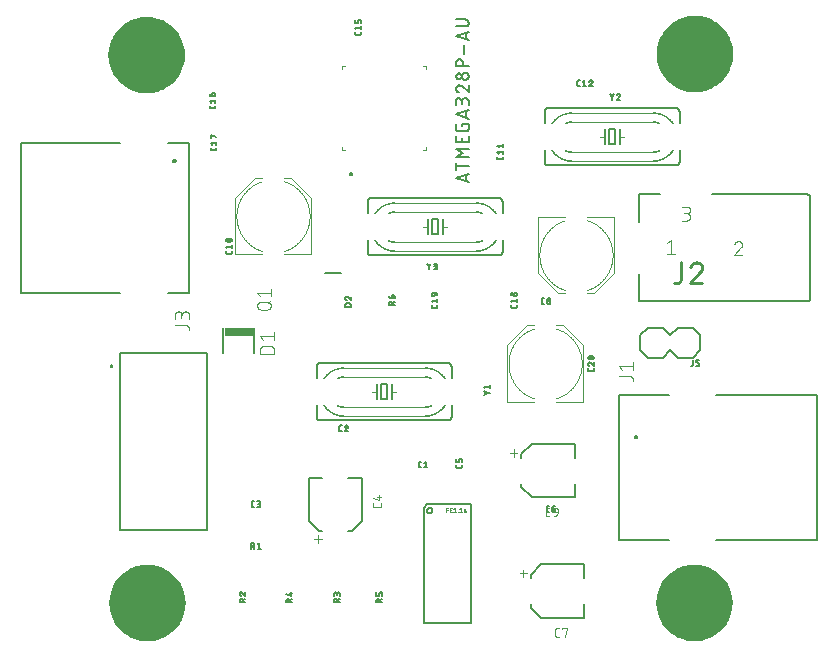
<source format=gbr>
G04 EAGLE Gerber RS-274X export*
G75*
%MOMM*%
%FSLAX34Y34*%
%LPD*%
%INSilkscreen Top*%
%IPPOS*%
%AMOC8*
5,1,8,0,0,1.08239X$1,22.5*%
G01*
%ADD10C,0.127000*%
%ADD11C,0.025400*%
%ADD12C,0.005078*%
%ADD13C,0.152400*%
%ADD14C,0.050800*%
%ADD15C,0.101600*%
%ADD16C,0.200000*%
%ADD17C,0.254000*%
%ADD18C,0.203200*%
%ADD19R,2.450000X0.675000*%
%ADD20C,0.120000*%
%ADD21C,0.076200*%

G36*
X511814Y475541D02*
X511814Y475541D01*
X511851Y475550D01*
X511903Y475553D01*
X516330Y476516D01*
X516365Y476531D01*
X516417Y476542D01*
X518069Y477158D01*
X519770Y477792D01*
X520661Y478125D01*
X520694Y478144D01*
X520743Y478163D01*
X524719Y480334D01*
X524749Y480357D01*
X524795Y480382D01*
X528422Y483097D01*
X528448Y483125D01*
X528490Y483156D01*
X531694Y486360D01*
X531715Y486391D01*
X531753Y486428D01*
X534468Y490055D01*
X534485Y490089D01*
X534516Y490131D01*
X535210Y491400D01*
X535902Y492668D01*
X535902Y492669D01*
X536687Y494107D01*
X536700Y494143D01*
X536725Y494189D01*
X538308Y498433D01*
X538315Y498471D01*
X538334Y498520D01*
X539297Y502947D01*
X539298Y502985D01*
X539309Y503036D01*
X539633Y507555D01*
X539629Y507593D01*
X539633Y507645D01*
X539309Y512164D01*
X539300Y512201D01*
X539297Y512253D01*
X538334Y516680D01*
X538319Y516715D01*
X538308Y516767D01*
X536725Y521011D01*
X536706Y521044D01*
X536687Y521093D01*
X534516Y525069D01*
X534493Y525099D01*
X534468Y525145D01*
X531753Y528772D01*
X531725Y528798D01*
X531694Y528840D01*
X528490Y532044D01*
X528459Y532065D01*
X528422Y532103D01*
X524795Y534818D01*
X524761Y534835D01*
X524719Y534866D01*
X520743Y537037D01*
X520707Y537050D01*
X520661Y537075D01*
X516417Y538658D01*
X516379Y538665D01*
X516330Y538684D01*
X511903Y539647D01*
X511865Y539648D01*
X511814Y539659D01*
X507295Y539983D01*
X507257Y539979D01*
X507205Y539983D01*
X502686Y539659D01*
X502649Y539650D01*
X502597Y539647D01*
X498170Y538684D01*
X498135Y538669D01*
X498083Y538658D01*
X497930Y538601D01*
X496230Y537967D01*
X494529Y537333D01*
X494529Y537332D01*
X493839Y537075D01*
X493806Y537056D01*
X493757Y537037D01*
X489781Y534866D01*
X489751Y534843D01*
X489705Y534818D01*
X486078Y532103D01*
X486052Y532075D01*
X486010Y532044D01*
X482806Y528840D01*
X482785Y528809D01*
X482747Y528772D01*
X480032Y525145D01*
X480015Y525111D01*
X479984Y525069D01*
X479942Y524994D01*
X479942Y524993D01*
X478903Y523091D01*
X478211Y521822D01*
X478210Y521822D01*
X477813Y521093D01*
X477800Y521057D01*
X477775Y521011D01*
X476192Y516767D01*
X476185Y516729D01*
X476166Y516680D01*
X475203Y512253D01*
X475202Y512215D01*
X475191Y512164D01*
X474867Y507645D01*
X474871Y507607D01*
X474867Y507555D01*
X475191Y503036D01*
X475199Y503002D01*
X475200Y502992D01*
X475201Y502990D01*
X475203Y502947D01*
X476166Y498520D01*
X476181Y498485D01*
X476192Y498433D01*
X477775Y494189D01*
X477794Y494156D01*
X477813Y494107D01*
X479984Y490131D01*
X479995Y490116D01*
X480002Y490099D01*
X480017Y490083D01*
X480032Y490055D01*
X482747Y486428D01*
X482775Y486402D01*
X482806Y486360D01*
X486010Y483156D01*
X486041Y483135D01*
X486078Y483097D01*
X489705Y480382D01*
X489739Y480365D01*
X489781Y480334D01*
X493757Y478163D01*
X493793Y478150D01*
X493839Y478125D01*
X498083Y476542D01*
X498121Y476535D01*
X498170Y476516D01*
X502597Y475553D01*
X502635Y475552D01*
X502686Y475541D01*
X507205Y475217D01*
X507243Y475221D01*
X507295Y475217D01*
X511814Y475541D01*
G37*
G36*
X47744Y474621D02*
X47744Y474621D01*
X47781Y474630D01*
X47833Y474633D01*
X52260Y475596D01*
X52295Y475611D01*
X52347Y475622D01*
X53999Y476238D01*
X55700Y476872D01*
X56591Y477205D01*
X56624Y477224D01*
X56673Y477243D01*
X60649Y479414D01*
X60679Y479437D01*
X60725Y479462D01*
X64352Y482177D01*
X64378Y482205D01*
X64420Y482236D01*
X67624Y485440D01*
X67645Y485471D01*
X67683Y485508D01*
X70398Y489135D01*
X70415Y489169D01*
X70446Y489211D01*
X70447Y489211D01*
X70447Y489212D01*
X71486Y491114D01*
X72179Y492383D01*
X72617Y493187D01*
X72630Y493223D01*
X72655Y493269D01*
X74238Y497513D01*
X74245Y497551D01*
X74264Y497600D01*
X75227Y502027D01*
X75228Y502065D01*
X75239Y502116D01*
X75563Y506635D01*
X75559Y506673D01*
X75563Y506725D01*
X75239Y511244D01*
X75230Y511281D01*
X75227Y511333D01*
X74264Y515760D01*
X74249Y515795D01*
X74238Y515847D01*
X72655Y520091D01*
X72636Y520124D01*
X72617Y520173D01*
X70446Y524149D01*
X70423Y524179D01*
X70398Y524225D01*
X67683Y527852D01*
X67655Y527878D01*
X67624Y527920D01*
X64420Y531124D01*
X64389Y531145D01*
X64352Y531183D01*
X60725Y533898D01*
X60691Y533915D01*
X60649Y533946D01*
X56673Y536117D01*
X56637Y536130D01*
X56591Y536155D01*
X52347Y537738D01*
X52309Y537745D01*
X52260Y537764D01*
X47833Y538727D01*
X47795Y538728D01*
X47744Y538739D01*
X43225Y539063D01*
X43187Y539059D01*
X43135Y539063D01*
X38616Y538739D01*
X38579Y538730D01*
X38527Y538727D01*
X34100Y537764D01*
X34065Y537749D01*
X34013Y537738D01*
X33860Y537681D01*
X32160Y537047D01*
X30459Y536413D01*
X29769Y536155D01*
X29736Y536136D01*
X29687Y536117D01*
X25711Y533946D01*
X25681Y533923D01*
X25635Y533898D01*
X22008Y531183D01*
X21982Y531155D01*
X21940Y531124D01*
X18736Y527920D01*
X18715Y527889D01*
X18677Y527852D01*
X15962Y524225D01*
X15945Y524191D01*
X15914Y524149D01*
X14487Y521537D01*
X14487Y521536D01*
X13794Y520268D01*
X13743Y520173D01*
X13730Y520137D01*
X13705Y520091D01*
X12122Y515847D01*
X12115Y515809D01*
X12096Y515760D01*
X11133Y511333D01*
X11132Y511295D01*
X11121Y511244D01*
X10797Y506725D01*
X10801Y506687D01*
X10797Y506635D01*
X11121Y502116D01*
X11129Y502082D01*
X11130Y502072D01*
X11131Y502070D01*
X11133Y502027D01*
X12096Y497600D01*
X12111Y497565D01*
X12122Y497513D01*
X13705Y493269D01*
X13724Y493236D01*
X13743Y493187D01*
X15914Y489211D01*
X15925Y489196D01*
X15932Y489179D01*
X15947Y489163D01*
X15962Y489135D01*
X18677Y485508D01*
X18705Y485482D01*
X18736Y485440D01*
X21940Y482236D01*
X21971Y482215D01*
X22008Y482177D01*
X25635Y479462D01*
X25669Y479445D01*
X25711Y479414D01*
X29687Y477243D01*
X29723Y477230D01*
X29769Y477205D01*
X34013Y475622D01*
X34051Y475615D01*
X34100Y475596D01*
X38527Y474633D01*
X38565Y474632D01*
X38616Y474621D01*
X43135Y474297D01*
X43173Y474301D01*
X43225Y474297D01*
X47744Y474621D01*
G37*
G36*
X511484Y11011D02*
X511484Y11011D01*
X511521Y11020D01*
X511573Y11023D01*
X516000Y11986D01*
X516035Y12001D01*
X516087Y12012D01*
X517739Y12628D01*
X519440Y13262D01*
X520331Y13595D01*
X520364Y13614D01*
X520413Y13633D01*
X524389Y15804D01*
X524419Y15827D01*
X524465Y15852D01*
X528092Y18567D01*
X528118Y18595D01*
X528160Y18626D01*
X531364Y21830D01*
X531385Y21861D01*
X531423Y21898D01*
X534138Y25525D01*
X534155Y25559D01*
X534186Y25601D01*
X534187Y25601D01*
X534187Y25602D01*
X535226Y27504D01*
X535919Y28773D01*
X536357Y29577D01*
X536370Y29613D01*
X536395Y29659D01*
X537978Y33903D01*
X537985Y33941D01*
X538004Y33990D01*
X538967Y38417D01*
X538968Y38455D01*
X538979Y38506D01*
X539303Y43025D01*
X539299Y43063D01*
X539303Y43115D01*
X538979Y47634D01*
X538970Y47671D01*
X538967Y47723D01*
X538004Y52150D01*
X537989Y52185D01*
X537978Y52237D01*
X536395Y56481D01*
X536376Y56514D01*
X536357Y56563D01*
X534186Y60539D01*
X534163Y60569D01*
X534138Y60615D01*
X531423Y64242D01*
X531395Y64268D01*
X531364Y64310D01*
X528160Y67514D01*
X528129Y67535D01*
X528092Y67573D01*
X524465Y70288D01*
X524431Y70305D01*
X524389Y70336D01*
X520413Y72507D01*
X520377Y72520D01*
X520331Y72545D01*
X516087Y74128D01*
X516049Y74135D01*
X516000Y74154D01*
X511573Y75117D01*
X511535Y75118D01*
X511484Y75129D01*
X506965Y75453D01*
X506927Y75449D01*
X506875Y75453D01*
X502356Y75129D01*
X502319Y75120D01*
X502267Y75117D01*
X497840Y74154D01*
X497805Y74139D01*
X497753Y74128D01*
X497600Y74071D01*
X495900Y73437D01*
X494199Y72803D01*
X493509Y72545D01*
X493476Y72526D01*
X493427Y72507D01*
X489451Y70336D01*
X489421Y70313D01*
X489375Y70288D01*
X485748Y67573D01*
X485722Y67545D01*
X485680Y67514D01*
X482476Y64310D01*
X482455Y64279D01*
X482417Y64242D01*
X479702Y60615D01*
X479685Y60581D01*
X479654Y60539D01*
X478227Y57927D01*
X478227Y57926D01*
X477534Y56658D01*
X477483Y56563D01*
X477470Y56527D01*
X477445Y56481D01*
X475862Y52237D01*
X475855Y52199D01*
X475836Y52150D01*
X474873Y47723D01*
X474872Y47685D01*
X474861Y47634D01*
X474537Y43115D01*
X474541Y43077D01*
X474537Y43025D01*
X474861Y38506D01*
X474869Y38472D01*
X474870Y38462D01*
X474871Y38460D01*
X474873Y38417D01*
X475836Y33990D01*
X475851Y33955D01*
X475862Y33903D01*
X477445Y29659D01*
X477464Y29626D01*
X477483Y29577D01*
X479654Y25601D01*
X479665Y25586D01*
X479672Y25569D01*
X479687Y25553D01*
X479702Y25525D01*
X482417Y21898D01*
X482445Y21872D01*
X482476Y21830D01*
X485680Y18626D01*
X485711Y18605D01*
X485748Y18567D01*
X489375Y15852D01*
X489409Y15835D01*
X489451Y15804D01*
X493427Y13633D01*
X493463Y13620D01*
X493509Y13595D01*
X497753Y12012D01*
X497791Y12005D01*
X497840Y11986D01*
X502267Y11023D01*
X502305Y11022D01*
X502356Y11011D01*
X506875Y10687D01*
X506913Y10691D01*
X506965Y10687D01*
X511484Y11011D01*
G37*
G36*
X48344Y10741D02*
X48344Y10741D01*
X48381Y10750D01*
X48433Y10753D01*
X52860Y11716D01*
X52895Y11731D01*
X52947Y11742D01*
X54599Y12358D01*
X56300Y12992D01*
X57191Y13325D01*
X57224Y13344D01*
X57273Y13363D01*
X61249Y15534D01*
X61279Y15557D01*
X61325Y15582D01*
X64952Y18297D01*
X64978Y18325D01*
X65020Y18356D01*
X68224Y21560D01*
X68245Y21591D01*
X68283Y21628D01*
X70998Y25255D01*
X71015Y25289D01*
X71046Y25331D01*
X71047Y25331D01*
X71047Y25332D01*
X72086Y27234D01*
X72779Y28503D01*
X73217Y29307D01*
X73230Y29343D01*
X73255Y29389D01*
X74838Y33633D01*
X74845Y33671D01*
X74864Y33720D01*
X75827Y38147D01*
X75828Y38185D01*
X75839Y38236D01*
X76163Y42755D01*
X76159Y42793D01*
X76163Y42845D01*
X75839Y47364D01*
X75830Y47401D01*
X75827Y47453D01*
X74864Y51880D01*
X74849Y51915D01*
X74838Y51967D01*
X73255Y56211D01*
X73236Y56244D01*
X73217Y56293D01*
X71046Y60269D01*
X71023Y60299D01*
X70998Y60345D01*
X68283Y63972D01*
X68255Y63998D01*
X68224Y64040D01*
X65020Y67244D01*
X64989Y67265D01*
X64952Y67303D01*
X61325Y70018D01*
X61291Y70035D01*
X61249Y70066D01*
X57273Y72237D01*
X57237Y72250D01*
X57191Y72275D01*
X52947Y73858D01*
X52909Y73865D01*
X52860Y73884D01*
X48433Y74847D01*
X48395Y74848D01*
X48344Y74859D01*
X43825Y75183D01*
X43787Y75179D01*
X43735Y75183D01*
X39216Y74859D01*
X39179Y74850D01*
X39127Y74847D01*
X34700Y73884D01*
X34665Y73869D01*
X34613Y73858D01*
X34460Y73801D01*
X32760Y73167D01*
X31059Y72533D01*
X30369Y72275D01*
X30336Y72256D01*
X30287Y72237D01*
X26311Y70066D01*
X26281Y70043D01*
X26235Y70018D01*
X22608Y67303D01*
X22582Y67275D01*
X22540Y67244D01*
X19336Y64040D01*
X19315Y64009D01*
X19277Y63972D01*
X16562Y60345D01*
X16545Y60311D01*
X16514Y60269D01*
X15087Y57657D01*
X15087Y57656D01*
X14394Y56388D01*
X14343Y56293D01*
X14330Y56257D01*
X14305Y56211D01*
X12722Y51967D01*
X12715Y51929D01*
X12696Y51880D01*
X11733Y47453D01*
X11732Y47415D01*
X11721Y47364D01*
X11397Y42845D01*
X11401Y42807D01*
X11397Y42755D01*
X11721Y38236D01*
X11729Y38202D01*
X11730Y38192D01*
X11731Y38190D01*
X11733Y38147D01*
X12696Y33720D01*
X12711Y33685D01*
X12722Y33633D01*
X14305Y29389D01*
X14324Y29356D01*
X14343Y29307D01*
X16514Y25331D01*
X16525Y25316D01*
X16532Y25299D01*
X16547Y25283D01*
X16562Y25255D01*
X19277Y21628D01*
X19305Y21602D01*
X19336Y21560D01*
X22540Y18356D01*
X22571Y18335D01*
X22608Y18297D01*
X26235Y15582D01*
X26269Y15565D01*
X26311Y15534D01*
X30287Y13363D01*
X30323Y13350D01*
X30369Y13325D01*
X34613Y11742D01*
X34651Y11735D01*
X34700Y11716D01*
X39127Y10753D01*
X39165Y10752D01*
X39216Y10741D01*
X43735Y10417D01*
X43773Y10421D01*
X43825Y10417D01*
X48344Y10741D01*
G37*
D10*
X317790Y126340D02*
X280790Y126340D01*
X277790Y123340D01*
X277790Y26340D01*
X317790Y26340D01*
X317790Y126340D01*
X280554Y121340D02*
X280556Y121434D01*
X280562Y121528D01*
X280572Y121622D01*
X280586Y121715D01*
X280604Y121808D01*
X280625Y121900D01*
X280651Y121990D01*
X280680Y122080D01*
X280713Y122168D01*
X280750Y122255D01*
X280790Y122340D01*
X280834Y122424D01*
X280882Y122505D01*
X280932Y122585D01*
X280987Y122662D01*
X281044Y122737D01*
X281104Y122809D01*
X281168Y122879D01*
X281234Y122946D01*
X281303Y123010D01*
X281375Y123071D01*
X281449Y123129D01*
X281526Y123184D01*
X281605Y123236D01*
X281686Y123284D01*
X281769Y123329D01*
X281853Y123370D01*
X281940Y123408D01*
X282028Y123442D01*
X282117Y123472D01*
X282207Y123499D01*
X282299Y123521D01*
X282391Y123540D01*
X282485Y123555D01*
X282578Y123566D01*
X282672Y123573D01*
X282766Y123576D01*
X282861Y123575D01*
X282955Y123570D01*
X283049Y123561D01*
X283142Y123548D01*
X283235Y123531D01*
X283327Y123511D01*
X283418Y123486D01*
X283508Y123458D01*
X283596Y123426D01*
X283684Y123390D01*
X283769Y123350D01*
X283853Y123307D01*
X283935Y123261D01*
X284015Y123211D01*
X284093Y123157D01*
X284168Y123101D01*
X284241Y123041D01*
X284312Y122978D01*
X284379Y122913D01*
X284444Y122844D01*
X284506Y122773D01*
X284565Y122700D01*
X284621Y122624D01*
X284673Y122545D01*
X284722Y122465D01*
X284768Y122382D01*
X284810Y122298D01*
X284849Y122212D01*
X284884Y122124D01*
X284915Y122035D01*
X284943Y121945D01*
X284966Y121854D01*
X284986Y121762D01*
X285002Y121669D01*
X285014Y121575D01*
X285022Y121481D01*
X285026Y121387D01*
X285026Y121293D01*
X285022Y121199D01*
X285014Y121105D01*
X285002Y121011D01*
X284986Y120918D01*
X284966Y120826D01*
X284943Y120735D01*
X284915Y120645D01*
X284884Y120556D01*
X284849Y120468D01*
X284810Y120382D01*
X284768Y120298D01*
X284722Y120215D01*
X284673Y120135D01*
X284621Y120056D01*
X284565Y119980D01*
X284506Y119907D01*
X284444Y119836D01*
X284379Y119767D01*
X284312Y119702D01*
X284241Y119639D01*
X284168Y119579D01*
X284093Y119523D01*
X284015Y119469D01*
X283935Y119419D01*
X283853Y119373D01*
X283769Y119330D01*
X283684Y119290D01*
X283596Y119254D01*
X283508Y119222D01*
X283418Y119194D01*
X283327Y119169D01*
X283235Y119149D01*
X283142Y119132D01*
X283049Y119119D01*
X282955Y119110D01*
X282861Y119105D01*
X282766Y119104D01*
X282672Y119107D01*
X282578Y119114D01*
X282485Y119125D01*
X282391Y119140D01*
X282299Y119159D01*
X282207Y119181D01*
X282117Y119208D01*
X282028Y119238D01*
X281940Y119272D01*
X281853Y119310D01*
X281769Y119351D01*
X281686Y119396D01*
X281605Y119444D01*
X281526Y119496D01*
X281449Y119551D01*
X281375Y119609D01*
X281303Y119670D01*
X281234Y119734D01*
X281168Y119801D01*
X281104Y119871D01*
X281044Y119943D01*
X280987Y120018D01*
X280932Y120095D01*
X280882Y120175D01*
X280834Y120256D01*
X280790Y120340D01*
X280750Y120425D01*
X280713Y120512D01*
X280680Y120600D01*
X280651Y120690D01*
X280625Y120780D01*
X280604Y120872D01*
X280586Y120965D01*
X280572Y121058D01*
X280562Y121152D01*
X280556Y121246D01*
X280554Y121340D01*
D11*
X296647Y119647D02*
X296647Y123457D01*
X298340Y123457D01*
X298340Y121764D02*
X296647Y121764D01*
X299817Y119647D02*
X301510Y119647D01*
X299817Y119647D02*
X299817Y123457D01*
X301510Y123457D01*
X301087Y121764D02*
X299817Y121764D01*
X302858Y122610D02*
X303917Y123457D01*
X303917Y119647D01*
X304975Y119647D02*
X302858Y119647D01*
X306371Y119647D02*
X306371Y119859D01*
X306583Y119859D01*
X306583Y119647D01*
X306371Y119647D01*
X307979Y122610D02*
X309037Y123457D01*
X309037Y119647D01*
X307979Y119647D02*
X310096Y119647D01*
X311922Y121129D02*
X312980Y120705D01*
X311922Y121128D02*
X311880Y121147D01*
X311840Y121170D01*
X311801Y121195D01*
X311765Y121224D01*
X311732Y121256D01*
X311701Y121290D01*
X311673Y121327D01*
X311649Y121366D01*
X311628Y121407D01*
X311610Y121450D01*
X311596Y121494D01*
X311586Y121539D01*
X311580Y121585D01*
X311577Y121631D01*
X311578Y121677D01*
X311584Y121723D01*
X311593Y121768D01*
X311605Y121813D01*
X311622Y121856D01*
X311642Y121897D01*
X311666Y121937D01*
X311692Y121975D01*
X311722Y122010D01*
X311755Y122042D01*
X311790Y122072D01*
X311828Y122099D01*
X311867Y122122D01*
X311909Y122142D01*
X311952Y122159D01*
X311997Y122172D01*
X312042Y122181D01*
X312088Y122186D01*
X312134Y122187D01*
X312133Y122187D02*
X312223Y122184D01*
X312312Y122178D01*
X312401Y122168D01*
X312489Y122155D01*
X312577Y122139D01*
X312664Y122120D01*
X312750Y122097D01*
X312836Y122071D01*
X312920Y122042D01*
X313004Y122010D01*
X313086Y121975D01*
X312980Y120706D02*
X313022Y120687D01*
X313062Y120664D01*
X313101Y120639D01*
X313137Y120610D01*
X313170Y120578D01*
X313201Y120544D01*
X313229Y120507D01*
X313253Y120468D01*
X313274Y120427D01*
X313292Y120384D01*
X313306Y120340D01*
X313316Y120295D01*
X313322Y120249D01*
X313325Y120203D01*
X313324Y120157D01*
X313318Y120111D01*
X313309Y120066D01*
X313297Y120021D01*
X313280Y119978D01*
X313260Y119937D01*
X313236Y119897D01*
X313210Y119859D01*
X313180Y119824D01*
X313147Y119792D01*
X313112Y119762D01*
X313074Y119735D01*
X313035Y119712D01*
X312993Y119692D01*
X312950Y119675D01*
X312905Y119662D01*
X312860Y119653D01*
X312814Y119648D01*
X312768Y119647D01*
X312769Y119647D02*
X312650Y119651D01*
X312531Y119659D01*
X312413Y119670D01*
X312295Y119686D01*
X312178Y119705D01*
X312061Y119728D01*
X311946Y119755D01*
X311831Y119786D01*
X311717Y119821D01*
X311605Y119859D01*
D12*
X209805Y242429D02*
X209805Y241972D01*
X209805Y241973D02*
X209317Y241966D01*
X208830Y241948D01*
X208343Y241918D01*
X207857Y241876D01*
X207373Y241822D01*
X206889Y241756D01*
X206408Y241679D01*
X205928Y241590D01*
X205451Y241490D01*
X204976Y241378D01*
X204505Y241254D01*
X204036Y241119D01*
X203571Y240973D01*
X203109Y240815D01*
X202652Y240647D01*
X202198Y240467D01*
X201750Y240276D01*
X201306Y240075D01*
X200867Y239862D01*
X200433Y239640D01*
X200005Y239406D01*
X199582Y239163D01*
X199166Y238909D01*
X198756Y238645D01*
X198352Y238371D01*
X197955Y238088D01*
X197565Y237795D01*
X197183Y237492D01*
X196807Y237181D01*
X196440Y236860D01*
X196080Y236531D01*
X195729Y236193D01*
X195386Y235846D01*
X195051Y235492D01*
X194725Y235129D01*
X194408Y234758D01*
X194100Y234380D01*
X193801Y233995D01*
X193512Y233602D01*
X193232Y233203D01*
X192855Y233459D01*
X192854Y233460D01*
X193140Y233868D01*
X193436Y234270D01*
X193742Y234664D01*
X194057Y235051D01*
X194381Y235430D01*
X194714Y235801D01*
X195057Y236164D01*
X195408Y236518D01*
X195767Y236864D01*
X196135Y237201D01*
X196511Y237529D01*
X196895Y237847D01*
X197286Y238157D01*
X197685Y238456D01*
X198091Y238746D01*
X198504Y239026D01*
X198923Y239296D01*
X199349Y239556D01*
X199781Y239805D01*
X200219Y240043D01*
X200663Y240271D01*
X201112Y240489D01*
X201566Y240695D01*
X202025Y240890D01*
X202489Y241074D01*
X202957Y241246D01*
X203429Y241407D01*
X203905Y241557D01*
X204384Y241695D01*
X204866Y241821D01*
X205352Y241936D01*
X205840Y242039D01*
X206330Y242130D01*
X206823Y242209D01*
X207317Y242276D01*
X207813Y242331D01*
X208310Y242374D01*
X208808Y242405D01*
X209306Y242423D01*
X209805Y242430D01*
X209805Y242383D01*
X209307Y242376D01*
X208810Y242358D01*
X208313Y242327D01*
X207817Y242284D01*
X207323Y242229D01*
X206830Y242162D01*
X206338Y242083D01*
X205849Y241993D01*
X205362Y241890D01*
X204878Y241776D01*
X204396Y241650D01*
X203918Y241512D01*
X203443Y241363D01*
X202972Y241202D01*
X202505Y241030D01*
X202043Y240846D01*
X201585Y240652D01*
X201132Y240446D01*
X200684Y240229D01*
X200241Y240002D01*
X199804Y239764D01*
X199373Y239515D01*
X198948Y239256D01*
X198529Y238987D01*
X198118Y238708D01*
X197713Y238418D01*
X197315Y238119D01*
X196924Y237811D01*
X196542Y237493D01*
X196167Y237166D01*
X195800Y236830D01*
X195441Y236485D01*
X195091Y236131D01*
X194749Y235769D01*
X194416Y235399D01*
X194093Y235021D01*
X193779Y234635D01*
X193474Y234242D01*
X193179Y233841D01*
X192893Y233433D01*
X192932Y233407D01*
X193217Y233814D01*
X193511Y234213D01*
X193815Y234606D01*
X194129Y234991D01*
X194452Y235368D01*
X194784Y235737D01*
X195124Y236098D01*
X195474Y236451D01*
X195832Y236795D01*
X196198Y237131D01*
X196572Y237457D01*
X196954Y237774D01*
X197344Y238082D01*
X197740Y238380D01*
X198144Y238669D01*
X198555Y238948D01*
X198973Y239216D01*
X199397Y239475D01*
X199827Y239723D01*
X200263Y239960D01*
X200705Y240187D01*
X201152Y240403D01*
X201604Y240609D01*
X202061Y240803D01*
X202522Y240986D01*
X202988Y241158D01*
X203458Y241318D01*
X203932Y241467D01*
X204409Y241604D01*
X204889Y241730D01*
X205372Y241844D01*
X205858Y241946D01*
X206346Y242037D01*
X206836Y242116D01*
X207328Y242182D01*
X207822Y242237D01*
X208317Y242280D01*
X208812Y242311D01*
X209308Y242329D01*
X209805Y242336D01*
X209805Y242289D01*
X209309Y242282D01*
X208814Y242264D01*
X208320Y242233D01*
X207827Y242190D01*
X207334Y242136D01*
X206843Y242069D01*
X206354Y241991D01*
X205867Y241900D01*
X205382Y241798D01*
X204900Y241684D01*
X204421Y241559D01*
X203945Y241422D01*
X203473Y241273D01*
X203004Y241113D01*
X202539Y240942D01*
X202079Y240759D01*
X201623Y240566D01*
X201172Y240361D01*
X200726Y240145D01*
X200285Y239919D01*
X199850Y239682D01*
X199421Y239434D01*
X198998Y239177D01*
X198581Y238909D01*
X198171Y238630D01*
X197768Y238343D01*
X197372Y238045D01*
X196984Y237738D01*
X196602Y237421D01*
X196229Y237096D01*
X195864Y236761D01*
X195507Y236418D01*
X195158Y236066D01*
X194818Y235706D01*
X194487Y235337D01*
X194165Y234961D01*
X193852Y234577D01*
X193549Y234185D01*
X193255Y233786D01*
X192971Y233381D01*
X193010Y233354D01*
X193293Y233759D01*
X193586Y234157D01*
X193889Y234548D01*
X194201Y234931D01*
X194523Y235306D01*
X194853Y235674D01*
X195192Y236033D01*
X195540Y236384D01*
X195896Y236727D01*
X196261Y237061D01*
X196633Y237386D01*
X197013Y237701D01*
X197401Y238008D01*
X197796Y238305D01*
X198198Y238592D01*
X198607Y238869D01*
X199023Y239137D01*
X199445Y239394D01*
X199873Y239641D01*
X200307Y239877D01*
X200747Y240103D01*
X201191Y240318D01*
X201641Y240523D01*
X202096Y240716D01*
X202556Y240898D01*
X203019Y241069D01*
X203487Y241229D01*
X203959Y241377D01*
X204434Y241514D01*
X204912Y241639D01*
X205393Y241752D01*
X205876Y241854D01*
X206362Y241944D01*
X206850Y242023D01*
X207340Y242089D01*
X207831Y242144D01*
X208323Y242186D01*
X208817Y242217D01*
X209311Y242235D01*
X209805Y242242D01*
X209805Y242195D01*
X209312Y242188D01*
X208819Y242170D01*
X208327Y242139D01*
X207836Y242097D01*
X207346Y242042D01*
X206857Y241976D01*
X206370Y241898D01*
X205885Y241808D01*
X205403Y241707D01*
X204923Y241593D01*
X204446Y241468D01*
X203972Y241332D01*
X203502Y241184D01*
X203035Y241025D01*
X202573Y240854D01*
X202114Y240672D01*
X201660Y240479D01*
X201211Y240276D01*
X200767Y240061D01*
X200329Y239836D01*
X199896Y239600D01*
X199469Y239354D01*
X199048Y239097D01*
X198633Y238830D01*
X198225Y238553D01*
X197824Y238267D01*
X197430Y237971D01*
X197043Y237665D01*
X196663Y237350D01*
X196292Y237026D01*
X195928Y236693D01*
X195573Y236351D01*
X195226Y236001D01*
X194887Y235642D01*
X194558Y235275D01*
X194237Y234901D01*
X193926Y234518D01*
X193624Y234129D01*
X193331Y233732D01*
X193049Y233328D01*
X193087Y233301D01*
X193370Y233704D01*
X193661Y234100D01*
X193963Y234489D01*
X194273Y234871D01*
X194593Y235244D01*
X194922Y235610D01*
X195260Y235968D01*
X195606Y236317D01*
X195960Y236658D01*
X196323Y236991D01*
X196694Y237314D01*
X197072Y237628D01*
X197458Y237933D01*
X197852Y238229D01*
X198252Y238515D01*
X198659Y238791D01*
X199073Y239057D01*
X199493Y239313D01*
X199919Y239559D01*
X200351Y239794D01*
X200788Y240019D01*
X201231Y240233D01*
X201679Y240436D01*
X202132Y240629D01*
X202589Y240810D01*
X203051Y240980D01*
X203516Y241139D01*
X203986Y241287D01*
X204458Y241423D01*
X204934Y241548D01*
X205413Y241661D01*
X205894Y241762D01*
X206378Y241852D01*
X206864Y241930D01*
X207351Y241996D01*
X207840Y242050D01*
X208330Y242092D01*
X208821Y242123D01*
X209313Y242141D01*
X209805Y242148D01*
X209805Y242101D01*
X209314Y242094D01*
X208824Y242076D01*
X208334Y242045D01*
X207845Y242003D01*
X207357Y241949D01*
X206871Y241883D01*
X206386Y241805D01*
X205904Y241716D01*
X205423Y241615D01*
X204946Y241502D01*
X204471Y241378D01*
X203999Y241242D01*
X203531Y241095D01*
X203067Y240936D01*
X202606Y240766D01*
X202150Y240585D01*
X201698Y240393D01*
X201251Y240191D01*
X200809Y239977D01*
X200373Y239753D01*
X199942Y239518D01*
X199517Y239273D01*
X199098Y239017D01*
X198685Y238752D01*
X198279Y238476D01*
X197879Y238191D01*
X197487Y237896D01*
X197102Y237592D01*
X196724Y237278D01*
X196355Y236956D01*
X195993Y236624D01*
X195639Y236284D01*
X195294Y235935D01*
X194957Y235578D01*
X194629Y235213D01*
X194310Y234840D01*
X194000Y234460D01*
X193699Y234072D01*
X193408Y233677D01*
X193126Y233275D01*
X193165Y233248D01*
X193446Y233650D01*
X193736Y234044D01*
X194036Y234431D01*
X194346Y234810D01*
X194664Y235182D01*
X194991Y235547D01*
X195327Y235903D01*
X195672Y236250D01*
X196025Y236590D01*
X196386Y236921D01*
X196755Y237242D01*
X197132Y237555D01*
X197516Y237859D01*
X197907Y238153D01*
X198306Y238438D01*
X198711Y238712D01*
X199123Y238977D01*
X199541Y239232D01*
X199965Y239477D01*
X200395Y239711D01*
X200830Y239935D01*
X201271Y240148D01*
X201717Y240350D01*
X202168Y240542D01*
X202623Y240722D01*
X203082Y240892D01*
X203546Y241050D01*
X204013Y241197D01*
X204483Y241332D01*
X204957Y241456D01*
X205433Y241569D01*
X205913Y241670D01*
X206394Y241759D01*
X206878Y241837D01*
X207363Y241902D01*
X207849Y241956D01*
X208337Y241999D01*
X208826Y242029D01*
X209315Y242047D01*
X209805Y242054D01*
X209805Y242007D01*
X209316Y242000D01*
X208828Y241982D01*
X208341Y241952D01*
X207854Y241910D01*
X207368Y241856D01*
X206884Y241790D01*
X206402Y241713D01*
X205922Y241624D01*
X205444Y241523D01*
X204968Y241411D01*
X204496Y241287D01*
X204026Y241152D01*
X203560Y241005D01*
X203098Y240847D01*
X202640Y240678D01*
X202186Y240498D01*
X201736Y240307D01*
X201291Y240105D01*
X200851Y239893D01*
X200417Y239670D01*
X199988Y239436D01*
X199565Y239192D01*
X199148Y238938D01*
X198737Y238673D01*
X198332Y238399D01*
X197935Y238115D01*
X197544Y237822D01*
X197161Y237519D01*
X196785Y237207D01*
X196417Y236886D01*
X196057Y236556D01*
X195705Y236217D01*
X195361Y235870D01*
X195026Y235515D01*
X194699Y235151D01*
X194382Y234780D01*
X194073Y234402D01*
X193774Y234015D01*
X193484Y233622D01*
X193204Y233222D01*
D13*
X186970Y233310D02*
X186970Y243470D01*
D12*
X295385Y233459D02*
X295007Y233202D01*
X295008Y233203D02*
X294728Y233602D01*
X294439Y233995D01*
X294140Y234380D01*
X293832Y234758D01*
X293515Y235129D01*
X293189Y235492D01*
X292854Y235846D01*
X292511Y236193D01*
X292159Y236531D01*
X291800Y236860D01*
X291432Y237181D01*
X291057Y237492D01*
X290674Y237794D01*
X290285Y238087D01*
X289888Y238371D01*
X289484Y238645D01*
X289074Y238908D01*
X288658Y239162D01*
X288235Y239406D01*
X287807Y239639D01*
X287373Y239862D01*
X286934Y240074D01*
X286490Y240276D01*
X286041Y240466D01*
X285588Y240646D01*
X285130Y240815D01*
X284669Y240972D01*
X284204Y241119D01*
X283735Y241254D01*
X283263Y241377D01*
X282789Y241489D01*
X282311Y241590D01*
X281832Y241678D01*
X281350Y241756D01*
X280867Y241821D01*
X280383Y241875D01*
X279897Y241917D01*
X279410Y241947D01*
X278923Y241965D01*
X278435Y241972D01*
X278435Y242428D01*
X278435Y242429D01*
X278934Y242422D01*
X279432Y242404D01*
X279930Y242373D01*
X280427Y242330D01*
X280923Y242275D01*
X281417Y242208D01*
X281909Y242129D01*
X282400Y242038D01*
X282888Y241935D01*
X283373Y241821D01*
X283856Y241694D01*
X284335Y241556D01*
X284811Y241407D01*
X285283Y241246D01*
X285751Y241073D01*
X286215Y240889D01*
X286674Y240694D01*
X287128Y240488D01*
X287577Y240271D01*
X288021Y240043D01*
X288459Y239804D01*
X288891Y239555D01*
X289317Y239296D01*
X289736Y239026D01*
X290149Y238746D01*
X290555Y238456D01*
X290954Y238156D01*
X291345Y237847D01*
X291729Y237528D01*
X292105Y237201D01*
X292472Y236864D01*
X292832Y236518D01*
X293183Y236164D01*
X293525Y235801D01*
X293859Y235430D01*
X294183Y235051D01*
X294498Y234664D01*
X294804Y234270D01*
X295099Y233868D01*
X295386Y233460D01*
X295347Y233433D01*
X295061Y233841D01*
X294766Y234242D01*
X294461Y234635D01*
X294147Y235021D01*
X293823Y235399D01*
X293491Y235769D01*
X293149Y236131D01*
X292799Y236485D01*
X292440Y236829D01*
X292073Y237166D01*
X291698Y237493D01*
X291315Y237811D01*
X290925Y238119D01*
X290527Y238418D01*
X290122Y238707D01*
X289710Y238987D01*
X289292Y239256D01*
X288867Y239515D01*
X288436Y239763D01*
X287999Y240001D01*
X287556Y240229D01*
X287108Y240445D01*
X286655Y240651D01*
X286197Y240846D01*
X285734Y241029D01*
X285267Y241201D01*
X284796Y241362D01*
X284322Y241511D01*
X283843Y241649D01*
X283362Y241775D01*
X282878Y241889D01*
X282391Y241992D01*
X281901Y242083D01*
X281410Y242161D01*
X280917Y242228D01*
X280422Y242283D01*
X279927Y242326D01*
X279430Y242357D01*
X278933Y242375D01*
X278435Y242382D01*
X278435Y242335D01*
X278931Y242328D01*
X279428Y242310D01*
X279923Y242279D01*
X280418Y242236D01*
X280911Y242181D01*
X281403Y242115D01*
X281893Y242036D01*
X282382Y241946D01*
X282868Y241843D01*
X283351Y241729D01*
X283831Y241604D01*
X284308Y241466D01*
X284782Y241317D01*
X285252Y241157D01*
X285717Y240985D01*
X286179Y240802D01*
X286636Y240608D01*
X287088Y240403D01*
X287535Y240187D01*
X287977Y239960D01*
X288413Y239722D01*
X288843Y239474D01*
X289267Y239216D01*
X289684Y238947D01*
X290095Y238669D01*
X290499Y238380D01*
X290896Y238082D01*
X291286Y237774D01*
X291668Y237457D01*
X292042Y237131D01*
X292408Y236795D01*
X292766Y236451D01*
X293115Y236098D01*
X293456Y235737D01*
X293788Y235368D01*
X294111Y234991D01*
X294424Y234606D01*
X294729Y234213D01*
X295023Y233814D01*
X295308Y233407D01*
X295269Y233381D01*
X294985Y233786D01*
X294691Y234185D01*
X294388Y234577D01*
X294075Y234961D01*
X293753Y235337D01*
X293421Y235705D01*
X293081Y236066D01*
X292733Y236418D01*
X292376Y236761D01*
X292011Y237096D01*
X291637Y237421D01*
X291256Y237738D01*
X290867Y238045D01*
X290471Y238342D01*
X290068Y238630D01*
X289658Y238908D01*
X289242Y239176D01*
X288819Y239434D01*
X288390Y239681D01*
X287955Y239918D01*
X287514Y240145D01*
X287068Y240360D01*
X286617Y240565D01*
X286161Y240759D01*
X285701Y240941D01*
X285236Y241113D01*
X284767Y241273D01*
X284295Y241421D01*
X283819Y241558D01*
X283339Y241684D01*
X282857Y241798D01*
X282373Y241900D01*
X281886Y241990D01*
X281396Y242068D01*
X280906Y242135D01*
X280413Y242189D01*
X279920Y242232D01*
X279425Y242263D01*
X278930Y242281D01*
X278435Y242288D01*
X278435Y242241D01*
X278929Y242234D01*
X279423Y242216D01*
X279916Y242185D01*
X280409Y242143D01*
X280900Y242088D01*
X281390Y242022D01*
X281878Y241944D01*
X282363Y241853D01*
X282847Y241752D01*
X283328Y241638D01*
X283806Y241513D01*
X284281Y241376D01*
X284753Y241228D01*
X285220Y241068D01*
X285684Y240897D01*
X286143Y240715D01*
X286598Y240522D01*
X287048Y240318D01*
X287493Y240103D01*
X287933Y239877D01*
X288367Y239640D01*
X288795Y239394D01*
X289217Y239136D01*
X289633Y238869D01*
X290042Y238592D01*
X290444Y238304D01*
X290839Y238007D01*
X291227Y237701D01*
X291607Y237385D01*
X291979Y237060D01*
X292344Y236727D01*
X292700Y236384D01*
X293048Y236033D01*
X293387Y235674D01*
X293717Y235306D01*
X294039Y234931D01*
X294351Y234547D01*
X294653Y234157D01*
X294947Y233759D01*
X295230Y233354D01*
X295191Y233328D01*
X294908Y233732D01*
X294616Y234129D01*
X294314Y234518D01*
X294002Y234901D01*
X293682Y235275D01*
X293352Y235642D01*
X293014Y236000D01*
X292667Y236351D01*
X292311Y236692D01*
X291948Y237025D01*
X291576Y237350D01*
X291197Y237665D01*
X290810Y237970D01*
X290416Y238266D01*
X290015Y238553D01*
X289607Y238830D01*
X289192Y239097D01*
X288771Y239353D01*
X288344Y239599D01*
X287911Y239835D01*
X287472Y240061D01*
X287028Y240275D01*
X286579Y240479D01*
X286125Y240672D01*
X285667Y240853D01*
X285205Y241024D01*
X284738Y241183D01*
X284268Y241331D01*
X283794Y241468D01*
X283317Y241592D01*
X282837Y241706D01*
X282354Y241807D01*
X281870Y241897D01*
X281383Y241975D01*
X280894Y242042D01*
X280404Y242096D01*
X279913Y242138D01*
X279421Y242169D01*
X278928Y242187D01*
X278435Y242194D01*
X278435Y242147D01*
X278927Y242140D01*
X279418Y242122D01*
X279909Y242091D01*
X280400Y242049D01*
X280888Y241995D01*
X281376Y241929D01*
X281862Y241851D01*
X282345Y241761D01*
X282827Y241660D01*
X283305Y241547D01*
X283781Y241422D01*
X284254Y241286D01*
X284723Y241139D01*
X285189Y240980D01*
X285650Y240810D01*
X286108Y240628D01*
X286560Y240436D01*
X287008Y240233D01*
X287451Y240019D01*
X287889Y239794D01*
X288321Y239558D01*
X288747Y239313D01*
X289167Y239057D01*
X289581Y238791D01*
X289988Y238514D01*
X290388Y238229D01*
X290781Y237933D01*
X291167Y237628D01*
X291546Y237314D01*
X291916Y236990D01*
X292279Y236658D01*
X292634Y236317D01*
X292980Y235968D01*
X293318Y235610D01*
X293646Y235244D01*
X293966Y234870D01*
X294277Y234489D01*
X294578Y234100D01*
X294870Y233704D01*
X295152Y233301D01*
X295113Y233275D01*
X294832Y233677D01*
X294541Y234072D01*
X294240Y234460D01*
X293930Y234840D01*
X293611Y235213D01*
X293283Y235578D01*
X292946Y235935D01*
X292601Y236284D01*
X292247Y236624D01*
X291885Y236955D01*
X291515Y237278D01*
X291138Y237592D01*
X290753Y237896D01*
X290360Y238191D01*
X289961Y238476D01*
X289555Y238751D01*
X289142Y239017D01*
X288723Y239272D01*
X288298Y239517D01*
X287867Y239752D01*
X287430Y239976D01*
X286988Y240190D01*
X286542Y240393D01*
X286090Y240585D01*
X285634Y240766D01*
X285173Y240935D01*
X284709Y241094D01*
X284240Y241241D01*
X283769Y241377D01*
X283294Y241501D01*
X282816Y241614D01*
X282336Y241715D01*
X281854Y241805D01*
X281369Y241882D01*
X280883Y241948D01*
X280395Y242002D01*
X279906Y242045D01*
X279416Y242075D01*
X278926Y242093D01*
X278435Y242100D01*
X278435Y242053D01*
X278925Y242046D01*
X279414Y242028D01*
X279903Y241998D01*
X280390Y241956D01*
X280877Y241902D01*
X281362Y241836D01*
X281846Y241758D01*
X282327Y241669D01*
X282806Y241568D01*
X283283Y241456D01*
X283756Y241332D01*
X284227Y241196D01*
X284694Y241049D01*
X285157Y240891D01*
X285617Y240722D01*
X286072Y240541D01*
X286523Y240350D01*
X286968Y240148D01*
X287409Y239934D01*
X287845Y239711D01*
X288275Y239476D01*
X288699Y239232D01*
X289117Y238977D01*
X289529Y238712D01*
X289934Y238437D01*
X290333Y238153D01*
X290724Y237859D01*
X291108Y237555D01*
X291485Y237242D01*
X291854Y236920D01*
X292215Y236590D01*
X292568Y236250D01*
X292912Y235902D01*
X293248Y235546D01*
X293576Y235182D01*
X293894Y234810D01*
X294203Y234431D01*
X294503Y234044D01*
X294794Y233649D01*
X295075Y233248D01*
X295036Y233222D01*
X294756Y233622D01*
X294466Y234015D01*
X294167Y234401D01*
X293858Y234780D01*
X293540Y235151D01*
X293214Y235515D01*
X292879Y235870D01*
X292535Y236217D01*
X292183Y236555D01*
X291822Y236885D01*
X291454Y237206D01*
X291079Y237519D01*
X290695Y237821D01*
X290305Y238115D01*
X289907Y238399D01*
X289503Y238673D01*
X289092Y238937D01*
X288675Y239191D01*
X288252Y239435D01*
X287823Y239669D01*
X287388Y239892D01*
X286949Y240105D01*
X286504Y240307D01*
X286054Y240498D01*
X285600Y240678D01*
X285142Y240847D01*
X284679Y241005D01*
X284213Y241151D01*
X283744Y241286D01*
X283271Y241410D01*
X282796Y241522D01*
X282318Y241623D01*
X281838Y241712D01*
X281355Y241789D01*
X280871Y241855D01*
X280386Y241909D01*
X279899Y241951D01*
X279412Y241981D01*
X278923Y241999D01*
X278435Y242006D01*
D13*
X301270Y243470D02*
X301270Y233310D01*
D14*
X278410Y209180D02*
X209830Y209180D01*
X209830Y201560D02*
X278410Y201560D01*
X278410Y234580D02*
X209830Y234580D01*
D13*
X189510Y197750D02*
X298730Y197750D01*
X298830Y197752D01*
X298929Y197758D01*
X299029Y197768D01*
X299127Y197781D01*
X299226Y197799D01*
X299323Y197820D01*
X299419Y197845D01*
X299515Y197874D01*
X299609Y197907D01*
X299702Y197943D01*
X299793Y197983D01*
X299883Y198027D01*
X299971Y198074D01*
X300057Y198124D01*
X300141Y198178D01*
X300223Y198235D01*
X300302Y198295D01*
X300380Y198359D01*
X300454Y198425D01*
X300526Y198494D01*
X300595Y198566D01*
X300661Y198640D01*
X300725Y198718D01*
X300785Y198797D01*
X300842Y198879D01*
X300896Y198963D01*
X300946Y199049D01*
X300993Y199137D01*
X301037Y199227D01*
X301077Y199318D01*
X301113Y199411D01*
X301146Y199505D01*
X301175Y199601D01*
X301200Y199697D01*
X301221Y199794D01*
X301239Y199893D01*
X301252Y199991D01*
X301262Y200091D01*
X301268Y200190D01*
X301270Y200290D01*
X301270Y210450D01*
D12*
X278435Y208952D02*
X278435Y209409D01*
X278435Y209408D02*
X278729Y209412D01*
X279022Y209423D01*
X279315Y209441D01*
X279607Y209466D01*
X279899Y209497D01*
X280190Y209536D01*
X280479Y209581D01*
X280768Y209633D01*
X281056Y209692D01*
X281342Y209757D01*
X281626Y209830D01*
X281908Y209909D01*
X282189Y209994D01*
X282468Y210086D01*
X282744Y210185D01*
X283018Y210290D01*
X283289Y210402D01*
X283558Y210520D01*
X283823Y210644D01*
X284022Y210233D01*
X284023Y210233D01*
X283747Y210104D01*
X283468Y209982D01*
X283187Y209866D01*
X282903Y209757D01*
X282617Y209654D01*
X282328Y209559D01*
X282037Y209470D01*
X281744Y209388D01*
X281449Y209313D01*
X281152Y209245D01*
X280854Y209184D01*
X280555Y209130D01*
X280254Y209083D01*
X279953Y209043D01*
X279650Y209011D01*
X279347Y208985D01*
X279044Y208967D01*
X278740Y208955D01*
X278435Y208951D01*
X278435Y208998D01*
X278738Y209002D01*
X279041Y209013D01*
X279344Y209032D01*
X279646Y209057D01*
X279947Y209090D01*
X280248Y209130D01*
X280547Y209177D01*
X280846Y209230D01*
X281142Y209291D01*
X281438Y209359D01*
X281732Y209434D01*
X282024Y209515D01*
X282314Y209604D01*
X282601Y209699D01*
X282887Y209801D01*
X283170Y209910D01*
X283450Y210025D01*
X283728Y210147D01*
X284002Y210275D01*
X283982Y210317D01*
X283708Y210190D01*
X283432Y210068D01*
X283152Y209953D01*
X282870Y209845D01*
X282586Y209743D01*
X282299Y209648D01*
X282010Y209560D01*
X281720Y209479D01*
X281427Y209405D01*
X281133Y209337D01*
X280837Y209276D01*
X280539Y209223D01*
X280241Y209176D01*
X279942Y209137D01*
X279641Y209104D01*
X279341Y209079D01*
X279039Y209060D01*
X278737Y209049D01*
X278435Y209045D01*
X278435Y209092D01*
X278736Y209096D01*
X279037Y209107D01*
X279337Y209126D01*
X279637Y209151D01*
X279936Y209183D01*
X280234Y209223D01*
X280532Y209269D01*
X280828Y209323D01*
X281123Y209383D01*
X281416Y209450D01*
X281707Y209524D01*
X281997Y209605D01*
X282285Y209693D01*
X282571Y209788D01*
X282854Y209889D01*
X283135Y209997D01*
X283413Y210111D01*
X283689Y210232D01*
X283961Y210360D01*
X283941Y210402D01*
X283669Y210275D01*
X283395Y210155D01*
X283117Y210041D01*
X282838Y209933D01*
X282555Y209832D01*
X282271Y209738D01*
X281984Y209651D01*
X281695Y209570D01*
X281405Y209496D01*
X281113Y209429D01*
X280819Y209369D01*
X280524Y209316D01*
X280228Y209269D01*
X279931Y209230D01*
X279633Y209198D01*
X279334Y209173D01*
X279035Y209154D01*
X278735Y209143D01*
X278435Y209139D01*
X278435Y209186D01*
X278734Y209190D01*
X279032Y209201D01*
X279330Y209219D01*
X279628Y209245D01*
X279925Y209277D01*
X280221Y209316D01*
X280516Y209362D01*
X280810Y209415D01*
X281103Y209475D01*
X281394Y209542D01*
X281683Y209615D01*
X281971Y209696D01*
X282256Y209783D01*
X282540Y209877D01*
X282821Y209977D01*
X283100Y210084D01*
X283376Y210198D01*
X283650Y210318D01*
X283920Y210444D01*
X283900Y210487D01*
X283630Y210361D01*
X283358Y210241D01*
X283083Y210128D01*
X282805Y210021D01*
X282525Y209921D01*
X282242Y209828D01*
X281958Y209741D01*
X281671Y209661D01*
X281383Y209587D01*
X281093Y209521D01*
X280801Y209461D01*
X280508Y209408D01*
X280214Y209362D01*
X279919Y209323D01*
X279624Y209291D01*
X279327Y209266D01*
X279030Y209248D01*
X278733Y209237D01*
X278435Y209233D01*
X278435Y209280D01*
X278732Y209284D01*
X279028Y209295D01*
X279324Y209313D01*
X279619Y209338D01*
X279914Y209370D01*
X280208Y209409D01*
X280501Y209455D01*
X280792Y209507D01*
X281083Y209567D01*
X281372Y209633D01*
X281659Y209706D01*
X281944Y209786D01*
X282228Y209872D01*
X282509Y209965D01*
X282788Y210065D01*
X283065Y210171D01*
X283339Y210284D01*
X283611Y210403D01*
X283879Y210529D01*
X283859Y210571D01*
X283591Y210446D01*
X283321Y210327D01*
X283048Y210215D01*
X282772Y210109D01*
X282494Y210010D01*
X282214Y209917D01*
X281931Y209831D01*
X281647Y209751D01*
X281361Y209679D01*
X281073Y209613D01*
X280783Y209553D01*
X280493Y209501D01*
X280201Y209455D01*
X279908Y209417D01*
X279615Y209385D01*
X279320Y209360D01*
X279026Y209342D01*
X278731Y209331D01*
X278435Y209327D01*
X278435Y209374D01*
X278729Y209378D01*
X279023Y209389D01*
X279317Y209407D01*
X279610Y209432D01*
X279903Y209463D01*
X280194Y209502D01*
X280485Y209547D01*
X280775Y209600D01*
X281063Y209659D01*
X281350Y209724D01*
X281635Y209797D01*
X281918Y209876D01*
X282199Y209962D01*
X282479Y210054D01*
X282756Y210153D01*
X283030Y210259D01*
X283302Y210371D01*
X283572Y210489D01*
X283838Y210614D01*
X284022Y233527D02*
X283823Y233115D01*
X283823Y233116D02*
X283558Y233240D01*
X283289Y233358D01*
X283018Y233470D01*
X282744Y233575D01*
X282468Y233674D01*
X282189Y233766D01*
X281908Y233851D01*
X281626Y233930D01*
X281342Y234003D01*
X281056Y234068D01*
X280768Y234127D01*
X280479Y234179D01*
X280190Y234224D01*
X279899Y234263D01*
X279607Y234294D01*
X279315Y234319D01*
X279022Y234337D01*
X278729Y234348D01*
X278435Y234352D01*
X278435Y234808D01*
X278435Y234809D01*
X278740Y234805D01*
X279044Y234793D01*
X279347Y234775D01*
X279650Y234749D01*
X279953Y234717D01*
X280254Y234677D01*
X280555Y234630D01*
X280854Y234576D01*
X281152Y234515D01*
X281449Y234447D01*
X281744Y234372D01*
X282037Y234290D01*
X282328Y234201D01*
X282617Y234106D01*
X282903Y234003D01*
X283187Y233894D01*
X283468Y233778D01*
X283747Y233656D01*
X284023Y233527D01*
X284002Y233485D01*
X283728Y233613D01*
X283450Y233735D01*
X283170Y233850D01*
X282887Y233959D01*
X282601Y234061D01*
X282314Y234156D01*
X282024Y234245D01*
X281732Y234326D01*
X281438Y234401D01*
X281142Y234469D01*
X280846Y234530D01*
X280547Y234583D01*
X280248Y234630D01*
X279947Y234670D01*
X279646Y234703D01*
X279344Y234728D01*
X279041Y234747D01*
X278738Y234758D01*
X278435Y234762D01*
X278435Y234715D01*
X278737Y234711D01*
X279039Y234700D01*
X279341Y234681D01*
X279641Y234656D01*
X279942Y234623D01*
X280241Y234584D01*
X280539Y234537D01*
X280837Y234484D01*
X281133Y234423D01*
X281427Y234355D01*
X281720Y234281D01*
X282010Y234200D01*
X282299Y234112D01*
X282586Y234017D01*
X282870Y233915D01*
X283152Y233807D01*
X283432Y233692D01*
X283708Y233570D01*
X283982Y233443D01*
X283961Y233400D01*
X283689Y233528D01*
X283413Y233649D01*
X283135Y233763D01*
X282854Y233871D01*
X282571Y233972D01*
X282285Y234067D01*
X281997Y234155D01*
X281707Y234236D01*
X281416Y234310D01*
X281123Y234377D01*
X280828Y234437D01*
X280532Y234491D01*
X280234Y234537D01*
X279936Y234577D01*
X279637Y234609D01*
X279337Y234634D01*
X279037Y234653D01*
X278736Y234664D01*
X278435Y234668D01*
X278435Y234621D01*
X278735Y234617D01*
X279035Y234606D01*
X279334Y234587D01*
X279633Y234562D01*
X279931Y234530D01*
X280228Y234491D01*
X280524Y234444D01*
X280819Y234391D01*
X281113Y234331D01*
X281405Y234264D01*
X281695Y234190D01*
X281984Y234109D01*
X282271Y234022D01*
X282555Y233928D01*
X282838Y233827D01*
X283117Y233719D01*
X283395Y233605D01*
X283669Y233485D01*
X283941Y233358D01*
X283920Y233316D01*
X283650Y233442D01*
X283376Y233562D01*
X283100Y233676D01*
X282821Y233783D01*
X282540Y233883D01*
X282256Y233977D01*
X281971Y234064D01*
X281683Y234145D01*
X281394Y234218D01*
X281103Y234285D01*
X280810Y234345D01*
X280516Y234398D01*
X280221Y234444D01*
X279925Y234483D01*
X279628Y234515D01*
X279330Y234541D01*
X279032Y234559D01*
X278734Y234570D01*
X278435Y234574D01*
X278435Y234527D01*
X278733Y234523D01*
X279030Y234512D01*
X279327Y234494D01*
X279624Y234469D01*
X279919Y234437D01*
X280214Y234398D01*
X280508Y234352D01*
X280801Y234299D01*
X281093Y234239D01*
X281383Y234173D01*
X281671Y234099D01*
X281958Y234019D01*
X282242Y233932D01*
X282525Y233839D01*
X282805Y233739D01*
X283083Y233632D01*
X283358Y233519D01*
X283630Y233399D01*
X283900Y233273D01*
X283879Y233231D01*
X283611Y233357D01*
X283339Y233476D01*
X283065Y233589D01*
X282788Y233695D01*
X282509Y233795D01*
X282228Y233888D01*
X281944Y233974D01*
X281659Y234054D01*
X281372Y234127D01*
X281083Y234193D01*
X280792Y234253D01*
X280501Y234305D01*
X280208Y234351D01*
X279914Y234390D01*
X279619Y234422D01*
X279324Y234447D01*
X279028Y234465D01*
X278732Y234476D01*
X278435Y234480D01*
X278435Y234433D01*
X278731Y234429D01*
X279026Y234418D01*
X279320Y234400D01*
X279615Y234375D01*
X279908Y234343D01*
X280201Y234305D01*
X280493Y234259D01*
X280783Y234207D01*
X281073Y234147D01*
X281361Y234081D01*
X281647Y234009D01*
X281931Y233929D01*
X282214Y233843D01*
X282494Y233750D01*
X282772Y233651D01*
X283048Y233545D01*
X283321Y233433D01*
X283591Y233314D01*
X283859Y233189D01*
X283838Y233146D01*
X283572Y233271D01*
X283302Y233389D01*
X283030Y233501D01*
X282756Y233607D01*
X282479Y233706D01*
X282199Y233798D01*
X281918Y233884D01*
X281635Y233963D01*
X281350Y234036D01*
X281063Y234101D01*
X280775Y234160D01*
X280485Y234213D01*
X280194Y234258D01*
X279903Y234297D01*
X279610Y234328D01*
X279317Y234353D01*
X279023Y234371D01*
X278729Y234382D01*
X278435Y234386D01*
X278435Y201332D02*
X278435Y201789D01*
X278436Y201788D02*
X278923Y201795D01*
X279411Y201813D01*
X279897Y201843D01*
X280383Y201885D01*
X280868Y201939D01*
X281351Y202005D01*
X281833Y202082D01*
X282312Y202171D01*
X282789Y202271D01*
X283264Y202383D01*
X283735Y202507D01*
X284204Y202642D01*
X284669Y202788D01*
X285131Y202946D01*
X285588Y203114D01*
X286042Y203294D01*
X286490Y203485D01*
X286934Y203686D01*
X287373Y203899D01*
X287807Y204122D01*
X288235Y204355D01*
X288658Y204599D01*
X289074Y204852D01*
X289484Y205116D01*
X289888Y205390D01*
X290285Y205673D01*
X290675Y205966D01*
X291057Y206269D01*
X291432Y206580D01*
X291800Y206901D01*
X292159Y207230D01*
X292511Y207568D01*
X292854Y207915D01*
X293189Y208269D01*
X293515Y208632D01*
X293832Y209003D01*
X294140Y209381D01*
X294438Y209766D01*
X294728Y210159D01*
X295007Y210558D01*
X295385Y210302D01*
X295385Y210301D01*
X295099Y209893D01*
X294803Y209491D01*
X294498Y209097D01*
X294183Y208710D01*
X293859Y208331D01*
X293525Y207960D01*
X293183Y207597D01*
X292832Y207243D01*
X292472Y206897D01*
X292105Y206560D01*
X291729Y206232D01*
X291345Y205914D01*
X290954Y205605D01*
X290555Y205305D01*
X290149Y205015D01*
X289736Y204735D01*
X289317Y204465D01*
X288891Y204205D01*
X288459Y203956D01*
X288021Y203718D01*
X287577Y203490D01*
X287128Y203273D01*
X286674Y203066D01*
X286215Y202871D01*
X285751Y202688D01*
X285283Y202515D01*
X284811Y202354D01*
X284336Y202204D01*
X283856Y202066D01*
X283374Y201940D01*
X282888Y201825D01*
X282400Y201722D01*
X281910Y201631D01*
X281418Y201552D01*
X280923Y201485D01*
X280428Y201430D01*
X279931Y201387D01*
X279433Y201357D01*
X278934Y201338D01*
X278436Y201331D01*
X278436Y201378D01*
X278933Y201385D01*
X279431Y201403D01*
X279927Y201434D01*
X280423Y201477D01*
X280918Y201532D01*
X281411Y201599D01*
X281902Y201678D01*
X282391Y201768D01*
X282878Y201871D01*
X283363Y201985D01*
X283844Y202112D01*
X284322Y202249D01*
X284797Y202399D01*
X285268Y202559D01*
X285735Y202731D01*
X286197Y202915D01*
X286655Y203110D01*
X287108Y203315D01*
X287556Y203532D01*
X287999Y203759D01*
X288436Y203997D01*
X288867Y204246D01*
X289292Y204505D01*
X289710Y204774D01*
X290122Y205053D01*
X290527Y205343D01*
X290925Y205642D01*
X291315Y205950D01*
X291698Y206268D01*
X292073Y206595D01*
X292440Y206931D01*
X292799Y207276D01*
X293149Y207630D01*
X293491Y207992D01*
X293823Y208362D01*
X294147Y208740D01*
X294461Y209126D01*
X294766Y209519D01*
X295061Y209920D01*
X295346Y210328D01*
X295307Y210354D01*
X295023Y209947D01*
X294728Y209548D01*
X294424Y209155D01*
X294111Y208770D01*
X293788Y208393D01*
X293456Y208024D01*
X293115Y207663D01*
X292766Y207310D01*
X292408Y206966D01*
X292042Y206630D01*
X291668Y206304D01*
X291286Y205987D01*
X290896Y205679D01*
X290499Y205381D01*
X290095Y205092D01*
X289685Y204813D01*
X289267Y204545D01*
X288843Y204286D01*
X288413Y204038D01*
X287977Y203801D01*
X287535Y203574D01*
X287088Y203358D01*
X286636Y203153D01*
X286179Y202958D01*
X285718Y202775D01*
X285252Y202604D01*
X284782Y202443D01*
X284309Y202294D01*
X283832Y202157D01*
X283351Y202031D01*
X282868Y201917D01*
X282382Y201815D01*
X281894Y201724D01*
X281404Y201645D01*
X280912Y201579D01*
X280418Y201524D01*
X279924Y201481D01*
X279428Y201450D01*
X278932Y201432D01*
X278436Y201425D01*
X278436Y201472D01*
X278931Y201479D01*
X279426Y201497D01*
X279920Y201528D01*
X280414Y201571D01*
X280906Y201625D01*
X281397Y201692D01*
X281886Y201770D01*
X282373Y201861D01*
X282858Y201963D01*
X283340Y202077D01*
X283819Y202202D01*
X284295Y202339D01*
X284768Y202488D01*
X285236Y202648D01*
X285701Y202819D01*
X286162Y203002D01*
X286617Y203196D01*
X287069Y203400D01*
X287514Y203616D01*
X287955Y203842D01*
X288390Y204079D01*
X288819Y204327D01*
X289242Y204585D01*
X289659Y204853D01*
X290069Y205131D01*
X290472Y205419D01*
X290868Y205716D01*
X291256Y206023D01*
X291637Y206340D01*
X292011Y206665D01*
X292376Y207000D01*
X292733Y207343D01*
X293081Y207695D01*
X293421Y208056D01*
X293752Y208424D01*
X294074Y208800D01*
X294387Y209184D01*
X294691Y209576D01*
X294985Y209975D01*
X295269Y210380D01*
X295230Y210407D01*
X294946Y210002D01*
X294653Y209604D01*
X294350Y209214D01*
X294038Y208830D01*
X293717Y208455D01*
X293387Y208087D01*
X293048Y207728D01*
X292700Y207377D01*
X292344Y207034D01*
X291979Y206700D01*
X291607Y206376D01*
X291227Y206060D01*
X290839Y205753D01*
X290444Y205456D01*
X290042Y205169D01*
X289633Y204892D01*
X289217Y204624D01*
X288795Y204367D01*
X288367Y204120D01*
X287933Y203884D01*
X287493Y203658D01*
X287049Y203443D01*
X286599Y203239D01*
X286144Y203045D01*
X285684Y202863D01*
X285221Y202692D01*
X284753Y202533D01*
X284282Y202384D01*
X283807Y202247D01*
X283329Y202122D01*
X282848Y202009D01*
X282364Y201907D01*
X281878Y201817D01*
X281390Y201738D01*
X280900Y201672D01*
X280409Y201617D01*
X279917Y201575D01*
X279424Y201544D01*
X278930Y201526D01*
X278436Y201519D01*
X278436Y201566D01*
X278929Y201573D01*
X279421Y201591D01*
X279914Y201622D01*
X280405Y201664D01*
X280895Y201719D01*
X281383Y201785D01*
X281870Y201863D01*
X282355Y201953D01*
X282837Y202055D01*
X283317Y202168D01*
X283794Y202293D01*
X284268Y202429D01*
X284738Y202577D01*
X285205Y202736D01*
X285668Y202907D01*
X286126Y203089D01*
X286580Y203282D01*
X287029Y203485D01*
X287473Y203700D01*
X287911Y203925D01*
X288344Y204161D01*
X288771Y204408D01*
X289192Y204664D01*
X289607Y204931D01*
X290015Y205208D01*
X290416Y205494D01*
X290810Y205791D01*
X291197Y206096D01*
X291576Y206411D01*
X291948Y206735D01*
X292311Y207068D01*
X292667Y207410D01*
X293014Y207761D01*
X293352Y208119D01*
X293682Y208486D01*
X294002Y208860D01*
X294314Y209243D01*
X294616Y209632D01*
X294908Y210029D01*
X295191Y210433D01*
X295152Y210460D01*
X294870Y210057D01*
X294578Y209661D01*
X294277Y209272D01*
X293966Y208891D01*
X293646Y208517D01*
X293318Y208151D01*
X292980Y207793D01*
X292634Y207444D01*
X292279Y207103D01*
X291916Y206770D01*
X291546Y206447D01*
X291167Y206133D01*
X290781Y205828D01*
X290388Y205532D01*
X289988Y205246D01*
X289581Y204970D01*
X289167Y204704D01*
X288747Y204448D01*
X288321Y204202D01*
X287889Y203967D01*
X287452Y203742D01*
X287009Y203528D01*
X286561Y203325D01*
X286108Y203132D01*
X285651Y202951D01*
X285189Y202781D01*
X284724Y202622D01*
X284254Y202474D01*
X283782Y202338D01*
X283306Y202213D01*
X282827Y202100D01*
X282346Y201999D01*
X281862Y201909D01*
X281376Y201831D01*
X280889Y201765D01*
X280400Y201711D01*
X279910Y201669D01*
X279419Y201638D01*
X278928Y201620D01*
X278436Y201613D01*
X278436Y201660D01*
X278926Y201667D01*
X279417Y201685D01*
X279907Y201716D01*
X280396Y201758D01*
X280883Y201812D01*
X281370Y201878D01*
X281854Y201956D01*
X282337Y202045D01*
X282817Y202146D01*
X283295Y202259D01*
X283769Y202383D01*
X284241Y202519D01*
X284709Y202667D01*
X285174Y202825D01*
X285634Y202995D01*
X286090Y203176D01*
X286542Y203368D01*
X286989Y203571D01*
X287431Y203784D01*
X287867Y204008D01*
X288298Y204243D01*
X288723Y204488D01*
X289142Y204744D01*
X289555Y205009D01*
X289961Y205285D01*
X290360Y205570D01*
X290753Y205865D01*
X291138Y206169D01*
X291515Y206483D01*
X291885Y206805D01*
X292247Y207137D01*
X292601Y207477D01*
X292946Y207826D01*
X293283Y208183D01*
X293611Y208548D01*
X293930Y208921D01*
X294240Y209301D01*
X294541Y209689D01*
X294832Y210084D01*
X295113Y210486D01*
X295074Y210513D01*
X294794Y210112D01*
X294503Y209717D01*
X294203Y209330D01*
X293894Y208951D01*
X293576Y208579D01*
X293248Y208215D01*
X292912Y207858D01*
X292568Y207511D01*
X292215Y207171D01*
X291854Y206840D01*
X291485Y206519D01*
X291108Y206206D01*
X290724Y205902D01*
X290333Y205608D01*
X289934Y205323D01*
X289529Y205049D01*
X289117Y204784D01*
X288699Y204529D01*
X288275Y204284D01*
X287845Y204050D01*
X287410Y203826D01*
X286969Y203613D01*
X286523Y203411D01*
X286072Y203219D01*
X285617Y203039D01*
X285158Y202869D01*
X284694Y202711D01*
X284227Y202564D01*
X283757Y202429D01*
X283283Y202305D01*
X282807Y202192D01*
X282328Y202091D01*
X281846Y202002D01*
X281363Y201924D01*
X280878Y201859D01*
X280391Y201805D01*
X279903Y201762D01*
X279415Y201732D01*
X278925Y201714D01*
X278436Y201707D01*
X278436Y201754D01*
X278924Y201761D01*
X279412Y201779D01*
X279900Y201809D01*
X280386Y201851D01*
X280872Y201905D01*
X281356Y201971D01*
X281838Y202048D01*
X282319Y202137D01*
X282797Y202238D01*
X283272Y202350D01*
X283744Y202474D01*
X284214Y202609D01*
X284680Y202756D01*
X285142Y202914D01*
X285600Y203083D01*
X286055Y203263D01*
X286504Y203454D01*
X286949Y203656D01*
X287389Y203868D01*
X287823Y204092D01*
X288252Y204325D01*
X288675Y204569D01*
X289092Y204824D01*
X289503Y205088D01*
X289907Y205362D01*
X290305Y205646D01*
X290695Y205939D01*
X291079Y206242D01*
X291454Y206554D01*
X291822Y206875D01*
X292183Y207205D01*
X292535Y207544D01*
X292878Y207891D01*
X293214Y208246D01*
X293540Y208610D01*
X293858Y208981D01*
X294166Y209360D01*
X294466Y209746D01*
X294755Y210139D01*
X295035Y210539D01*
X192855Y210301D02*
X193233Y210558D01*
X193232Y210557D02*
X193512Y210158D01*
X193801Y209765D01*
X194100Y209380D01*
X194408Y209002D01*
X194725Y208631D01*
X195051Y208268D01*
X195386Y207914D01*
X195729Y207567D01*
X196081Y207229D01*
X196440Y206900D01*
X196808Y206579D01*
X197183Y206268D01*
X197566Y205966D01*
X197955Y205673D01*
X198352Y205389D01*
X198756Y205115D01*
X199166Y204852D01*
X199582Y204598D01*
X200005Y204354D01*
X200433Y204121D01*
X200867Y203898D01*
X201306Y203686D01*
X201750Y203484D01*
X202199Y203294D01*
X202652Y203114D01*
X203110Y202945D01*
X203571Y202788D01*
X204036Y202641D01*
X204505Y202506D01*
X204977Y202383D01*
X205451Y202271D01*
X205929Y202170D01*
X206408Y202082D01*
X206890Y202004D01*
X207373Y201939D01*
X207857Y201885D01*
X208343Y201843D01*
X208830Y201813D01*
X209317Y201795D01*
X209805Y201788D01*
X209805Y201332D01*
X209805Y201331D01*
X209306Y201338D01*
X208808Y201356D01*
X208310Y201387D01*
X207813Y201430D01*
X207317Y201485D01*
X206823Y201552D01*
X206331Y201631D01*
X205840Y201722D01*
X205352Y201825D01*
X204867Y201939D01*
X204384Y202066D01*
X203905Y202204D01*
X203429Y202353D01*
X202957Y202514D01*
X202489Y202687D01*
X202025Y202871D01*
X201566Y203066D01*
X201112Y203272D01*
X200663Y203489D01*
X200219Y203717D01*
X199781Y203956D01*
X199349Y204205D01*
X198923Y204464D01*
X198504Y204734D01*
X198091Y205014D01*
X197685Y205304D01*
X197286Y205604D01*
X196895Y205913D01*
X196511Y206232D01*
X196135Y206559D01*
X195768Y206896D01*
X195408Y207242D01*
X195057Y207596D01*
X194715Y207959D01*
X194381Y208330D01*
X194057Y208709D01*
X193742Y209096D01*
X193436Y209490D01*
X193141Y209892D01*
X192854Y210300D01*
X192893Y210327D01*
X193179Y209919D01*
X193474Y209518D01*
X193779Y209125D01*
X194093Y208739D01*
X194417Y208361D01*
X194749Y207991D01*
X195091Y207629D01*
X195441Y207275D01*
X195800Y206931D01*
X196167Y206594D01*
X196542Y206267D01*
X196925Y205949D01*
X197315Y205641D01*
X197713Y205342D01*
X198118Y205053D01*
X198530Y204773D01*
X198948Y204504D01*
X199373Y204245D01*
X199804Y203997D01*
X200241Y203759D01*
X200684Y203531D01*
X201132Y203315D01*
X201585Y203109D01*
X202043Y202914D01*
X202506Y202731D01*
X202973Y202559D01*
X203444Y202398D01*
X203918Y202249D01*
X204397Y202111D01*
X204878Y201985D01*
X205362Y201871D01*
X205849Y201768D01*
X206339Y201677D01*
X206830Y201599D01*
X207323Y201532D01*
X207818Y201477D01*
X208313Y201434D01*
X208810Y201403D01*
X209307Y201385D01*
X209805Y201378D01*
X209805Y201425D01*
X209309Y201432D01*
X208812Y201450D01*
X208317Y201481D01*
X207822Y201524D01*
X207329Y201579D01*
X206837Y201645D01*
X206347Y201724D01*
X205858Y201814D01*
X205372Y201917D01*
X204889Y202031D01*
X204409Y202156D01*
X203932Y202294D01*
X203458Y202443D01*
X202988Y202603D01*
X202523Y202775D01*
X202061Y202958D01*
X201604Y203152D01*
X201152Y203357D01*
X200705Y203573D01*
X200263Y203800D01*
X199827Y204038D01*
X199397Y204286D01*
X198973Y204544D01*
X198556Y204813D01*
X198145Y205091D01*
X197741Y205380D01*
X197344Y205678D01*
X196954Y205986D01*
X196572Y206303D01*
X196198Y206629D01*
X195832Y206965D01*
X195474Y207309D01*
X195125Y207662D01*
X194784Y208023D01*
X194452Y208392D01*
X194129Y208769D01*
X193816Y209154D01*
X193511Y209547D01*
X193217Y209946D01*
X192932Y210353D01*
X192971Y210379D01*
X193255Y209974D01*
X193549Y209575D01*
X193852Y209183D01*
X194165Y208799D01*
X194487Y208423D01*
X194819Y208055D01*
X195159Y207694D01*
X195507Y207342D01*
X195864Y206999D01*
X196229Y206664D01*
X196603Y206339D01*
X196984Y206022D01*
X197373Y205715D01*
X197769Y205418D01*
X198172Y205130D01*
X198582Y204852D01*
X198998Y204584D01*
X199421Y204326D01*
X199850Y204079D01*
X200285Y203842D01*
X200726Y203615D01*
X201172Y203400D01*
X201623Y203195D01*
X202079Y203001D01*
X202539Y202819D01*
X203004Y202647D01*
X203473Y202487D01*
X203945Y202339D01*
X204421Y202202D01*
X204901Y202076D01*
X205383Y201962D01*
X205867Y201860D01*
X206354Y201770D01*
X206844Y201692D01*
X207334Y201625D01*
X207827Y201571D01*
X208320Y201528D01*
X208815Y201497D01*
X209310Y201479D01*
X209805Y201472D01*
X209805Y201519D01*
X209311Y201526D01*
X208817Y201544D01*
X208324Y201575D01*
X207831Y201617D01*
X207340Y201672D01*
X206850Y201738D01*
X206362Y201816D01*
X205877Y201907D01*
X205393Y202008D01*
X204912Y202122D01*
X204434Y202247D01*
X203959Y202384D01*
X203487Y202532D01*
X203020Y202692D01*
X202556Y202863D01*
X202097Y203045D01*
X201642Y203238D01*
X201192Y203442D01*
X200747Y203657D01*
X200307Y203883D01*
X199873Y204120D01*
X199445Y204366D01*
X199023Y204624D01*
X198607Y204891D01*
X198198Y205168D01*
X197796Y205456D01*
X197401Y205753D01*
X197013Y206059D01*
X196633Y206375D01*
X196261Y206700D01*
X195896Y207033D01*
X195540Y207376D01*
X195192Y207727D01*
X194853Y208086D01*
X194523Y208454D01*
X194201Y208829D01*
X193889Y209213D01*
X193587Y209603D01*
X193293Y210001D01*
X193010Y210406D01*
X193049Y210432D01*
X193332Y210028D01*
X193624Y209631D01*
X193926Y209242D01*
X194238Y208859D01*
X194558Y208485D01*
X194888Y208118D01*
X195226Y207760D01*
X195573Y207409D01*
X195929Y207068D01*
X196292Y206735D01*
X196664Y206410D01*
X197043Y206095D01*
X197430Y205790D01*
X197824Y205494D01*
X198225Y205207D01*
X198633Y204930D01*
X199048Y204663D01*
X199469Y204407D01*
X199896Y204161D01*
X200329Y203925D01*
X200768Y203699D01*
X201212Y203485D01*
X201661Y203281D01*
X202115Y203088D01*
X202573Y202907D01*
X203035Y202736D01*
X203502Y202577D01*
X203972Y202429D01*
X204446Y202292D01*
X204923Y202168D01*
X205403Y202054D01*
X205886Y201953D01*
X206370Y201863D01*
X206857Y201785D01*
X207346Y201718D01*
X207836Y201664D01*
X208327Y201622D01*
X208819Y201591D01*
X209312Y201573D01*
X209805Y201566D01*
X209805Y201613D01*
X209313Y201620D01*
X208822Y201638D01*
X208331Y201669D01*
X207840Y201711D01*
X207352Y201765D01*
X206864Y201831D01*
X206378Y201909D01*
X205895Y201999D01*
X205413Y202100D01*
X204935Y202213D01*
X204459Y202338D01*
X203986Y202474D01*
X203517Y202621D01*
X203051Y202780D01*
X202590Y202950D01*
X202132Y203132D01*
X201680Y203324D01*
X201232Y203527D01*
X200789Y203741D01*
X200351Y203966D01*
X199919Y204202D01*
X199493Y204447D01*
X199073Y204703D01*
X198659Y204969D01*
X198252Y205246D01*
X197852Y205531D01*
X197459Y205827D01*
X197073Y206132D01*
X196694Y206446D01*
X196324Y206770D01*
X195961Y207102D01*
X195606Y207443D01*
X195260Y207792D01*
X194922Y208150D01*
X194594Y208516D01*
X194274Y208890D01*
X193963Y209271D01*
X193662Y209660D01*
X193370Y210056D01*
X193088Y210459D01*
X193127Y210485D01*
X193408Y210083D01*
X193699Y209688D01*
X194000Y209300D01*
X194310Y208920D01*
X194629Y208547D01*
X194957Y208182D01*
X195294Y207825D01*
X195639Y207476D01*
X195993Y207136D01*
X196355Y206805D01*
X196725Y206482D01*
X197102Y206168D01*
X197487Y205864D01*
X197880Y205569D01*
X198279Y205284D01*
X198685Y205009D01*
X199098Y204743D01*
X199517Y204488D01*
X199942Y204243D01*
X200373Y204008D01*
X200810Y203784D01*
X201252Y203570D01*
X201698Y203367D01*
X202150Y203175D01*
X202606Y202994D01*
X203067Y202825D01*
X203531Y202666D01*
X204000Y202519D01*
X204471Y202383D01*
X204946Y202259D01*
X205424Y202146D01*
X205904Y202045D01*
X206386Y201955D01*
X206871Y201878D01*
X207357Y201812D01*
X207845Y201758D01*
X208334Y201715D01*
X208824Y201685D01*
X209314Y201667D01*
X209805Y201660D01*
X209805Y201707D01*
X209315Y201714D01*
X208826Y201732D01*
X208337Y201762D01*
X207850Y201804D01*
X207363Y201858D01*
X206878Y201924D01*
X206394Y202002D01*
X205913Y202091D01*
X205434Y202192D01*
X204957Y202304D01*
X204484Y202428D01*
X204013Y202564D01*
X203546Y202711D01*
X203083Y202869D01*
X202623Y203038D01*
X202168Y203219D01*
X201717Y203410D01*
X201272Y203612D01*
X200831Y203826D01*
X200395Y204049D01*
X199965Y204284D01*
X199541Y204528D01*
X199123Y204783D01*
X198711Y205048D01*
X198306Y205323D01*
X197907Y205607D01*
X197516Y205901D01*
X197132Y206205D01*
X196755Y206518D01*
X196386Y206840D01*
X196025Y207170D01*
X195672Y207510D01*
X195328Y207858D01*
X194992Y208214D01*
X194664Y208578D01*
X194346Y208950D01*
X194037Y209329D01*
X193737Y209716D01*
X193446Y210111D01*
X193165Y210512D01*
X193204Y210538D01*
X193484Y210138D01*
X193774Y209745D01*
X194073Y209359D01*
X194382Y208980D01*
X194700Y208609D01*
X195026Y208245D01*
X195361Y207890D01*
X195705Y207543D01*
X196057Y207205D01*
X196418Y206875D01*
X196786Y206554D01*
X197161Y206241D01*
X197545Y205939D01*
X197935Y205645D01*
X198333Y205361D01*
X198737Y205087D01*
X199148Y204823D01*
X199565Y204569D01*
X199988Y204325D01*
X200417Y204091D01*
X200852Y203868D01*
X201291Y203655D01*
X201736Y203453D01*
X202186Y203262D01*
X202640Y203082D01*
X203098Y202913D01*
X203561Y202755D01*
X204027Y202609D01*
X204496Y202474D01*
X204969Y202350D01*
X205444Y202238D01*
X205922Y202137D01*
X206402Y202048D01*
X206885Y201971D01*
X207369Y201905D01*
X207854Y201851D01*
X208341Y201809D01*
X208828Y201779D01*
X209317Y201761D01*
X209805Y201754D01*
X204218Y210233D02*
X204417Y210645D01*
X204417Y210644D02*
X204682Y210520D01*
X204951Y210402D01*
X205222Y210290D01*
X205496Y210185D01*
X205772Y210086D01*
X206051Y209994D01*
X206332Y209909D01*
X206614Y209830D01*
X206898Y209757D01*
X207184Y209692D01*
X207472Y209633D01*
X207761Y209581D01*
X208050Y209536D01*
X208341Y209497D01*
X208633Y209466D01*
X208925Y209441D01*
X209218Y209423D01*
X209511Y209412D01*
X209805Y209408D01*
X209805Y208952D01*
X209805Y208951D01*
X209500Y208955D01*
X209196Y208967D01*
X208893Y208985D01*
X208590Y209011D01*
X208287Y209043D01*
X207986Y209083D01*
X207685Y209130D01*
X207386Y209184D01*
X207088Y209245D01*
X206791Y209313D01*
X206496Y209388D01*
X206203Y209470D01*
X205912Y209559D01*
X205623Y209654D01*
X205337Y209757D01*
X205053Y209866D01*
X204772Y209982D01*
X204493Y210104D01*
X204217Y210233D01*
X204238Y210275D01*
X204512Y210147D01*
X204790Y210025D01*
X205070Y209910D01*
X205353Y209801D01*
X205639Y209699D01*
X205926Y209604D01*
X206216Y209515D01*
X206508Y209434D01*
X206802Y209359D01*
X207098Y209291D01*
X207394Y209230D01*
X207693Y209177D01*
X207992Y209130D01*
X208293Y209090D01*
X208594Y209057D01*
X208896Y209032D01*
X209199Y209013D01*
X209502Y209002D01*
X209805Y208998D01*
X209805Y209045D01*
X209503Y209049D01*
X209201Y209060D01*
X208899Y209079D01*
X208599Y209104D01*
X208298Y209137D01*
X207999Y209176D01*
X207701Y209223D01*
X207403Y209276D01*
X207107Y209337D01*
X206813Y209405D01*
X206520Y209479D01*
X206230Y209560D01*
X205941Y209648D01*
X205654Y209743D01*
X205370Y209845D01*
X205088Y209953D01*
X204808Y210068D01*
X204532Y210190D01*
X204258Y210317D01*
X204279Y210360D01*
X204551Y210232D01*
X204827Y210111D01*
X205105Y209997D01*
X205386Y209889D01*
X205669Y209788D01*
X205955Y209693D01*
X206243Y209605D01*
X206533Y209524D01*
X206824Y209450D01*
X207117Y209383D01*
X207412Y209323D01*
X207708Y209269D01*
X208006Y209223D01*
X208304Y209183D01*
X208603Y209151D01*
X208903Y209126D01*
X209203Y209107D01*
X209504Y209096D01*
X209805Y209092D01*
X209805Y209139D01*
X209505Y209143D01*
X209205Y209154D01*
X208906Y209173D01*
X208607Y209198D01*
X208309Y209230D01*
X208012Y209269D01*
X207716Y209316D01*
X207421Y209369D01*
X207127Y209429D01*
X206835Y209496D01*
X206545Y209570D01*
X206256Y209651D01*
X205969Y209738D01*
X205685Y209832D01*
X205402Y209933D01*
X205123Y210041D01*
X204845Y210155D01*
X204571Y210275D01*
X204299Y210402D01*
X204320Y210444D01*
X204590Y210318D01*
X204864Y210198D01*
X205140Y210084D01*
X205419Y209977D01*
X205700Y209877D01*
X205984Y209783D01*
X206269Y209696D01*
X206557Y209615D01*
X206846Y209542D01*
X207137Y209475D01*
X207430Y209415D01*
X207724Y209362D01*
X208019Y209316D01*
X208315Y209277D01*
X208612Y209245D01*
X208910Y209219D01*
X209208Y209201D01*
X209506Y209190D01*
X209805Y209186D01*
X209805Y209233D01*
X209507Y209237D01*
X209210Y209248D01*
X208913Y209266D01*
X208616Y209291D01*
X208321Y209323D01*
X208026Y209362D01*
X207732Y209408D01*
X207439Y209461D01*
X207147Y209521D01*
X206857Y209587D01*
X206569Y209661D01*
X206282Y209741D01*
X205998Y209828D01*
X205715Y209921D01*
X205435Y210021D01*
X205157Y210128D01*
X204882Y210241D01*
X204610Y210361D01*
X204340Y210487D01*
X204361Y210529D01*
X204629Y210403D01*
X204901Y210284D01*
X205175Y210171D01*
X205452Y210065D01*
X205731Y209965D01*
X206012Y209872D01*
X206296Y209786D01*
X206581Y209706D01*
X206868Y209633D01*
X207157Y209567D01*
X207448Y209507D01*
X207739Y209455D01*
X208032Y209409D01*
X208326Y209370D01*
X208621Y209338D01*
X208916Y209313D01*
X209212Y209295D01*
X209508Y209284D01*
X209805Y209280D01*
X209805Y209327D01*
X209509Y209331D01*
X209214Y209342D01*
X208920Y209360D01*
X208625Y209385D01*
X208332Y209417D01*
X208039Y209455D01*
X207747Y209501D01*
X207457Y209553D01*
X207167Y209613D01*
X206879Y209679D01*
X206593Y209751D01*
X206309Y209831D01*
X206026Y209917D01*
X205746Y210010D01*
X205468Y210109D01*
X205192Y210215D01*
X204919Y210327D01*
X204649Y210446D01*
X204381Y210571D01*
X204402Y210614D01*
X204668Y210489D01*
X204938Y210371D01*
X205210Y210259D01*
X205484Y210153D01*
X205761Y210054D01*
X206041Y209962D01*
X206322Y209876D01*
X206605Y209797D01*
X206890Y209724D01*
X207177Y209659D01*
X207465Y209600D01*
X207755Y209547D01*
X208046Y209502D01*
X208337Y209463D01*
X208630Y209432D01*
X208923Y209407D01*
X209217Y209389D01*
X209511Y209378D01*
X209805Y209374D01*
X209805Y234808D02*
X209805Y234351D01*
X209805Y234352D02*
X209511Y234348D01*
X209218Y234337D01*
X208925Y234319D01*
X208633Y234294D01*
X208341Y234263D01*
X208050Y234224D01*
X207761Y234179D01*
X207472Y234127D01*
X207184Y234068D01*
X206898Y234003D01*
X206614Y233930D01*
X206332Y233851D01*
X206051Y233766D01*
X205772Y233674D01*
X205496Y233575D01*
X205222Y233470D01*
X204951Y233358D01*
X204682Y233240D01*
X204417Y233116D01*
X204218Y233527D01*
X204217Y233527D01*
X204493Y233656D01*
X204772Y233778D01*
X205053Y233894D01*
X205337Y234003D01*
X205623Y234106D01*
X205912Y234201D01*
X206203Y234290D01*
X206496Y234372D01*
X206791Y234447D01*
X207088Y234515D01*
X207386Y234576D01*
X207685Y234630D01*
X207986Y234677D01*
X208287Y234717D01*
X208590Y234749D01*
X208893Y234775D01*
X209196Y234793D01*
X209500Y234805D01*
X209805Y234809D01*
X209805Y234762D01*
X209502Y234758D01*
X209199Y234747D01*
X208896Y234728D01*
X208594Y234703D01*
X208293Y234670D01*
X207992Y234630D01*
X207693Y234583D01*
X207394Y234530D01*
X207098Y234469D01*
X206802Y234401D01*
X206508Y234326D01*
X206216Y234245D01*
X205926Y234156D01*
X205639Y234061D01*
X205353Y233959D01*
X205070Y233850D01*
X204790Y233735D01*
X204512Y233613D01*
X204238Y233485D01*
X204258Y233443D01*
X204532Y233570D01*
X204808Y233692D01*
X205088Y233807D01*
X205370Y233915D01*
X205654Y234017D01*
X205941Y234112D01*
X206230Y234200D01*
X206520Y234281D01*
X206813Y234355D01*
X207107Y234423D01*
X207403Y234484D01*
X207701Y234537D01*
X207999Y234584D01*
X208298Y234623D01*
X208599Y234656D01*
X208899Y234681D01*
X209201Y234700D01*
X209503Y234711D01*
X209805Y234715D01*
X209805Y234668D01*
X209504Y234664D01*
X209203Y234653D01*
X208903Y234634D01*
X208603Y234609D01*
X208304Y234577D01*
X208006Y234537D01*
X207708Y234491D01*
X207412Y234437D01*
X207117Y234377D01*
X206824Y234310D01*
X206533Y234236D01*
X206243Y234155D01*
X205955Y234067D01*
X205669Y233972D01*
X205386Y233871D01*
X205105Y233763D01*
X204827Y233649D01*
X204551Y233528D01*
X204279Y233400D01*
X204299Y233358D01*
X204571Y233485D01*
X204845Y233605D01*
X205123Y233719D01*
X205402Y233827D01*
X205685Y233928D01*
X205969Y234022D01*
X206256Y234109D01*
X206545Y234190D01*
X206835Y234264D01*
X207127Y234331D01*
X207421Y234391D01*
X207716Y234444D01*
X208012Y234491D01*
X208309Y234530D01*
X208607Y234562D01*
X208906Y234587D01*
X209205Y234606D01*
X209505Y234617D01*
X209805Y234621D01*
X209805Y234574D01*
X209506Y234570D01*
X209208Y234559D01*
X208910Y234541D01*
X208612Y234515D01*
X208315Y234483D01*
X208019Y234444D01*
X207724Y234398D01*
X207430Y234345D01*
X207137Y234285D01*
X206846Y234218D01*
X206557Y234145D01*
X206269Y234064D01*
X205984Y233977D01*
X205700Y233883D01*
X205419Y233783D01*
X205140Y233676D01*
X204864Y233562D01*
X204590Y233442D01*
X204320Y233316D01*
X204340Y233273D01*
X204610Y233399D01*
X204882Y233519D01*
X205157Y233632D01*
X205435Y233739D01*
X205715Y233839D01*
X205998Y233932D01*
X206282Y234019D01*
X206569Y234099D01*
X206857Y234173D01*
X207147Y234239D01*
X207439Y234299D01*
X207732Y234352D01*
X208026Y234398D01*
X208321Y234437D01*
X208616Y234469D01*
X208913Y234494D01*
X209210Y234512D01*
X209507Y234523D01*
X209805Y234527D01*
X209805Y234480D01*
X209508Y234476D01*
X209212Y234465D01*
X208916Y234447D01*
X208621Y234422D01*
X208326Y234390D01*
X208032Y234351D01*
X207739Y234305D01*
X207448Y234253D01*
X207157Y234193D01*
X206868Y234127D01*
X206581Y234054D01*
X206296Y233974D01*
X206012Y233888D01*
X205731Y233795D01*
X205452Y233695D01*
X205175Y233589D01*
X204901Y233476D01*
X204629Y233357D01*
X204361Y233231D01*
X204381Y233189D01*
X204649Y233314D01*
X204919Y233433D01*
X205192Y233545D01*
X205468Y233651D01*
X205746Y233750D01*
X206026Y233843D01*
X206309Y233929D01*
X206593Y234009D01*
X206879Y234081D01*
X207167Y234147D01*
X207457Y234207D01*
X207747Y234259D01*
X208039Y234305D01*
X208332Y234343D01*
X208625Y234375D01*
X208920Y234400D01*
X209214Y234418D01*
X209509Y234429D01*
X209805Y234433D01*
X209805Y234386D01*
X209511Y234382D01*
X209217Y234371D01*
X208923Y234353D01*
X208630Y234328D01*
X208337Y234297D01*
X208046Y234258D01*
X207755Y234213D01*
X207465Y234160D01*
X207177Y234101D01*
X206890Y234036D01*
X206605Y233963D01*
X206322Y233884D01*
X206041Y233798D01*
X205761Y233706D01*
X205484Y233607D01*
X205210Y233501D01*
X204938Y233389D01*
X204668Y233271D01*
X204402Y233146D01*
D13*
X186970Y210450D02*
X186970Y200290D01*
X186972Y200190D01*
X186978Y200091D01*
X186988Y199991D01*
X187001Y199893D01*
X187019Y199794D01*
X187040Y199697D01*
X187065Y199601D01*
X187094Y199505D01*
X187127Y199411D01*
X187163Y199318D01*
X187203Y199227D01*
X187247Y199137D01*
X187294Y199049D01*
X187344Y198963D01*
X187398Y198879D01*
X187455Y198797D01*
X187515Y198718D01*
X187579Y198640D01*
X187645Y198566D01*
X187714Y198494D01*
X187786Y198425D01*
X187860Y198359D01*
X187938Y198295D01*
X188017Y198235D01*
X188099Y198178D01*
X188183Y198124D01*
X188269Y198074D01*
X188357Y198027D01*
X188447Y197983D01*
X188538Y197943D01*
X188631Y197907D01*
X188725Y197874D01*
X188821Y197845D01*
X188917Y197820D01*
X189014Y197799D01*
X189113Y197781D01*
X189211Y197768D01*
X189311Y197758D01*
X189410Y197752D01*
X189510Y197750D01*
D14*
X209830Y242200D02*
X278410Y242200D01*
D13*
X298730Y246010D02*
X189510Y246010D01*
X298730Y246010D02*
X298830Y246008D01*
X298929Y246002D01*
X299029Y245992D01*
X299127Y245979D01*
X299226Y245961D01*
X299323Y245940D01*
X299419Y245915D01*
X299515Y245886D01*
X299609Y245853D01*
X299702Y245817D01*
X299793Y245777D01*
X299883Y245733D01*
X299971Y245686D01*
X300057Y245636D01*
X300141Y245582D01*
X300223Y245525D01*
X300302Y245465D01*
X300380Y245401D01*
X300454Y245335D01*
X300526Y245266D01*
X300595Y245194D01*
X300661Y245120D01*
X300725Y245042D01*
X300785Y244963D01*
X300842Y244881D01*
X300896Y244797D01*
X300946Y244711D01*
X300993Y244623D01*
X301037Y244533D01*
X301077Y244442D01*
X301113Y244349D01*
X301146Y244255D01*
X301175Y244159D01*
X301200Y244063D01*
X301221Y243966D01*
X301239Y243867D01*
X301252Y243769D01*
X301262Y243669D01*
X301268Y243570D01*
X301270Y243470D01*
X189510Y246010D02*
X189410Y246008D01*
X189311Y246002D01*
X189211Y245992D01*
X189113Y245979D01*
X189014Y245961D01*
X188917Y245940D01*
X188821Y245915D01*
X188725Y245886D01*
X188631Y245853D01*
X188538Y245817D01*
X188447Y245777D01*
X188357Y245733D01*
X188269Y245686D01*
X188183Y245636D01*
X188099Y245582D01*
X188017Y245525D01*
X187938Y245465D01*
X187860Y245401D01*
X187786Y245335D01*
X187714Y245266D01*
X187645Y245194D01*
X187579Y245120D01*
X187515Y245042D01*
X187455Y244963D01*
X187398Y244881D01*
X187344Y244797D01*
X187294Y244711D01*
X187247Y244623D01*
X187203Y244533D01*
X187163Y244442D01*
X187127Y244349D01*
X187094Y244255D01*
X187065Y244159D01*
X187040Y244063D01*
X187019Y243966D01*
X187001Y243867D01*
X186988Y243769D01*
X186978Y243669D01*
X186972Y243570D01*
X186970Y243470D01*
X241580Y228230D02*
X241580Y215530D01*
X246660Y215530D01*
X246660Y228230D01*
X241580Y228230D01*
X237770Y228230D02*
X237770Y221880D01*
X237770Y215530D01*
D14*
X237770Y221880D02*
X233960Y221880D01*
D13*
X250470Y221880D02*
X250470Y228230D01*
X250470Y221880D02*
X250470Y215530D01*
D14*
X250470Y221880D02*
X254280Y221880D01*
D10*
X328829Y218932D02*
X331108Y220541D01*
X328829Y222150D01*
X331108Y220541D02*
X333655Y220541D01*
X329901Y224687D02*
X328829Y226027D01*
X333655Y226027D01*
X333655Y224687D02*
X333655Y227368D01*
X131788Y93735D02*
X131788Y88909D01*
X131788Y93735D02*
X133129Y93735D01*
X133200Y93733D01*
X133272Y93727D01*
X133342Y93718D01*
X133412Y93705D01*
X133482Y93688D01*
X133550Y93667D01*
X133617Y93643D01*
X133683Y93615D01*
X133747Y93584D01*
X133810Y93549D01*
X133870Y93511D01*
X133929Y93470D01*
X133985Y93426D01*
X134039Y93379D01*
X134090Y93330D01*
X134138Y93277D01*
X134184Y93222D01*
X134226Y93165D01*
X134266Y93105D01*
X134302Y93044D01*
X134335Y92980D01*
X134364Y92915D01*
X134390Y92849D01*
X134413Y92781D01*
X134432Y92712D01*
X134447Y92642D01*
X134458Y92572D01*
X134466Y92501D01*
X134470Y92430D01*
X134470Y92358D01*
X134466Y92287D01*
X134458Y92216D01*
X134447Y92146D01*
X134432Y92076D01*
X134413Y92007D01*
X134390Y91939D01*
X134364Y91873D01*
X134335Y91808D01*
X134302Y91744D01*
X134266Y91683D01*
X134226Y91623D01*
X134184Y91566D01*
X134138Y91511D01*
X134090Y91458D01*
X134039Y91409D01*
X133985Y91362D01*
X133929Y91318D01*
X133870Y91277D01*
X133810Y91239D01*
X133747Y91204D01*
X133683Y91173D01*
X133617Y91145D01*
X133550Y91121D01*
X133482Y91100D01*
X133412Y91083D01*
X133342Y91070D01*
X133272Y91061D01*
X133200Y91055D01*
X133129Y91053D01*
X133129Y91054D02*
X131788Y91054D01*
X133397Y91054D02*
X134469Y88909D01*
X137211Y92663D02*
X138551Y93735D01*
X138551Y88909D01*
X137211Y88909D02*
X139892Y88909D01*
X274572Y157745D02*
X275644Y157745D01*
X274572Y157745D02*
X274507Y157747D01*
X274443Y157753D01*
X274379Y157763D01*
X274315Y157776D01*
X274253Y157794D01*
X274192Y157815D01*
X274132Y157839D01*
X274074Y157868D01*
X274017Y157900D01*
X273963Y157935D01*
X273911Y157973D01*
X273861Y158015D01*
X273814Y158059D01*
X273770Y158106D01*
X273728Y158156D01*
X273690Y158208D01*
X273655Y158262D01*
X273623Y158319D01*
X273594Y158377D01*
X273570Y158437D01*
X273549Y158498D01*
X273531Y158560D01*
X273518Y158624D01*
X273508Y158688D01*
X273502Y158752D01*
X273500Y158817D01*
X273499Y158817D02*
X273499Y161499D01*
X273500Y161499D02*
X273502Y161564D01*
X273508Y161628D01*
X273518Y161692D01*
X273531Y161756D01*
X273549Y161818D01*
X273570Y161879D01*
X273594Y161939D01*
X273623Y161997D01*
X273655Y162054D01*
X273690Y162108D01*
X273728Y162160D01*
X273770Y162210D01*
X273814Y162257D01*
X273861Y162301D01*
X273911Y162343D01*
X273963Y162381D01*
X274017Y162416D01*
X274074Y162448D01*
X274132Y162477D01*
X274192Y162501D01*
X274253Y162522D01*
X274315Y162540D01*
X274379Y162553D01*
X274443Y162563D01*
X274507Y162569D01*
X274572Y162571D01*
X275644Y162571D01*
X278100Y161499D02*
X279440Y162571D01*
X279440Y157745D01*
X278100Y157745D02*
X280781Y157745D01*
X208334Y188479D02*
X207262Y188479D01*
X207197Y188481D01*
X207133Y188487D01*
X207069Y188497D01*
X207005Y188510D01*
X206943Y188528D01*
X206882Y188549D01*
X206822Y188573D01*
X206764Y188602D01*
X206707Y188634D01*
X206653Y188669D01*
X206601Y188707D01*
X206551Y188749D01*
X206504Y188793D01*
X206460Y188840D01*
X206418Y188890D01*
X206380Y188942D01*
X206345Y188996D01*
X206313Y189053D01*
X206284Y189111D01*
X206260Y189171D01*
X206239Y189232D01*
X206221Y189294D01*
X206208Y189358D01*
X206198Y189422D01*
X206192Y189486D01*
X206190Y189551D01*
X206189Y189551D02*
X206189Y192233D01*
X206190Y192233D02*
X206192Y192298D01*
X206198Y192362D01*
X206208Y192426D01*
X206221Y192490D01*
X206239Y192552D01*
X206260Y192613D01*
X206284Y192673D01*
X206313Y192731D01*
X206345Y192788D01*
X206380Y192842D01*
X206418Y192894D01*
X206460Y192944D01*
X206504Y192991D01*
X206551Y193035D01*
X206601Y193077D01*
X206653Y193115D01*
X206707Y193150D01*
X206764Y193182D01*
X206822Y193211D01*
X206882Y193235D01*
X206943Y193256D01*
X207005Y193274D01*
X207069Y193287D01*
X207133Y193297D01*
X207197Y193303D01*
X207262Y193305D01*
X208334Y193305D01*
X212264Y193305D02*
X212332Y193303D01*
X212399Y193297D01*
X212466Y193288D01*
X212533Y193275D01*
X212598Y193258D01*
X212663Y193237D01*
X212726Y193213D01*
X212788Y193185D01*
X212848Y193154D01*
X212906Y193120D01*
X212962Y193082D01*
X213017Y193042D01*
X213068Y192998D01*
X213117Y192951D01*
X213164Y192902D01*
X213208Y192851D01*
X213248Y192796D01*
X213286Y192740D01*
X213320Y192682D01*
X213351Y192622D01*
X213379Y192560D01*
X213403Y192497D01*
X213424Y192432D01*
X213441Y192367D01*
X213454Y192300D01*
X213463Y192233D01*
X213469Y192166D01*
X213471Y192098D01*
X212264Y193305D02*
X212186Y193303D01*
X212108Y193297D01*
X212031Y193287D01*
X211954Y193274D01*
X211878Y193256D01*
X211803Y193235D01*
X211729Y193210D01*
X211657Y193181D01*
X211586Y193149D01*
X211517Y193113D01*
X211449Y193074D01*
X211384Y193031D01*
X211321Y192985D01*
X211260Y192936D01*
X211202Y192884D01*
X211147Y192829D01*
X211094Y192772D01*
X211045Y192712D01*
X210998Y192649D01*
X210955Y192585D01*
X210915Y192518D01*
X210878Y192449D01*
X210845Y192378D01*
X210815Y192306D01*
X210789Y192233D01*
X213069Y191160D02*
X213118Y191209D01*
X213165Y191261D01*
X213208Y191316D01*
X213249Y191373D01*
X213287Y191432D01*
X213321Y191493D01*
X213352Y191556D01*
X213380Y191620D01*
X213404Y191686D01*
X213424Y191752D01*
X213441Y191820D01*
X213454Y191889D01*
X213463Y191958D01*
X213469Y192028D01*
X213471Y192098D01*
X213069Y191160D02*
X210790Y188479D01*
X213471Y188479D01*
X134344Y124215D02*
X133272Y124215D01*
X133207Y124217D01*
X133143Y124223D01*
X133079Y124233D01*
X133015Y124246D01*
X132953Y124264D01*
X132892Y124285D01*
X132832Y124309D01*
X132774Y124338D01*
X132717Y124370D01*
X132663Y124405D01*
X132611Y124443D01*
X132561Y124485D01*
X132514Y124529D01*
X132470Y124576D01*
X132428Y124626D01*
X132390Y124678D01*
X132355Y124732D01*
X132323Y124789D01*
X132294Y124847D01*
X132270Y124907D01*
X132249Y124968D01*
X132231Y125030D01*
X132218Y125094D01*
X132208Y125158D01*
X132202Y125222D01*
X132200Y125287D01*
X132199Y125287D02*
X132199Y127969D01*
X132200Y127969D02*
X132202Y128034D01*
X132208Y128098D01*
X132218Y128162D01*
X132231Y128226D01*
X132249Y128288D01*
X132270Y128349D01*
X132294Y128409D01*
X132323Y128467D01*
X132355Y128524D01*
X132390Y128578D01*
X132428Y128630D01*
X132470Y128680D01*
X132514Y128727D01*
X132561Y128771D01*
X132611Y128813D01*
X132663Y128851D01*
X132717Y128886D01*
X132774Y128918D01*
X132832Y128947D01*
X132892Y128971D01*
X132953Y128992D01*
X133015Y129010D01*
X133079Y129023D01*
X133143Y129033D01*
X133207Y129039D01*
X133272Y129041D01*
X134344Y129041D01*
X136800Y124215D02*
X138140Y124215D01*
X138211Y124217D01*
X138283Y124223D01*
X138353Y124232D01*
X138423Y124245D01*
X138493Y124262D01*
X138561Y124283D01*
X138628Y124307D01*
X138694Y124335D01*
X138758Y124366D01*
X138821Y124401D01*
X138881Y124439D01*
X138940Y124480D01*
X138996Y124524D01*
X139050Y124571D01*
X139101Y124620D01*
X139149Y124673D01*
X139195Y124728D01*
X139237Y124785D01*
X139277Y124845D01*
X139313Y124906D01*
X139346Y124970D01*
X139375Y125035D01*
X139401Y125101D01*
X139424Y125169D01*
X139443Y125238D01*
X139458Y125308D01*
X139469Y125378D01*
X139477Y125449D01*
X139481Y125520D01*
X139481Y125592D01*
X139477Y125663D01*
X139469Y125734D01*
X139458Y125804D01*
X139443Y125874D01*
X139424Y125943D01*
X139401Y126011D01*
X139375Y126077D01*
X139346Y126142D01*
X139313Y126206D01*
X139277Y126267D01*
X139237Y126327D01*
X139195Y126384D01*
X139149Y126439D01*
X139101Y126492D01*
X139050Y126541D01*
X138996Y126588D01*
X138940Y126632D01*
X138881Y126673D01*
X138821Y126711D01*
X138758Y126746D01*
X138694Y126777D01*
X138628Y126805D01*
X138561Y126829D01*
X138493Y126850D01*
X138423Y126867D01*
X138353Y126880D01*
X138283Y126889D01*
X138211Y126895D01*
X138140Y126897D01*
X138408Y129041D02*
X136800Y129041D01*
X138408Y129041D02*
X138473Y129039D01*
X138537Y129033D01*
X138601Y129023D01*
X138665Y129010D01*
X138727Y128992D01*
X138788Y128971D01*
X138848Y128947D01*
X138906Y128918D01*
X138963Y128886D01*
X139017Y128851D01*
X139069Y128813D01*
X139119Y128771D01*
X139166Y128727D01*
X139210Y128680D01*
X139252Y128630D01*
X139290Y128578D01*
X139325Y128524D01*
X139357Y128467D01*
X139386Y128409D01*
X139410Y128349D01*
X139431Y128288D01*
X139449Y128226D01*
X139462Y128162D01*
X139472Y128098D01*
X139478Y128034D01*
X139480Y127969D01*
X139478Y127904D01*
X139472Y127840D01*
X139462Y127776D01*
X139449Y127712D01*
X139431Y127650D01*
X139410Y127589D01*
X139386Y127529D01*
X139357Y127471D01*
X139325Y127414D01*
X139290Y127360D01*
X139252Y127308D01*
X139210Y127258D01*
X139166Y127211D01*
X139119Y127167D01*
X139069Y127125D01*
X139017Y127087D01*
X138963Y127052D01*
X138906Y127020D01*
X138848Y126991D01*
X138788Y126967D01*
X138727Y126946D01*
X138665Y126928D01*
X138601Y126915D01*
X138537Y126905D01*
X138473Y126899D01*
X138408Y126897D01*
X138408Y126896D02*
X137336Y126896D01*
X310031Y158682D02*
X310031Y159754D01*
X310031Y158682D02*
X310029Y158617D01*
X310023Y158553D01*
X310013Y158489D01*
X310000Y158425D01*
X309982Y158363D01*
X309961Y158302D01*
X309937Y158242D01*
X309908Y158184D01*
X309876Y158127D01*
X309841Y158073D01*
X309803Y158021D01*
X309761Y157971D01*
X309717Y157924D01*
X309670Y157880D01*
X309620Y157838D01*
X309568Y157800D01*
X309514Y157765D01*
X309457Y157733D01*
X309399Y157704D01*
X309339Y157680D01*
X309278Y157659D01*
X309216Y157641D01*
X309152Y157628D01*
X309088Y157618D01*
X309024Y157612D01*
X308959Y157610D01*
X308959Y157609D02*
X306277Y157609D01*
X306212Y157611D01*
X306148Y157617D01*
X306084Y157627D01*
X306020Y157640D01*
X305958Y157658D01*
X305897Y157679D01*
X305837Y157704D01*
X305778Y157732D01*
X305722Y157764D01*
X305667Y157799D01*
X305615Y157837D01*
X305565Y157879D01*
X305518Y157923D01*
X305474Y157970D01*
X305432Y158020D01*
X305394Y158072D01*
X305359Y158127D01*
X305327Y158183D01*
X305299Y158242D01*
X305274Y158301D01*
X305253Y158363D01*
X305235Y158425D01*
X305222Y158489D01*
X305212Y158553D01*
X305206Y158617D01*
X305204Y158682D01*
X305205Y158682D02*
X305205Y159754D01*
X310031Y162210D02*
X310031Y163818D01*
X310029Y163883D01*
X310023Y163947D01*
X310013Y164011D01*
X310000Y164075D01*
X309982Y164137D01*
X309961Y164198D01*
X309937Y164258D01*
X309908Y164316D01*
X309876Y164373D01*
X309841Y164427D01*
X309803Y164479D01*
X309761Y164529D01*
X309717Y164576D01*
X309670Y164620D01*
X309620Y164662D01*
X309568Y164700D01*
X309514Y164735D01*
X309457Y164767D01*
X309399Y164796D01*
X309339Y164820D01*
X309278Y164841D01*
X309216Y164859D01*
X309152Y164872D01*
X309088Y164882D01*
X309024Y164888D01*
X308959Y164890D01*
X308959Y164891D02*
X308422Y164891D01*
X308422Y164890D02*
X308357Y164888D01*
X308293Y164882D01*
X308229Y164872D01*
X308165Y164859D01*
X308103Y164841D01*
X308042Y164820D01*
X307982Y164796D01*
X307924Y164767D01*
X307867Y164735D01*
X307813Y164700D01*
X307761Y164662D01*
X307711Y164620D01*
X307664Y164576D01*
X307620Y164529D01*
X307578Y164479D01*
X307540Y164427D01*
X307505Y164373D01*
X307473Y164316D01*
X307444Y164258D01*
X307420Y164198D01*
X307399Y164137D01*
X307381Y164075D01*
X307368Y164011D01*
X307358Y163947D01*
X307352Y163883D01*
X307350Y163818D01*
X307350Y162210D01*
X305205Y162210D01*
X305205Y164891D01*
X126721Y43808D02*
X121895Y43808D01*
X121895Y45149D01*
X121897Y45220D01*
X121903Y45292D01*
X121912Y45362D01*
X121925Y45432D01*
X121942Y45502D01*
X121963Y45570D01*
X121987Y45637D01*
X122015Y45703D01*
X122046Y45767D01*
X122081Y45830D01*
X122119Y45890D01*
X122160Y45949D01*
X122204Y46005D01*
X122251Y46059D01*
X122300Y46110D01*
X122353Y46158D01*
X122408Y46204D01*
X122465Y46246D01*
X122525Y46286D01*
X122586Y46322D01*
X122650Y46355D01*
X122715Y46384D01*
X122781Y46410D01*
X122849Y46433D01*
X122918Y46452D01*
X122988Y46467D01*
X123058Y46478D01*
X123129Y46486D01*
X123200Y46490D01*
X123272Y46490D01*
X123343Y46486D01*
X123414Y46478D01*
X123484Y46467D01*
X123554Y46452D01*
X123623Y46433D01*
X123691Y46410D01*
X123757Y46384D01*
X123822Y46355D01*
X123886Y46322D01*
X123947Y46286D01*
X124007Y46246D01*
X124064Y46204D01*
X124119Y46158D01*
X124172Y46110D01*
X124221Y46059D01*
X124268Y46005D01*
X124312Y45949D01*
X124353Y45890D01*
X124391Y45830D01*
X124426Y45767D01*
X124457Y45703D01*
X124485Y45637D01*
X124509Y45570D01*
X124530Y45502D01*
X124547Y45432D01*
X124560Y45362D01*
X124569Y45292D01*
X124575Y45220D01*
X124577Y45149D01*
X124576Y45149D02*
X124576Y43808D01*
X124576Y45417D02*
X126721Y46489D01*
X121895Y50705D02*
X121897Y50773D01*
X121903Y50840D01*
X121912Y50907D01*
X121925Y50974D01*
X121942Y51039D01*
X121963Y51104D01*
X121987Y51167D01*
X122015Y51229D01*
X122046Y51289D01*
X122080Y51347D01*
X122118Y51403D01*
X122158Y51458D01*
X122202Y51509D01*
X122249Y51558D01*
X122298Y51605D01*
X122349Y51649D01*
X122404Y51689D01*
X122460Y51727D01*
X122518Y51761D01*
X122578Y51792D01*
X122640Y51820D01*
X122703Y51844D01*
X122768Y51865D01*
X122833Y51882D01*
X122900Y51895D01*
X122967Y51904D01*
X123034Y51910D01*
X123102Y51912D01*
X121895Y50705D02*
X121897Y50627D01*
X121903Y50549D01*
X121913Y50472D01*
X121926Y50395D01*
X121944Y50319D01*
X121965Y50244D01*
X121990Y50170D01*
X122019Y50098D01*
X122051Y50027D01*
X122087Y49958D01*
X122126Y49890D01*
X122169Y49825D01*
X122215Y49762D01*
X122264Y49701D01*
X122316Y49643D01*
X122371Y49588D01*
X122428Y49535D01*
X122488Y49486D01*
X122551Y49439D01*
X122616Y49396D01*
X122682Y49356D01*
X122751Y49319D01*
X122822Y49286D01*
X122894Y49256D01*
X122968Y49230D01*
X124040Y51510D02*
X123991Y51559D01*
X123939Y51606D01*
X123884Y51649D01*
X123827Y51690D01*
X123768Y51728D01*
X123707Y51762D01*
X123644Y51793D01*
X123580Y51821D01*
X123514Y51845D01*
X123448Y51865D01*
X123380Y51882D01*
X123311Y51895D01*
X123242Y51904D01*
X123172Y51910D01*
X123102Y51912D01*
X124040Y51510D02*
X126721Y49231D01*
X126721Y51912D01*
X201905Y43808D02*
X206731Y43808D01*
X201905Y43808D02*
X201905Y45149D01*
X201907Y45220D01*
X201913Y45292D01*
X201922Y45362D01*
X201935Y45432D01*
X201952Y45502D01*
X201973Y45570D01*
X201997Y45637D01*
X202025Y45703D01*
X202056Y45767D01*
X202091Y45830D01*
X202129Y45890D01*
X202170Y45949D01*
X202214Y46005D01*
X202261Y46059D01*
X202310Y46110D01*
X202363Y46158D01*
X202418Y46204D01*
X202475Y46246D01*
X202535Y46286D01*
X202596Y46322D01*
X202660Y46355D01*
X202725Y46384D01*
X202791Y46410D01*
X202859Y46433D01*
X202928Y46452D01*
X202998Y46467D01*
X203068Y46478D01*
X203139Y46486D01*
X203210Y46490D01*
X203282Y46490D01*
X203353Y46486D01*
X203424Y46478D01*
X203494Y46467D01*
X203564Y46452D01*
X203633Y46433D01*
X203701Y46410D01*
X203767Y46384D01*
X203832Y46355D01*
X203896Y46322D01*
X203957Y46286D01*
X204017Y46246D01*
X204074Y46204D01*
X204129Y46158D01*
X204182Y46110D01*
X204231Y46059D01*
X204278Y46005D01*
X204322Y45949D01*
X204363Y45890D01*
X204401Y45830D01*
X204436Y45767D01*
X204467Y45703D01*
X204495Y45637D01*
X204519Y45570D01*
X204540Y45502D01*
X204557Y45432D01*
X204570Y45362D01*
X204579Y45292D01*
X204585Y45220D01*
X204587Y45149D01*
X204586Y45149D02*
X204586Y43808D01*
X204586Y45417D02*
X206731Y46489D01*
X206731Y49231D02*
X206731Y50571D01*
X206729Y50642D01*
X206723Y50714D01*
X206714Y50784D01*
X206701Y50854D01*
X206684Y50924D01*
X206663Y50992D01*
X206639Y51059D01*
X206611Y51125D01*
X206580Y51189D01*
X206545Y51252D01*
X206507Y51312D01*
X206466Y51371D01*
X206422Y51427D01*
X206375Y51481D01*
X206326Y51532D01*
X206273Y51580D01*
X206218Y51626D01*
X206161Y51668D01*
X206101Y51708D01*
X206040Y51744D01*
X205976Y51777D01*
X205911Y51806D01*
X205845Y51832D01*
X205777Y51855D01*
X205708Y51874D01*
X205638Y51889D01*
X205568Y51900D01*
X205497Y51908D01*
X205426Y51912D01*
X205354Y51912D01*
X205283Y51908D01*
X205212Y51900D01*
X205142Y51889D01*
X205072Y51874D01*
X205003Y51855D01*
X204935Y51832D01*
X204869Y51806D01*
X204804Y51777D01*
X204740Y51744D01*
X204679Y51708D01*
X204619Y51668D01*
X204562Y51626D01*
X204507Y51580D01*
X204454Y51532D01*
X204405Y51481D01*
X204358Y51427D01*
X204314Y51371D01*
X204273Y51312D01*
X204235Y51252D01*
X204200Y51189D01*
X204169Y51125D01*
X204141Y51059D01*
X204117Y50992D01*
X204096Y50924D01*
X204079Y50854D01*
X204066Y50784D01*
X204057Y50714D01*
X204051Y50642D01*
X204049Y50571D01*
X201905Y50839D02*
X201905Y49231D01*
X201905Y50839D02*
X201907Y50904D01*
X201913Y50968D01*
X201923Y51032D01*
X201936Y51096D01*
X201954Y51158D01*
X201975Y51219D01*
X201999Y51279D01*
X202028Y51337D01*
X202060Y51394D01*
X202095Y51448D01*
X202133Y51500D01*
X202175Y51550D01*
X202219Y51597D01*
X202266Y51641D01*
X202316Y51683D01*
X202368Y51721D01*
X202422Y51756D01*
X202479Y51788D01*
X202537Y51817D01*
X202597Y51841D01*
X202658Y51862D01*
X202720Y51880D01*
X202784Y51893D01*
X202848Y51903D01*
X202912Y51909D01*
X202977Y51911D01*
X203042Y51909D01*
X203106Y51903D01*
X203170Y51893D01*
X203234Y51880D01*
X203296Y51862D01*
X203357Y51841D01*
X203417Y51817D01*
X203475Y51788D01*
X203532Y51756D01*
X203586Y51721D01*
X203638Y51683D01*
X203688Y51641D01*
X203735Y51597D01*
X203779Y51550D01*
X203821Y51500D01*
X203859Y51448D01*
X203894Y51394D01*
X203926Y51337D01*
X203955Y51279D01*
X203979Y51219D01*
X204000Y51158D01*
X204018Y51096D01*
X204031Y51032D01*
X204041Y50968D01*
X204047Y50904D01*
X204049Y50839D01*
X204050Y50839D02*
X204050Y49767D01*
X166345Y43808D02*
X161519Y43808D01*
X161519Y45149D01*
X161521Y45220D01*
X161527Y45292D01*
X161536Y45362D01*
X161549Y45432D01*
X161566Y45502D01*
X161587Y45570D01*
X161611Y45637D01*
X161639Y45703D01*
X161670Y45767D01*
X161705Y45830D01*
X161743Y45890D01*
X161784Y45949D01*
X161828Y46005D01*
X161875Y46059D01*
X161924Y46110D01*
X161977Y46158D01*
X162032Y46204D01*
X162089Y46246D01*
X162149Y46286D01*
X162210Y46322D01*
X162274Y46355D01*
X162339Y46384D01*
X162405Y46410D01*
X162473Y46433D01*
X162542Y46452D01*
X162612Y46467D01*
X162682Y46478D01*
X162753Y46486D01*
X162824Y46490D01*
X162896Y46490D01*
X162967Y46486D01*
X163038Y46478D01*
X163108Y46467D01*
X163178Y46452D01*
X163247Y46433D01*
X163315Y46410D01*
X163381Y46384D01*
X163446Y46355D01*
X163510Y46322D01*
X163571Y46286D01*
X163631Y46246D01*
X163688Y46204D01*
X163743Y46158D01*
X163796Y46110D01*
X163845Y46059D01*
X163892Y46005D01*
X163936Y45949D01*
X163977Y45890D01*
X164015Y45830D01*
X164050Y45767D01*
X164081Y45703D01*
X164109Y45637D01*
X164133Y45570D01*
X164154Y45502D01*
X164171Y45432D01*
X164184Y45362D01*
X164193Y45292D01*
X164199Y45220D01*
X164201Y45149D01*
X164200Y45149D02*
X164200Y43808D01*
X164200Y45417D02*
X166345Y46489D01*
X165273Y49231D02*
X161519Y50303D01*
X165273Y49231D02*
X165273Y51912D01*
X164200Y51108D02*
X166345Y51108D01*
X382852Y120155D02*
X383924Y120155D01*
X382852Y120155D02*
X382787Y120157D01*
X382723Y120163D01*
X382659Y120173D01*
X382595Y120186D01*
X382533Y120204D01*
X382472Y120225D01*
X382412Y120249D01*
X382354Y120278D01*
X382297Y120310D01*
X382243Y120345D01*
X382191Y120383D01*
X382141Y120425D01*
X382094Y120469D01*
X382050Y120516D01*
X382008Y120566D01*
X381970Y120618D01*
X381935Y120672D01*
X381903Y120729D01*
X381874Y120787D01*
X381850Y120847D01*
X381829Y120908D01*
X381811Y120970D01*
X381798Y121034D01*
X381788Y121098D01*
X381782Y121162D01*
X381780Y121227D01*
X381779Y121227D02*
X381779Y123909D01*
X381780Y123909D02*
X381782Y123974D01*
X381788Y124038D01*
X381798Y124102D01*
X381811Y124166D01*
X381829Y124228D01*
X381850Y124289D01*
X381874Y124349D01*
X381903Y124407D01*
X381935Y124464D01*
X381970Y124518D01*
X382008Y124570D01*
X382050Y124620D01*
X382094Y124667D01*
X382141Y124711D01*
X382191Y124753D01*
X382243Y124791D01*
X382297Y124826D01*
X382354Y124858D01*
X382412Y124887D01*
X382472Y124911D01*
X382533Y124932D01*
X382595Y124950D01*
X382659Y124963D01*
X382723Y124973D01*
X382787Y124979D01*
X382852Y124981D01*
X383924Y124981D01*
X386380Y122836D02*
X387988Y122836D01*
X388053Y122834D01*
X388117Y122828D01*
X388181Y122818D01*
X388245Y122805D01*
X388307Y122787D01*
X388368Y122766D01*
X388428Y122742D01*
X388486Y122713D01*
X388543Y122681D01*
X388597Y122646D01*
X388649Y122608D01*
X388699Y122566D01*
X388746Y122522D01*
X388790Y122475D01*
X388832Y122425D01*
X388870Y122373D01*
X388905Y122319D01*
X388937Y122262D01*
X388966Y122204D01*
X388990Y122144D01*
X389011Y122083D01*
X389029Y122021D01*
X389042Y121957D01*
X389052Y121893D01*
X389058Y121829D01*
X389060Y121764D01*
X389061Y121764D02*
X389061Y121496D01*
X389059Y121425D01*
X389053Y121353D01*
X389044Y121283D01*
X389031Y121213D01*
X389014Y121143D01*
X388993Y121075D01*
X388969Y121008D01*
X388941Y120942D01*
X388910Y120878D01*
X388875Y120815D01*
X388837Y120755D01*
X388796Y120696D01*
X388752Y120640D01*
X388705Y120586D01*
X388656Y120535D01*
X388603Y120487D01*
X388548Y120441D01*
X388491Y120399D01*
X388431Y120359D01*
X388370Y120323D01*
X388306Y120290D01*
X388241Y120261D01*
X388175Y120235D01*
X388107Y120212D01*
X388038Y120193D01*
X387968Y120178D01*
X387898Y120167D01*
X387827Y120159D01*
X387756Y120155D01*
X387684Y120155D01*
X387613Y120159D01*
X387542Y120167D01*
X387472Y120178D01*
X387402Y120193D01*
X387333Y120212D01*
X387265Y120235D01*
X387199Y120261D01*
X387134Y120290D01*
X387070Y120323D01*
X387009Y120359D01*
X386949Y120399D01*
X386892Y120441D01*
X386837Y120487D01*
X386784Y120535D01*
X386735Y120586D01*
X386688Y120640D01*
X386644Y120696D01*
X386603Y120755D01*
X386565Y120815D01*
X386530Y120878D01*
X386499Y120942D01*
X386471Y121008D01*
X386447Y121075D01*
X386426Y121143D01*
X386409Y121213D01*
X386396Y121283D01*
X386387Y121353D01*
X386381Y121425D01*
X386379Y121496D01*
X386380Y121496D02*
X386380Y122836D01*
X386382Y122927D01*
X386388Y123018D01*
X386397Y123108D01*
X386411Y123199D01*
X386428Y123288D01*
X386449Y123376D01*
X386474Y123464D01*
X386503Y123551D01*
X386535Y123636D01*
X386570Y123720D01*
X386610Y123802D01*
X386652Y123882D01*
X386698Y123961D01*
X386748Y124037D01*
X386800Y124111D01*
X386856Y124184D01*
X386915Y124253D01*
X386976Y124320D01*
X387041Y124385D01*
X387108Y124446D01*
X387177Y124505D01*
X387249Y124561D01*
X387324Y124613D01*
X387400Y124663D01*
X387479Y124709D01*
X387559Y124751D01*
X387641Y124791D01*
X387725Y124826D01*
X387810Y124858D01*
X387897Y124887D01*
X387984Y124912D01*
X388073Y124933D01*
X388162Y124950D01*
X388253Y124964D01*
X388343Y124973D01*
X388434Y124979D01*
X388525Y124981D01*
X242545Y43808D02*
X237719Y43808D01*
X237719Y45149D01*
X237721Y45220D01*
X237727Y45292D01*
X237736Y45362D01*
X237749Y45432D01*
X237766Y45502D01*
X237787Y45570D01*
X237811Y45637D01*
X237839Y45703D01*
X237870Y45767D01*
X237905Y45830D01*
X237943Y45890D01*
X237984Y45949D01*
X238028Y46005D01*
X238075Y46059D01*
X238124Y46110D01*
X238177Y46158D01*
X238232Y46204D01*
X238289Y46246D01*
X238349Y46286D01*
X238410Y46322D01*
X238474Y46355D01*
X238539Y46384D01*
X238605Y46410D01*
X238673Y46433D01*
X238742Y46452D01*
X238812Y46467D01*
X238882Y46478D01*
X238953Y46486D01*
X239024Y46490D01*
X239096Y46490D01*
X239167Y46486D01*
X239238Y46478D01*
X239308Y46467D01*
X239378Y46452D01*
X239447Y46433D01*
X239515Y46410D01*
X239581Y46384D01*
X239646Y46355D01*
X239710Y46322D01*
X239771Y46286D01*
X239831Y46246D01*
X239888Y46204D01*
X239943Y46158D01*
X239996Y46110D01*
X240045Y46059D01*
X240092Y46005D01*
X240136Y45949D01*
X240177Y45890D01*
X240215Y45830D01*
X240250Y45767D01*
X240281Y45703D01*
X240309Y45637D01*
X240333Y45570D01*
X240354Y45502D01*
X240371Y45432D01*
X240384Y45362D01*
X240393Y45292D01*
X240399Y45220D01*
X240401Y45149D01*
X240400Y45149D02*
X240400Y43808D01*
X240400Y45417D02*
X242545Y46489D01*
X242545Y49231D02*
X242545Y50839D01*
X242543Y50904D01*
X242537Y50968D01*
X242527Y51032D01*
X242514Y51096D01*
X242496Y51158D01*
X242475Y51219D01*
X242451Y51279D01*
X242422Y51337D01*
X242390Y51394D01*
X242355Y51448D01*
X242317Y51500D01*
X242275Y51550D01*
X242231Y51597D01*
X242184Y51641D01*
X242134Y51683D01*
X242082Y51721D01*
X242028Y51756D01*
X241971Y51788D01*
X241913Y51817D01*
X241853Y51841D01*
X241792Y51862D01*
X241730Y51880D01*
X241666Y51893D01*
X241602Y51903D01*
X241538Y51909D01*
X241473Y51911D01*
X241473Y51912D02*
X240936Y51912D01*
X240936Y51911D02*
X240871Y51909D01*
X240807Y51903D01*
X240743Y51893D01*
X240679Y51880D01*
X240617Y51862D01*
X240556Y51841D01*
X240496Y51817D01*
X240438Y51788D01*
X240381Y51756D01*
X240327Y51721D01*
X240275Y51683D01*
X240225Y51641D01*
X240178Y51597D01*
X240134Y51550D01*
X240092Y51500D01*
X240054Y51448D01*
X240019Y51394D01*
X239987Y51337D01*
X239958Y51279D01*
X239934Y51219D01*
X239913Y51158D01*
X239895Y51096D01*
X239882Y51032D01*
X239872Y50968D01*
X239866Y50904D01*
X239864Y50839D01*
X239864Y49231D01*
X237719Y49231D01*
X237719Y51912D01*
D15*
X416180Y369950D02*
X439180Y369950D01*
X439180Y321950D01*
X422180Y304950D01*
X416180Y304950D01*
X397180Y304950D02*
X391180Y304950D01*
X374180Y321950D01*
X374180Y369950D01*
X397180Y369950D01*
X416180Y366950D02*
X416898Y366709D01*
X417611Y366450D01*
X418316Y366174D01*
X419015Y365881D01*
X419707Y365571D01*
X420390Y365244D01*
X421066Y364901D01*
X421733Y364541D01*
X422391Y364165D01*
X423039Y363773D01*
X423678Y363365D01*
X424306Y362942D01*
X424924Y362503D01*
X425531Y362050D01*
X426127Y361581D01*
X426711Y361099D01*
X427283Y360602D01*
X427843Y360091D01*
X428390Y359567D01*
X428925Y359030D01*
X429446Y358479D01*
X429953Y357916D01*
X430446Y357341D01*
X430926Y356754D01*
X431390Y356156D01*
X431840Y355546D01*
X432275Y354925D01*
X432695Y354294D01*
X433099Y353653D01*
X433487Y353003D01*
X433859Y352342D01*
X434215Y351674D01*
X434555Y350996D01*
X434878Y350310D01*
X435184Y349617D01*
X435473Y348917D01*
X435744Y348209D01*
X435999Y347496D01*
X436236Y346776D01*
X436455Y346050D01*
X436656Y345320D01*
X436840Y344585D01*
X437005Y343845D01*
X437152Y343102D01*
X437281Y342355D01*
X437392Y341605D01*
X437485Y340853D01*
X437559Y340099D01*
X437614Y339343D01*
X437651Y338586D01*
X437670Y337829D01*
X437670Y337071D01*
X437651Y336314D01*
X437614Y335557D01*
X437559Y334801D01*
X437485Y334047D01*
X437392Y333295D01*
X437281Y332545D01*
X437152Y331798D01*
X437005Y331055D01*
X436840Y330315D01*
X436656Y329580D01*
X436455Y328850D01*
X436236Y328124D01*
X435999Y327404D01*
X435744Y326691D01*
X435473Y325983D01*
X435184Y325283D01*
X434878Y324590D01*
X434555Y323904D01*
X434215Y323226D01*
X433859Y322558D01*
X433487Y321897D01*
X433099Y321247D01*
X432695Y320606D01*
X432275Y319975D01*
X431840Y319354D01*
X431390Y318744D01*
X430926Y318146D01*
X430446Y317559D01*
X429953Y316984D01*
X429446Y316421D01*
X428925Y315870D01*
X428390Y315333D01*
X427843Y314809D01*
X427283Y314298D01*
X426711Y313801D01*
X426127Y313319D01*
X425531Y312850D01*
X424924Y312397D01*
X424306Y311958D01*
X423678Y311535D01*
X423039Y311127D01*
X422391Y310735D01*
X421733Y310359D01*
X421066Y309999D01*
X420390Y309656D01*
X419707Y309329D01*
X419015Y309019D01*
X418316Y308726D01*
X417611Y308450D01*
X416898Y308191D01*
X416180Y307950D01*
X397180Y307950D02*
X396462Y308191D01*
X395749Y308450D01*
X395044Y308726D01*
X394345Y309019D01*
X393653Y309329D01*
X392970Y309656D01*
X392294Y309999D01*
X391627Y310359D01*
X390969Y310735D01*
X390321Y311127D01*
X389682Y311535D01*
X389054Y311958D01*
X388436Y312397D01*
X387829Y312850D01*
X387233Y313319D01*
X386649Y313801D01*
X386077Y314298D01*
X385517Y314809D01*
X384970Y315333D01*
X384435Y315870D01*
X383914Y316421D01*
X383407Y316984D01*
X382914Y317559D01*
X382434Y318146D01*
X381970Y318744D01*
X381520Y319354D01*
X381085Y319975D01*
X380665Y320606D01*
X380261Y321247D01*
X379873Y321897D01*
X379501Y322558D01*
X379145Y323226D01*
X378805Y323904D01*
X378482Y324590D01*
X378176Y325283D01*
X377887Y325983D01*
X377616Y326691D01*
X377361Y327404D01*
X377124Y328124D01*
X376905Y328850D01*
X376704Y329580D01*
X376520Y330315D01*
X376355Y331055D01*
X376208Y331798D01*
X376079Y332545D01*
X375968Y333295D01*
X375875Y334047D01*
X375801Y334801D01*
X375746Y335557D01*
X375709Y336314D01*
X375690Y337071D01*
X375690Y337829D01*
X375709Y338586D01*
X375746Y339343D01*
X375801Y340099D01*
X375875Y340853D01*
X375968Y341605D01*
X376079Y342355D01*
X376208Y343102D01*
X376355Y343845D01*
X376520Y344585D01*
X376704Y345320D01*
X376905Y346050D01*
X377124Y346776D01*
X377361Y347496D01*
X377616Y348209D01*
X377887Y348917D01*
X378176Y349617D01*
X378482Y350310D01*
X378805Y350996D01*
X379145Y351674D01*
X379501Y352342D01*
X379873Y353003D01*
X380261Y353653D01*
X380665Y354294D01*
X381085Y354925D01*
X381520Y355546D01*
X381970Y356156D01*
X382434Y356754D01*
X382914Y357341D01*
X383407Y357916D01*
X383914Y358479D01*
X384435Y359030D01*
X384970Y359567D01*
X385517Y360091D01*
X386077Y360602D01*
X386649Y361099D01*
X387233Y361581D01*
X387829Y362050D01*
X388436Y362503D01*
X389054Y362942D01*
X389682Y363365D01*
X390321Y363773D01*
X390969Y364165D01*
X391627Y364541D01*
X392294Y364901D01*
X392970Y365244D01*
X393653Y365571D01*
X394345Y365881D01*
X395044Y366174D01*
X395749Y366450D01*
X396462Y366709D01*
X397180Y366950D01*
D10*
X379784Y296175D02*
X378712Y296175D01*
X378647Y296177D01*
X378583Y296183D01*
X378519Y296193D01*
X378455Y296206D01*
X378393Y296224D01*
X378332Y296245D01*
X378272Y296269D01*
X378214Y296298D01*
X378157Y296330D01*
X378103Y296365D01*
X378051Y296403D01*
X378001Y296445D01*
X377954Y296489D01*
X377910Y296536D01*
X377868Y296586D01*
X377830Y296638D01*
X377795Y296692D01*
X377763Y296749D01*
X377734Y296807D01*
X377710Y296867D01*
X377689Y296928D01*
X377671Y296990D01*
X377658Y297054D01*
X377648Y297118D01*
X377642Y297182D01*
X377640Y297247D01*
X377639Y297247D02*
X377639Y299929D01*
X377640Y299929D02*
X377642Y299994D01*
X377648Y300058D01*
X377658Y300122D01*
X377671Y300186D01*
X377689Y300248D01*
X377710Y300309D01*
X377734Y300369D01*
X377763Y300427D01*
X377795Y300484D01*
X377830Y300538D01*
X377868Y300590D01*
X377910Y300640D01*
X377954Y300687D01*
X378001Y300731D01*
X378051Y300773D01*
X378103Y300811D01*
X378157Y300846D01*
X378214Y300878D01*
X378272Y300907D01*
X378332Y300931D01*
X378393Y300952D01*
X378455Y300970D01*
X378519Y300983D01*
X378583Y300993D01*
X378647Y300999D01*
X378712Y301001D01*
X379784Y301001D01*
X382239Y297516D02*
X382241Y297587D01*
X382247Y297659D01*
X382256Y297729D01*
X382269Y297799D01*
X382286Y297869D01*
X382307Y297937D01*
X382331Y298004D01*
X382359Y298070D01*
X382390Y298134D01*
X382425Y298197D01*
X382463Y298257D01*
X382504Y298316D01*
X382548Y298372D01*
X382595Y298426D01*
X382644Y298477D01*
X382697Y298525D01*
X382752Y298571D01*
X382809Y298613D01*
X382869Y298653D01*
X382930Y298689D01*
X382994Y298722D01*
X383059Y298751D01*
X383125Y298777D01*
X383193Y298800D01*
X383262Y298819D01*
X383332Y298834D01*
X383402Y298845D01*
X383473Y298853D01*
X383544Y298857D01*
X383616Y298857D01*
X383687Y298853D01*
X383758Y298845D01*
X383828Y298834D01*
X383898Y298819D01*
X383967Y298800D01*
X384035Y298777D01*
X384101Y298751D01*
X384166Y298722D01*
X384230Y298689D01*
X384291Y298653D01*
X384351Y298613D01*
X384408Y298571D01*
X384463Y298525D01*
X384516Y298477D01*
X384565Y298426D01*
X384612Y298372D01*
X384656Y298316D01*
X384697Y298257D01*
X384735Y298197D01*
X384770Y298134D01*
X384801Y298070D01*
X384829Y298004D01*
X384853Y297937D01*
X384874Y297869D01*
X384891Y297799D01*
X384904Y297729D01*
X384913Y297659D01*
X384919Y297587D01*
X384921Y297516D01*
X384919Y297445D01*
X384913Y297373D01*
X384904Y297303D01*
X384891Y297233D01*
X384874Y297163D01*
X384853Y297095D01*
X384829Y297028D01*
X384801Y296962D01*
X384770Y296898D01*
X384735Y296835D01*
X384697Y296775D01*
X384656Y296716D01*
X384612Y296660D01*
X384565Y296606D01*
X384516Y296555D01*
X384463Y296507D01*
X384408Y296461D01*
X384351Y296419D01*
X384291Y296379D01*
X384230Y296343D01*
X384166Y296310D01*
X384101Y296281D01*
X384035Y296255D01*
X383967Y296232D01*
X383898Y296213D01*
X383828Y296198D01*
X383758Y296187D01*
X383687Y296179D01*
X383616Y296175D01*
X383544Y296175D01*
X383473Y296179D01*
X383402Y296187D01*
X383332Y296198D01*
X383262Y296213D01*
X383193Y296232D01*
X383125Y296255D01*
X383059Y296281D01*
X382994Y296310D01*
X382930Y296343D01*
X382869Y296379D01*
X382809Y296419D01*
X382752Y296461D01*
X382697Y296507D01*
X382644Y296555D01*
X382595Y296606D01*
X382548Y296660D01*
X382504Y296716D01*
X382463Y296775D01*
X382425Y296835D01*
X382390Y296898D01*
X382359Y296962D01*
X382331Y297028D01*
X382307Y297095D01*
X382286Y297163D01*
X382269Y297233D01*
X382256Y297303D01*
X382247Y297373D01*
X382241Y297445D01*
X382239Y297516D01*
X382508Y299929D02*
X382510Y299994D01*
X382516Y300058D01*
X382526Y300122D01*
X382539Y300186D01*
X382557Y300248D01*
X382578Y300309D01*
X382602Y300369D01*
X382631Y300427D01*
X382663Y300484D01*
X382698Y300538D01*
X382736Y300590D01*
X382778Y300640D01*
X382822Y300687D01*
X382869Y300731D01*
X382919Y300773D01*
X382971Y300811D01*
X383025Y300846D01*
X383082Y300878D01*
X383140Y300907D01*
X383200Y300931D01*
X383261Y300952D01*
X383323Y300970D01*
X383387Y300983D01*
X383451Y300993D01*
X383515Y300999D01*
X383580Y301001D01*
X383645Y300999D01*
X383709Y300993D01*
X383773Y300983D01*
X383837Y300970D01*
X383899Y300952D01*
X383960Y300931D01*
X384020Y300907D01*
X384078Y300878D01*
X384135Y300846D01*
X384189Y300811D01*
X384241Y300773D01*
X384291Y300731D01*
X384338Y300687D01*
X384382Y300640D01*
X384424Y300590D01*
X384462Y300538D01*
X384497Y300484D01*
X384529Y300427D01*
X384558Y300369D01*
X384582Y300309D01*
X384603Y300248D01*
X384621Y300186D01*
X384634Y300122D01*
X384644Y300058D01*
X384650Y299994D01*
X384652Y299929D01*
X384650Y299864D01*
X384644Y299800D01*
X384634Y299736D01*
X384621Y299672D01*
X384603Y299610D01*
X384582Y299549D01*
X384558Y299489D01*
X384529Y299431D01*
X384497Y299374D01*
X384462Y299320D01*
X384424Y299268D01*
X384382Y299218D01*
X384338Y299171D01*
X384291Y299127D01*
X384241Y299085D01*
X384189Y299047D01*
X384135Y299012D01*
X384078Y298980D01*
X384020Y298951D01*
X383960Y298927D01*
X383899Y298906D01*
X383837Y298888D01*
X383773Y298875D01*
X383709Y298865D01*
X383645Y298859D01*
X383580Y298857D01*
X383515Y298859D01*
X383451Y298865D01*
X383387Y298875D01*
X383323Y298888D01*
X383261Y298906D01*
X383200Y298927D01*
X383140Y298951D01*
X383082Y298980D01*
X383025Y299012D01*
X382971Y299047D01*
X382919Y299085D01*
X382869Y299127D01*
X382822Y299171D01*
X382778Y299218D01*
X382736Y299268D01*
X382698Y299320D01*
X382663Y299374D01*
X382631Y299431D01*
X382602Y299489D01*
X382578Y299549D01*
X382557Y299610D01*
X382539Y299672D01*
X382526Y299736D01*
X382516Y299800D01*
X382510Y299864D01*
X382508Y299929D01*
X602802Y298800D02*
X602888Y298796D01*
X602975Y298797D01*
X603061Y298801D01*
X603147Y298810D01*
X603232Y298823D01*
X603317Y298839D01*
X603401Y298859D01*
X603484Y298883D01*
X603566Y298911D01*
X603647Y298943D01*
X603725Y298978D01*
X603803Y299017D01*
X603878Y299059D01*
X603951Y299105D01*
X604023Y299154D01*
X604091Y299206D01*
X604158Y299261D01*
X604222Y299320D01*
X604283Y299381D01*
X604341Y299445D01*
X604396Y299511D01*
X604448Y299580D01*
X604497Y299651D01*
X604543Y299725D01*
X604585Y299800D01*
X604623Y299878D01*
X604659Y299957D01*
X604690Y300037D01*
X604718Y300119D01*
X604742Y300202D01*
X604762Y300286D01*
X604778Y300371D01*
X604790Y300456D01*
X604799Y300542D01*
X604803Y300629D01*
X604804Y300715D01*
X604800Y300801D01*
X604800Y386802D02*
X604804Y386888D01*
X604803Y386975D01*
X604799Y387061D01*
X604790Y387147D01*
X604777Y387232D01*
X604761Y387317D01*
X604741Y387401D01*
X604717Y387484D01*
X604689Y387566D01*
X604657Y387646D01*
X604622Y387725D01*
X604584Y387802D01*
X604541Y387877D01*
X604496Y387951D01*
X604447Y388022D01*
X604394Y388091D01*
X604339Y388157D01*
X604281Y388221D01*
X604220Y388282D01*
X604156Y388340D01*
X604090Y388395D01*
X604021Y388448D01*
X603950Y388496D01*
X603876Y388542D01*
X603801Y388584D01*
X603724Y388623D01*
X603645Y388658D01*
X603564Y388690D01*
X603482Y388717D01*
X603400Y388741D01*
X603316Y388761D01*
X603231Y388778D01*
X603145Y388790D01*
X603059Y388799D01*
X602973Y388803D01*
X602887Y388804D01*
X602800Y388800D01*
D16*
X602800Y388799D02*
X602798Y388799D01*
D10*
X602800Y298800D02*
X459800Y298800D01*
X459800Y388800D02*
X477800Y388800D01*
X459800Y321800D02*
X459800Y298800D01*
X604800Y300800D02*
X604800Y386800D01*
X602800Y388800D02*
X521800Y388800D01*
X459800Y388800D02*
X459800Y365800D01*
D15*
X496801Y366608D02*
X500046Y366608D01*
X500159Y366610D01*
X500272Y366616D01*
X500385Y366626D01*
X500498Y366640D01*
X500610Y366657D01*
X500721Y366679D01*
X500831Y366704D01*
X500941Y366734D01*
X501049Y366767D01*
X501156Y366804D01*
X501262Y366844D01*
X501366Y366889D01*
X501469Y366937D01*
X501570Y366988D01*
X501669Y367043D01*
X501766Y367101D01*
X501861Y367163D01*
X501954Y367228D01*
X502044Y367296D01*
X502132Y367367D01*
X502218Y367442D01*
X502301Y367519D01*
X502381Y367599D01*
X502458Y367682D01*
X502533Y367768D01*
X502604Y367856D01*
X502672Y367946D01*
X502737Y368039D01*
X502799Y368134D01*
X502857Y368231D01*
X502912Y368330D01*
X502963Y368431D01*
X503011Y368534D01*
X503056Y368638D01*
X503096Y368744D01*
X503133Y368851D01*
X503166Y368959D01*
X503196Y369069D01*
X503221Y369179D01*
X503243Y369290D01*
X503260Y369402D01*
X503274Y369515D01*
X503284Y369628D01*
X503290Y369741D01*
X503292Y369854D01*
X503290Y369967D01*
X503284Y370080D01*
X503274Y370193D01*
X503260Y370306D01*
X503243Y370418D01*
X503221Y370529D01*
X503196Y370639D01*
X503166Y370749D01*
X503133Y370857D01*
X503096Y370964D01*
X503056Y371070D01*
X503011Y371174D01*
X502963Y371277D01*
X502912Y371378D01*
X502857Y371477D01*
X502799Y371574D01*
X502737Y371669D01*
X502672Y371762D01*
X502604Y371852D01*
X502533Y371940D01*
X502458Y372026D01*
X502381Y372109D01*
X502301Y372189D01*
X502218Y372266D01*
X502132Y372341D01*
X502044Y372412D01*
X501954Y372480D01*
X501861Y372545D01*
X501766Y372607D01*
X501669Y372665D01*
X501570Y372720D01*
X501469Y372771D01*
X501366Y372819D01*
X501262Y372864D01*
X501156Y372904D01*
X501049Y372941D01*
X500941Y372974D01*
X500831Y373004D01*
X500721Y373029D01*
X500610Y373051D01*
X500498Y373068D01*
X500385Y373082D01*
X500272Y373092D01*
X500159Y373098D01*
X500046Y373100D01*
X500696Y378292D02*
X496801Y378292D01*
X500696Y378292D02*
X500797Y378290D01*
X500897Y378284D01*
X500997Y378274D01*
X501097Y378261D01*
X501196Y378243D01*
X501295Y378222D01*
X501392Y378197D01*
X501489Y378168D01*
X501584Y378135D01*
X501678Y378099D01*
X501770Y378059D01*
X501861Y378016D01*
X501950Y377969D01*
X502037Y377919D01*
X502123Y377865D01*
X502206Y377808D01*
X502286Y377748D01*
X502365Y377685D01*
X502441Y377618D01*
X502514Y377549D01*
X502584Y377477D01*
X502652Y377403D01*
X502717Y377326D01*
X502778Y377246D01*
X502837Y377164D01*
X502892Y377080D01*
X502944Y376994D01*
X502993Y376906D01*
X503038Y376816D01*
X503080Y376724D01*
X503118Y376631D01*
X503152Y376536D01*
X503183Y376441D01*
X503210Y376344D01*
X503233Y376246D01*
X503253Y376147D01*
X503268Y376047D01*
X503280Y375947D01*
X503288Y375847D01*
X503292Y375746D01*
X503292Y375646D01*
X503288Y375545D01*
X503280Y375445D01*
X503268Y375345D01*
X503253Y375245D01*
X503233Y375146D01*
X503210Y375048D01*
X503183Y374951D01*
X503152Y374856D01*
X503118Y374761D01*
X503080Y374668D01*
X503038Y374576D01*
X502993Y374486D01*
X502944Y374398D01*
X502892Y374312D01*
X502837Y374228D01*
X502778Y374146D01*
X502717Y374066D01*
X502652Y373989D01*
X502584Y373915D01*
X502514Y373843D01*
X502441Y373774D01*
X502365Y373707D01*
X502286Y373644D01*
X502206Y373584D01*
X502123Y373527D01*
X502037Y373473D01*
X501950Y373423D01*
X501861Y373376D01*
X501770Y373333D01*
X501678Y373293D01*
X501584Y373257D01*
X501489Y373224D01*
X501392Y373195D01*
X501295Y373170D01*
X501196Y373149D01*
X501097Y373131D01*
X500997Y373118D01*
X500897Y373108D01*
X500797Y373102D01*
X500696Y373100D01*
X500696Y373099D02*
X498099Y373099D01*
X487046Y350292D02*
X483801Y347696D01*
X487046Y350292D02*
X487046Y338608D01*
X483801Y338608D02*
X490292Y338608D01*
X544371Y349292D02*
X544478Y349290D01*
X544584Y349284D01*
X544690Y349274D01*
X544796Y349261D01*
X544902Y349243D01*
X545006Y349222D01*
X545110Y349197D01*
X545213Y349168D01*
X545314Y349136D01*
X545414Y349099D01*
X545513Y349059D01*
X545611Y349016D01*
X545707Y348969D01*
X545801Y348918D01*
X545893Y348864D01*
X545983Y348807D01*
X546071Y348747D01*
X546156Y348683D01*
X546239Y348616D01*
X546320Y348546D01*
X546398Y348474D01*
X546474Y348398D01*
X546546Y348320D01*
X546616Y348239D01*
X546683Y348156D01*
X546747Y348071D01*
X546807Y347983D01*
X546864Y347893D01*
X546918Y347801D01*
X546969Y347707D01*
X547016Y347611D01*
X547059Y347513D01*
X547099Y347414D01*
X547136Y347314D01*
X547168Y347213D01*
X547197Y347110D01*
X547222Y347006D01*
X547243Y346902D01*
X547261Y346796D01*
X547274Y346690D01*
X547284Y346584D01*
X547290Y346478D01*
X547292Y346371D01*
X544371Y349292D02*
X544250Y349290D01*
X544129Y349284D01*
X544009Y349274D01*
X543888Y349261D01*
X543769Y349243D01*
X543649Y349222D01*
X543531Y349197D01*
X543414Y349168D01*
X543297Y349135D01*
X543182Y349099D01*
X543068Y349058D01*
X542955Y349015D01*
X542843Y348967D01*
X542734Y348916D01*
X542626Y348861D01*
X542519Y348803D01*
X542415Y348742D01*
X542313Y348677D01*
X542213Y348609D01*
X542115Y348538D01*
X542019Y348464D01*
X541926Y348387D01*
X541836Y348306D01*
X541748Y348223D01*
X541663Y348137D01*
X541580Y348048D01*
X541501Y347957D01*
X541424Y347863D01*
X541351Y347767D01*
X541281Y347669D01*
X541214Y347568D01*
X541150Y347465D01*
X541090Y347360D01*
X541033Y347253D01*
X540979Y347145D01*
X540929Y347035D01*
X540883Y346923D01*
X540840Y346810D01*
X540801Y346695D01*
X546319Y344099D02*
X546398Y344176D01*
X546474Y344257D01*
X546547Y344340D01*
X546617Y344425D01*
X546684Y344513D01*
X546748Y344603D01*
X546808Y344695D01*
X546865Y344790D01*
X546919Y344886D01*
X546970Y344984D01*
X547017Y345084D01*
X547061Y345186D01*
X547101Y345289D01*
X547137Y345393D01*
X547169Y345499D01*
X547198Y345605D01*
X547223Y345713D01*
X547245Y345821D01*
X547262Y345931D01*
X547276Y346040D01*
X547285Y346150D01*
X547291Y346261D01*
X547293Y346371D01*
X546318Y344099D02*
X540801Y337608D01*
X547292Y337608D01*
D17*
X495397Y331206D02*
X495397Y317377D01*
X495395Y317253D01*
X495389Y317129D01*
X495379Y317005D01*
X495366Y316882D01*
X495348Y316759D01*
X495327Y316637D01*
X495302Y316515D01*
X495273Y316394D01*
X495240Y316275D01*
X495204Y316156D01*
X495163Y316039D01*
X495120Y315923D01*
X495072Y315808D01*
X495021Y315695D01*
X494966Y315583D01*
X494908Y315474D01*
X494847Y315366D01*
X494782Y315260D01*
X494714Y315156D01*
X494642Y315055D01*
X494568Y314955D01*
X494490Y314859D01*
X494410Y314764D01*
X494326Y314672D01*
X494240Y314583D01*
X494151Y314497D01*
X494059Y314413D01*
X493964Y314333D01*
X493868Y314255D01*
X493768Y314181D01*
X493667Y314109D01*
X493563Y314041D01*
X493457Y313976D01*
X493349Y313915D01*
X493240Y313857D01*
X493128Y313802D01*
X493015Y313751D01*
X492900Y313703D01*
X492784Y313660D01*
X492667Y313619D01*
X492548Y313583D01*
X492429Y313550D01*
X492308Y313521D01*
X492186Y313496D01*
X492064Y313475D01*
X491941Y313457D01*
X491818Y313444D01*
X491694Y313434D01*
X491570Y313428D01*
X491446Y313426D01*
X489470Y313426D01*
X508946Y331206D02*
X509078Y331204D01*
X509209Y331198D01*
X509341Y331188D01*
X509472Y331175D01*
X509602Y331157D01*
X509732Y331136D01*
X509862Y331111D01*
X509990Y331082D01*
X510118Y331049D01*
X510244Y331012D01*
X510370Y330972D01*
X510494Y330928D01*
X510617Y330880D01*
X510738Y330829D01*
X510858Y330774D01*
X510976Y330716D01*
X511092Y330654D01*
X511206Y330588D01*
X511319Y330520D01*
X511429Y330448D01*
X511537Y330373D01*
X511643Y330294D01*
X511747Y330213D01*
X511848Y330128D01*
X511946Y330041D01*
X512042Y329950D01*
X512135Y329857D01*
X512226Y329761D01*
X512313Y329663D01*
X512398Y329562D01*
X512479Y329458D01*
X512558Y329352D01*
X512633Y329244D01*
X512705Y329134D01*
X512773Y329021D01*
X512839Y328907D01*
X512901Y328791D01*
X512959Y328673D01*
X513014Y328553D01*
X513065Y328432D01*
X513113Y328309D01*
X513157Y328185D01*
X513197Y328059D01*
X513234Y327933D01*
X513267Y327805D01*
X513296Y327677D01*
X513321Y327547D01*
X513342Y327417D01*
X513360Y327287D01*
X513373Y327156D01*
X513383Y327024D01*
X513389Y326893D01*
X513391Y326761D01*
X508946Y331206D02*
X508796Y331204D01*
X508647Y331198D01*
X508498Y331188D01*
X508349Y331175D01*
X508200Y331157D01*
X508052Y331136D01*
X507904Y331110D01*
X507758Y331081D01*
X507612Y331048D01*
X507467Y331011D01*
X507323Y330970D01*
X507180Y330926D01*
X507038Y330878D01*
X506898Y330826D01*
X506759Y330771D01*
X506621Y330712D01*
X506486Y330649D01*
X506351Y330583D01*
X506219Y330513D01*
X506089Y330440D01*
X505960Y330363D01*
X505833Y330283D01*
X505709Y330200D01*
X505587Y330114D01*
X505467Y330024D01*
X505350Y329931D01*
X505235Y329836D01*
X505122Y329737D01*
X505012Y329635D01*
X504905Y329531D01*
X504801Y329424D01*
X504699Y329314D01*
X504601Y329201D01*
X504505Y329086D01*
X504413Y328968D01*
X504323Y328848D01*
X504237Y328726D01*
X504154Y328602D01*
X504074Y328475D01*
X503998Y328347D01*
X503925Y328216D01*
X503855Y328083D01*
X503789Y327949D01*
X503727Y327813D01*
X503668Y327676D01*
X503612Y327537D01*
X503561Y327396D01*
X503513Y327255D01*
X511909Y323304D02*
X512005Y323397D01*
X512097Y323493D01*
X512187Y323592D01*
X512274Y323693D01*
X512359Y323796D01*
X512440Y323901D01*
X512518Y324009D01*
X512593Y324119D01*
X512666Y324231D01*
X512735Y324345D01*
X512801Y324461D01*
X512863Y324579D01*
X512922Y324698D01*
X512978Y324819D01*
X513031Y324942D01*
X513080Y325066D01*
X513125Y325191D01*
X513168Y325318D01*
X513206Y325445D01*
X513241Y325574D01*
X513272Y325703D01*
X513300Y325834D01*
X513324Y325965D01*
X513345Y326097D01*
X513361Y326229D01*
X513374Y326362D01*
X513384Y326495D01*
X513389Y326628D01*
X513391Y326761D01*
X511910Y323304D02*
X503514Y313426D01*
X513391Y313426D01*
D16*
X94430Y254900D02*
X20430Y254900D01*
X94430Y254900D02*
X94430Y104900D01*
X20430Y104900D01*
X20430Y254900D01*
X12834Y243480D02*
X12836Y243526D01*
X12842Y243572D01*
X12852Y243618D01*
X12865Y243662D01*
X12882Y243705D01*
X12903Y243746D01*
X12928Y243786D01*
X12955Y243823D01*
X12986Y243858D01*
X13019Y243890D01*
X13055Y243919D01*
X13094Y243945D01*
X13134Y243968D01*
X13176Y243987D01*
X13220Y244002D01*
X13265Y244014D01*
X13311Y244022D01*
X13357Y244026D01*
X13403Y244026D01*
X13449Y244022D01*
X13495Y244014D01*
X13540Y244002D01*
X13584Y243987D01*
X13626Y243968D01*
X13666Y243945D01*
X13705Y243919D01*
X13741Y243890D01*
X13774Y243858D01*
X13805Y243823D01*
X13832Y243786D01*
X13857Y243746D01*
X13878Y243705D01*
X13895Y243662D01*
X13908Y243618D01*
X13918Y243572D01*
X13924Y243526D01*
X13926Y243480D01*
X13924Y243434D01*
X13918Y243388D01*
X13908Y243342D01*
X13895Y243298D01*
X13878Y243255D01*
X13857Y243214D01*
X13832Y243174D01*
X13805Y243137D01*
X13774Y243102D01*
X13741Y243070D01*
X13705Y243041D01*
X13666Y243015D01*
X13626Y242992D01*
X13584Y242973D01*
X13540Y242958D01*
X13495Y242946D01*
X13449Y242938D01*
X13403Y242934D01*
X13357Y242934D01*
X13311Y242938D01*
X13265Y242946D01*
X13220Y242958D01*
X13176Y242973D01*
X13134Y242992D01*
X13094Y243015D01*
X13055Y243041D01*
X13019Y243070D01*
X12986Y243102D01*
X12955Y243137D01*
X12928Y243174D01*
X12903Y243214D01*
X12882Y243255D01*
X12865Y243298D01*
X12852Y243342D01*
X12842Y243388D01*
X12836Y243434D01*
X12834Y243480D01*
X78900Y305700D02*
X78900Y432700D01*
X78900Y305700D02*
X60900Y305700D01*
X60900Y432700D02*
X78900Y432700D01*
X20900Y432700D02*
X-63100Y432700D01*
X-63100Y305700D01*
X20900Y305700D01*
X65700Y417200D02*
X65702Y417263D01*
X65708Y417325D01*
X65718Y417387D01*
X65731Y417449D01*
X65749Y417509D01*
X65770Y417568D01*
X65795Y417626D01*
X65824Y417682D01*
X65856Y417736D01*
X65891Y417788D01*
X65929Y417837D01*
X65971Y417885D01*
X66015Y417929D01*
X66063Y417971D01*
X66112Y418009D01*
X66164Y418044D01*
X66218Y418076D01*
X66274Y418105D01*
X66332Y418130D01*
X66391Y418151D01*
X66451Y418169D01*
X66513Y418182D01*
X66575Y418192D01*
X66637Y418198D01*
X66700Y418200D01*
X66763Y418198D01*
X66825Y418192D01*
X66887Y418182D01*
X66949Y418169D01*
X67009Y418151D01*
X67068Y418130D01*
X67126Y418105D01*
X67182Y418076D01*
X67236Y418044D01*
X67288Y418009D01*
X67337Y417971D01*
X67385Y417929D01*
X67429Y417885D01*
X67471Y417837D01*
X67509Y417788D01*
X67544Y417736D01*
X67576Y417682D01*
X67605Y417626D01*
X67630Y417568D01*
X67651Y417509D01*
X67669Y417449D01*
X67682Y417387D01*
X67692Y417325D01*
X67698Y417263D01*
X67700Y417200D01*
X67698Y417137D01*
X67692Y417075D01*
X67682Y417013D01*
X67669Y416951D01*
X67651Y416891D01*
X67630Y416832D01*
X67605Y416774D01*
X67576Y416718D01*
X67544Y416664D01*
X67509Y416612D01*
X67471Y416563D01*
X67429Y416515D01*
X67385Y416471D01*
X67337Y416429D01*
X67288Y416391D01*
X67236Y416356D01*
X67182Y416324D01*
X67126Y416295D01*
X67068Y416270D01*
X67009Y416249D01*
X66949Y416231D01*
X66887Y416218D01*
X66825Y416208D01*
X66763Y416202D01*
X66700Y416200D01*
X66637Y416202D01*
X66575Y416208D01*
X66513Y416218D01*
X66451Y416231D01*
X66391Y416249D01*
X66332Y416270D01*
X66274Y416295D01*
X66218Y416324D01*
X66164Y416356D01*
X66112Y416391D01*
X66063Y416429D01*
X66015Y416471D01*
X65971Y416515D01*
X65929Y416563D01*
X65891Y416612D01*
X65856Y416664D01*
X65824Y416718D01*
X65795Y416774D01*
X65770Y416832D01*
X65749Y416891D01*
X65731Y416951D01*
X65718Y417013D01*
X65708Y417075D01*
X65702Y417137D01*
X65700Y417200D01*
D15*
X67417Y277948D02*
X76505Y277948D01*
X76505Y277947D02*
X76604Y277945D01*
X76704Y277939D01*
X76803Y277930D01*
X76901Y277917D01*
X76999Y277900D01*
X77097Y277879D01*
X77193Y277854D01*
X77288Y277826D01*
X77382Y277794D01*
X77475Y277759D01*
X77567Y277720D01*
X77657Y277677D01*
X77745Y277632D01*
X77832Y277582D01*
X77916Y277530D01*
X77999Y277474D01*
X78079Y277416D01*
X78157Y277354D01*
X78232Y277289D01*
X78305Y277221D01*
X78375Y277151D01*
X78443Y277078D01*
X78508Y277003D01*
X78570Y276925D01*
X78628Y276845D01*
X78684Y276762D01*
X78736Y276678D01*
X78786Y276591D01*
X78831Y276503D01*
X78874Y276413D01*
X78913Y276321D01*
X78948Y276228D01*
X78980Y276134D01*
X79008Y276039D01*
X79033Y275943D01*
X79054Y275845D01*
X79071Y275747D01*
X79084Y275649D01*
X79093Y275550D01*
X79099Y275450D01*
X79101Y275351D01*
X79101Y274053D01*
X79101Y283221D02*
X79101Y286466D01*
X79099Y286579D01*
X79093Y286692D01*
X79083Y286805D01*
X79069Y286918D01*
X79052Y287030D01*
X79030Y287141D01*
X79005Y287251D01*
X78975Y287361D01*
X78942Y287469D01*
X78905Y287576D01*
X78865Y287682D01*
X78820Y287786D01*
X78772Y287889D01*
X78721Y287990D01*
X78666Y288089D01*
X78608Y288186D01*
X78546Y288281D01*
X78481Y288374D01*
X78413Y288464D01*
X78342Y288552D01*
X78267Y288638D01*
X78190Y288721D01*
X78110Y288801D01*
X78027Y288878D01*
X77941Y288953D01*
X77853Y289024D01*
X77763Y289092D01*
X77670Y289157D01*
X77575Y289219D01*
X77478Y289277D01*
X77379Y289332D01*
X77278Y289383D01*
X77175Y289431D01*
X77071Y289476D01*
X76965Y289516D01*
X76858Y289553D01*
X76750Y289586D01*
X76640Y289616D01*
X76530Y289641D01*
X76419Y289663D01*
X76307Y289680D01*
X76194Y289694D01*
X76081Y289704D01*
X75968Y289710D01*
X75855Y289712D01*
X75742Y289710D01*
X75629Y289704D01*
X75516Y289694D01*
X75403Y289680D01*
X75291Y289663D01*
X75180Y289641D01*
X75070Y289616D01*
X74960Y289586D01*
X74852Y289553D01*
X74745Y289516D01*
X74639Y289476D01*
X74535Y289431D01*
X74432Y289383D01*
X74331Y289332D01*
X74232Y289277D01*
X74135Y289219D01*
X74040Y289157D01*
X73947Y289092D01*
X73857Y289024D01*
X73769Y288953D01*
X73683Y288878D01*
X73600Y288801D01*
X73520Y288721D01*
X73443Y288638D01*
X73368Y288552D01*
X73297Y288464D01*
X73229Y288374D01*
X73164Y288281D01*
X73102Y288186D01*
X73044Y288089D01*
X72989Y287990D01*
X72938Y287889D01*
X72890Y287786D01*
X72845Y287682D01*
X72805Y287576D01*
X72768Y287469D01*
X72735Y287361D01*
X72705Y287251D01*
X72680Y287141D01*
X72658Y287030D01*
X72641Y286918D01*
X72627Y286805D01*
X72617Y286692D01*
X72611Y286579D01*
X72609Y286466D01*
X67417Y287116D02*
X67417Y283221D01*
X67417Y287116D02*
X67419Y287217D01*
X67425Y287317D01*
X67435Y287417D01*
X67448Y287517D01*
X67466Y287616D01*
X67487Y287715D01*
X67512Y287812D01*
X67541Y287909D01*
X67574Y288004D01*
X67610Y288098D01*
X67650Y288190D01*
X67693Y288281D01*
X67740Y288370D01*
X67790Y288457D01*
X67844Y288543D01*
X67901Y288626D01*
X67961Y288706D01*
X68024Y288785D01*
X68091Y288861D01*
X68160Y288934D01*
X68232Y289004D01*
X68306Y289072D01*
X68383Y289137D01*
X68463Y289198D01*
X68545Y289257D01*
X68629Y289312D01*
X68715Y289364D01*
X68803Y289413D01*
X68893Y289458D01*
X68985Y289500D01*
X69078Y289538D01*
X69173Y289572D01*
X69268Y289603D01*
X69365Y289630D01*
X69463Y289653D01*
X69562Y289673D01*
X69662Y289688D01*
X69762Y289700D01*
X69862Y289708D01*
X69963Y289712D01*
X70063Y289712D01*
X70164Y289708D01*
X70264Y289700D01*
X70364Y289688D01*
X70464Y289673D01*
X70563Y289653D01*
X70661Y289630D01*
X70758Y289603D01*
X70853Y289572D01*
X70948Y289538D01*
X71041Y289500D01*
X71133Y289458D01*
X71223Y289413D01*
X71311Y289364D01*
X71397Y289312D01*
X71481Y289257D01*
X71563Y289198D01*
X71643Y289137D01*
X71720Y289072D01*
X71794Y289004D01*
X71866Y288934D01*
X71935Y288861D01*
X72002Y288785D01*
X72065Y288706D01*
X72125Y288626D01*
X72182Y288543D01*
X72236Y288457D01*
X72286Y288370D01*
X72333Y288281D01*
X72376Y288190D01*
X72416Y288098D01*
X72452Y288004D01*
X72485Y287909D01*
X72514Y287812D01*
X72539Y287715D01*
X72560Y287616D01*
X72578Y287517D01*
X72591Y287417D01*
X72601Y287317D01*
X72607Y287217D01*
X72609Y287116D01*
X72610Y287116D02*
X72610Y284519D01*
D16*
X442820Y95940D02*
X485820Y95940D01*
X442820Y95940D02*
X442820Y218940D01*
X485820Y218940D01*
X524820Y95940D02*
X610820Y95940D01*
X610820Y218940D01*
X524820Y218940D01*
X456320Y183440D02*
X456322Y183503D01*
X456328Y183565D01*
X456338Y183627D01*
X456351Y183689D01*
X456369Y183749D01*
X456390Y183808D01*
X456415Y183866D01*
X456444Y183922D01*
X456476Y183976D01*
X456511Y184028D01*
X456549Y184077D01*
X456591Y184125D01*
X456635Y184169D01*
X456683Y184211D01*
X456732Y184249D01*
X456784Y184284D01*
X456838Y184316D01*
X456894Y184345D01*
X456952Y184370D01*
X457011Y184391D01*
X457071Y184409D01*
X457133Y184422D01*
X457195Y184432D01*
X457257Y184438D01*
X457320Y184440D01*
X457383Y184438D01*
X457445Y184432D01*
X457507Y184422D01*
X457569Y184409D01*
X457629Y184391D01*
X457688Y184370D01*
X457746Y184345D01*
X457802Y184316D01*
X457856Y184284D01*
X457908Y184249D01*
X457957Y184211D01*
X458005Y184169D01*
X458049Y184125D01*
X458091Y184077D01*
X458129Y184028D01*
X458164Y183976D01*
X458196Y183922D01*
X458225Y183866D01*
X458250Y183808D01*
X458271Y183749D01*
X458289Y183689D01*
X458302Y183627D01*
X458312Y183565D01*
X458318Y183503D01*
X458320Y183440D01*
X458318Y183377D01*
X458312Y183315D01*
X458302Y183253D01*
X458289Y183191D01*
X458271Y183131D01*
X458250Y183072D01*
X458225Y183014D01*
X458196Y182958D01*
X458164Y182904D01*
X458129Y182852D01*
X458091Y182803D01*
X458049Y182755D01*
X458005Y182711D01*
X457957Y182669D01*
X457908Y182631D01*
X457856Y182596D01*
X457802Y182564D01*
X457746Y182535D01*
X457688Y182510D01*
X457629Y182489D01*
X457569Y182471D01*
X457507Y182458D01*
X457445Y182448D01*
X457383Y182442D01*
X457320Y182440D01*
X457257Y182442D01*
X457195Y182448D01*
X457133Y182458D01*
X457071Y182471D01*
X457011Y182489D01*
X456952Y182510D01*
X456894Y182535D01*
X456838Y182564D01*
X456784Y182596D01*
X456732Y182631D01*
X456683Y182669D01*
X456635Y182711D01*
X456591Y182755D01*
X456549Y182803D01*
X456511Y182852D01*
X456476Y182904D01*
X456444Y182958D01*
X456415Y183014D01*
X456390Y183072D01*
X456369Y183131D01*
X456351Y183191D01*
X456338Y183253D01*
X456328Y183315D01*
X456322Y183377D01*
X456320Y183440D01*
D15*
X452216Y234843D02*
X443128Y234843D01*
X452216Y234842D02*
X452315Y234840D01*
X452415Y234834D01*
X452514Y234825D01*
X452612Y234812D01*
X452710Y234795D01*
X452808Y234774D01*
X452904Y234749D01*
X452999Y234721D01*
X453093Y234689D01*
X453186Y234654D01*
X453278Y234615D01*
X453368Y234572D01*
X453456Y234527D01*
X453543Y234477D01*
X453627Y234425D01*
X453710Y234369D01*
X453790Y234311D01*
X453868Y234249D01*
X453943Y234184D01*
X454016Y234116D01*
X454086Y234046D01*
X454154Y233973D01*
X454219Y233898D01*
X454281Y233820D01*
X454339Y233740D01*
X454395Y233657D01*
X454447Y233573D01*
X454497Y233486D01*
X454542Y233398D01*
X454585Y233308D01*
X454624Y233216D01*
X454659Y233123D01*
X454691Y233029D01*
X454719Y232934D01*
X454744Y232838D01*
X454765Y232740D01*
X454782Y232642D01*
X454795Y232544D01*
X454804Y232445D01*
X454810Y232345D01*
X454812Y232246D01*
X454812Y230948D01*
X445724Y240116D02*
X443128Y243362D01*
X454812Y243362D01*
X454812Y246607D02*
X454812Y240116D01*
D18*
X133930Y254810D02*
X133930Y275410D01*
X107930Y275410D02*
X107930Y254810D01*
D19*
X120930Y272335D03*
D15*
X139218Y253870D02*
X150902Y253870D01*
X139218Y253870D02*
X139218Y257115D01*
X139220Y257228D01*
X139226Y257341D01*
X139236Y257454D01*
X139250Y257567D01*
X139267Y257679D01*
X139289Y257790D01*
X139314Y257900D01*
X139344Y258010D01*
X139377Y258118D01*
X139414Y258225D01*
X139454Y258331D01*
X139499Y258435D01*
X139547Y258538D01*
X139598Y258639D01*
X139653Y258738D01*
X139711Y258835D01*
X139773Y258930D01*
X139838Y259023D01*
X139906Y259113D01*
X139977Y259201D01*
X140052Y259287D01*
X140129Y259370D01*
X140209Y259450D01*
X140292Y259527D01*
X140378Y259602D01*
X140466Y259673D01*
X140556Y259741D01*
X140649Y259806D01*
X140744Y259868D01*
X140841Y259926D01*
X140940Y259981D01*
X141041Y260032D01*
X141144Y260080D01*
X141248Y260125D01*
X141354Y260165D01*
X141461Y260202D01*
X141569Y260235D01*
X141679Y260265D01*
X141789Y260290D01*
X141900Y260312D01*
X142012Y260329D01*
X142125Y260343D01*
X142238Y260353D01*
X142351Y260359D01*
X142464Y260361D01*
X147656Y260361D01*
X147656Y260362D02*
X147769Y260360D01*
X147882Y260354D01*
X147995Y260344D01*
X148108Y260330D01*
X148220Y260313D01*
X148331Y260291D01*
X148441Y260266D01*
X148551Y260236D01*
X148659Y260203D01*
X148766Y260166D01*
X148872Y260126D01*
X148976Y260081D01*
X149079Y260033D01*
X149180Y259982D01*
X149279Y259927D01*
X149376Y259869D01*
X149471Y259807D01*
X149564Y259742D01*
X149654Y259674D01*
X149742Y259603D01*
X149828Y259528D01*
X149911Y259451D01*
X149991Y259371D01*
X150068Y259288D01*
X150143Y259202D01*
X150214Y259114D01*
X150282Y259024D01*
X150347Y258931D01*
X150409Y258836D01*
X150467Y258739D01*
X150522Y258640D01*
X150573Y258539D01*
X150621Y258436D01*
X150666Y258332D01*
X150706Y258226D01*
X150743Y258119D01*
X150776Y258011D01*
X150806Y257901D01*
X150831Y257791D01*
X150853Y257680D01*
X150870Y257568D01*
X150884Y257455D01*
X150894Y257342D01*
X150900Y257229D01*
X150902Y257116D01*
X150902Y257115D02*
X150902Y253870D01*
X141814Y265681D02*
X139218Y268926D01*
X150902Y268926D01*
X150902Y265681D02*
X150902Y272172D01*
X140640Y337970D02*
X117640Y337970D01*
X117640Y385970D01*
X134640Y402970D01*
X140640Y402970D01*
X159640Y402970D02*
X165640Y402970D01*
X182640Y385970D01*
X182640Y337970D01*
X159640Y337970D01*
X140640Y340970D02*
X139922Y341211D01*
X139209Y341470D01*
X138504Y341746D01*
X137805Y342039D01*
X137113Y342349D01*
X136430Y342676D01*
X135754Y343019D01*
X135087Y343379D01*
X134429Y343755D01*
X133781Y344147D01*
X133142Y344555D01*
X132514Y344978D01*
X131896Y345417D01*
X131289Y345870D01*
X130693Y346339D01*
X130109Y346821D01*
X129537Y347318D01*
X128977Y347829D01*
X128430Y348353D01*
X127895Y348890D01*
X127374Y349441D01*
X126867Y350004D01*
X126374Y350579D01*
X125894Y351166D01*
X125430Y351764D01*
X124980Y352374D01*
X124545Y352995D01*
X124125Y353626D01*
X123721Y354267D01*
X123333Y354917D01*
X122961Y355578D01*
X122605Y356246D01*
X122265Y356924D01*
X121942Y357610D01*
X121636Y358303D01*
X121347Y359003D01*
X121076Y359711D01*
X120821Y360424D01*
X120584Y361144D01*
X120365Y361870D01*
X120164Y362600D01*
X119980Y363335D01*
X119815Y364075D01*
X119668Y364818D01*
X119539Y365565D01*
X119428Y366315D01*
X119335Y367067D01*
X119261Y367821D01*
X119206Y368577D01*
X119169Y369334D01*
X119150Y370091D01*
X119150Y370849D01*
X119169Y371606D01*
X119206Y372363D01*
X119261Y373119D01*
X119335Y373873D01*
X119428Y374625D01*
X119539Y375375D01*
X119668Y376122D01*
X119815Y376865D01*
X119980Y377605D01*
X120164Y378340D01*
X120365Y379070D01*
X120584Y379796D01*
X120821Y380516D01*
X121076Y381229D01*
X121347Y381937D01*
X121636Y382637D01*
X121942Y383330D01*
X122265Y384016D01*
X122605Y384694D01*
X122961Y385362D01*
X123333Y386023D01*
X123721Y386673D01*
X124125Y387314D01*
X124545Y387945D01*
X124980Y388566D01*
X125430Y389176D01*
X125894Y389774D01*
X126374Y390361D01*
X126867Y390936D01*
X127374Y391499D01*
X127895Y392050D01*
X128430Y392587D01*
X128977Y393111D01*
X129537Y393622D01*
X130109Y394119D01*
X130693Y394601D01*
X131289Y395070D01*
X131896Y395523D01*
X132514Y395962D01*
X133142Y396385D01*
X133781Y396793D01*
X134429Y397185D01*
X135087Y397561D01*
X135754Y397921D01*
X136430Y398264D01*
X137113Y398591D01*
X137805Y398901D01*
X138504Y399194D01*
X139209Y399470D01*
X139922Y399729D01*
X140640Y399970D01*
X159640Y399970D02*
X160358Y399729D01*
X161071Y399470D01*
X161776Y399194D01*
X162475Y398901D01*
X163167Y398591D01*
X163850Y398264D01*
X164526Y397921D01*
X165193Y397561D01*
X165851Y397185D01*
X166499Y396793D01*
X167138Y396385D01*
X167766Y395962D01*
X168384Y395523D01*
X168991Y395070D01*
X169587Y394601D01*
X170171Y394119D01*
X170743Y393622D01*
X171303Y393111D01*
X171850Y392587D01*
X172385Y392050D01*
X172906Y391499D01*
X173413Y390936D01*
X173906Y390361D01*
X174386Y389774D01*
X174850Y389176D01*
X175300Y388566D01*
X175735Y387945D01*
X176155Y387314D01*
X176559Y386673D01*
X176947Y386023D01*
X177319Y385362D01*
X177675Y384694D01*
X178015Y384016D01*
X178338Y383330D01*
X178644Y382637D01*
X178933Y381937D01*
X179204Y381229D01*
X179459Y380516D01*
X179696Y379796D01*
X179915Y379070D01*
X180116Y378340D01*
X180300Y377605D01*
X180465Y376865D01*
X180612Y376122D01*
X180741Y375375D01*
X180852Y374625D01*
X180945Y373873D01*
X181019Y373119D01*
X181074Y372363D01*
X181111Y371606D01*
X181130Y370849D01*
X181130Y370091D01*
X181111Y369334D01*
X181074Y368577D01*
X181019Y367821D01*
X180945Y367067D01*
X180852Y366315D01*
X180741Y365565D01*
X180612Y364818D01*
X180465Y364075D01*
X180300Y363335D01*
X180116Y362600D01*
X179915Y361870D01*
X179696Y361144D01*
X179459Y360424D01*
X179204Y359711D01*
X178933Y359003D01*
X178644Y358303D01*
X178338Y357610D01*
X178015Y356924D01*
X177675Y356246D01*
X177319Y355578D01*
X176947Y354917D01*
X176559Y354267D01*
X176155Y353626D01*
X175735Y352995D01*
X175300Y352374D01*
X174850Y351764D01*
X174386Y351166D01*
X173906Y350579D01*
X173413Y350004D01*
X172906Y349441D01*
X172385Y348890D01*
X171850Y348353D01*
X171303Y347829D01*
X170743Y347318D01*
X170171Y346821D01*
X169587Y346339D01*
X168991Y345870D01*
X168384Y345417D01*
X167766Y344978D01*
X167138Y344555D01*
X166499Y344147D01*
X165851Y343755D01*
X165193Y343379D01*
X164526Y343019D01*
X163850Y342676D01*
X163167Y342349D01*
X162475Y342039D01*
X161776Y341746D01*
X161071Y341470D01*
X160358Y341211D01*
X159640Y340970D01*
D10*
X115215Y340831D02*
X115215Y339758D01*
X115213Y339693D01*
X115207Y339629D01*
X115197Y339565D01*
X115184Y339501D01*
X115166Y339439D01*
X115145Y339378D01*
X115121Y339318D01*
X115092Y339260D01*
X115060Y339203D01*
X115025Y339149D01*
X114987Y339097D01*
X114945Y339047D01*
X114901Y339000D01*
X114854Y338956D01*
X114804Y338914D01*
X114752Y338876D01*
X114698Y338841D01*
X114641Y338809D01*
X114583Y338780D01*
X114523Y338756D01*
X114462Y338735D01*
X114400Y338717D01*
X114336Y338704D01*
X114272Y338694D01*
X114208Y338688D01*
X114143Y338686D01*
X111461Y338686D01*
X111461Y338685D02*
X111396Y338687D01*
X111332Y338693D01*
X111268Y338703D01*
X111204Y338716D01*
X111142Y338734D01*
X111081Y338755D01*
X111021Y338780D01*
X110962Y338808D01*
X110906Y338840D01*
X110851Y338875D01*
X110799Y338913D01*
X110749Y338955D01*
X110702Y338999D01*
X110658Y339046D01*
X110616Y339096D01*
X110578Y339148D01*
X110543Y339203D01*
X110511Y339259D01*
X110483Y339318D01*
X110458Y339377D01*
X110437Y339439D01*
X110419Y339501D01*
X110406Y339565D01*
X110396Y339629D01*
X110390Y339693D01*
X110388Y339758D01*
X110389Y339758D02*
X110389Y340831D01*
X111461Y343287D02*
X110389Y344627D01*
X115215Y344627D01*
X115215Y343287D02*
X115215Y345968D01*
X112802Y348773D02*
X112682Y348775D01*
X112562Y348780D01*
X112442Y348789D01*
X112322Y348802D01*
X112203Y348818D01*
X112084Y348838D01*
X111966Y348862D01*
X111849Y348889D01*
X111733Y348919D01*
X111618Y348953D01*
X111503Y348991D01*
X111390Y349032D01*
X111279Y349076D01*
X111168Y349124D01*
X111059Y349175D01*
X111059Y349176D02*
X111002Y349197D01*
X110946Y349223D01*
X110891Y349251D01*
X110839Y349283D01*
X110788Y349319D01*
X110740Y349357D01*
X110694Y349398D01*
X110651Y349442D01*
X110611Y349488D01*
X110574Y349537D01*
X110540Y349589D01*
X110509Y349642D01*
X110481Y349697D01*
X110457Y349753D01*
X110436Y349811D01*
X110419Y349870D01*
X110406Y349930D01*
X110397Y349991D01*
X110391Y350053D01*
X110389Y350114D01*
X110391Y350175D01*
X110397Y350237D01*
X110406Y350298D01*
X110419Y350358D01*
X110436Y350417D01*
X110457Y350475D01*
X110481Y350531D01*
X110509Y350586D01*
X110540Y350639D01*
X110574Y350691D01*
X110611Y350740D01*
X110651Y350786D01*
X110694Y350830D01*
X110740Y350871D01*
X110788Y350909D01*
X110839Y350945D01*
X110891Y350977D01*
X110946Y351005D01*
X111002Y351031D01*
X111059Y351052D01*
X111168Y351103D01*
X111279Y351151D01*
X111390Y351195D01*
X111503Y351236D01*
X111618Y351274D01*
X111733Y351308D01*
X111849Y351338D01*
X111966Y351365D01*
X112084Y351389D01*
X112203Y351409D01*
X112322Y351425D01*
X112442Y351438D01*
X112562Y351447D01*
X112682Y351452D01*
X112802Y351454D01*
X112802Y348773D02*
X112922Y348775D01*
X113042Y348780D01*
X113162Y348789D01*
X113282Y348802D01*
X113401Y348818D01*
X113520Y348838D01*
X113638Y348862D01*
X113755Y348889D01*
X113871Y348919D01*
X113986Y348953D01*
X114101Y348991D01*
X114214Y349032D01*
X114325Y349076D01*
X114436Y349124D01*
X114545Y349175D01*
X114545Y349176D02*
X114602Y349197D01*
X114658Y349223D01*
X114713Y349251D01*
X114765Y349283D01*
X114816Y349319D01*
X114864Y349357D01*
X114910Y349398D01*
X114953Y349442D01*
X114993Y349488D01*
X115030Y349537D01*
X115064Y349589D01*
X115095Y349642D01*
X115123Y349697D01*
X115147Y349753D01*
X115168Y349811D01*
X115185Y349870D01*
X115198Y349930D01*
X115207Y349991D01*
X115213Y350053D01*
X115215Y350114D01*
X114545Y351052D02*
X114436Y351103D01*
X114325Y351151D01*
X114214Y351195D01*
X114101Y351236D01*
X113986Y351274D01*
X113871Y351308D01*
X113755Y351338D01*
X113638Y351365D01*
X113520Y351389D01*
X113401Y351409D01*
X113282Y351425D01*
X113162Y351438D01*
X113042Y351447D01*
X112922Y351452D01*
X112802Y351454D01*
X114545Y351052D02*
X114602Y351031D01*
X114658Y351005D01*
X114713Y350977D01*
X114765Y350945D01*
X114816Y350909D01*
X114864Y350871D01*
X114910Y350830D01*
X114953Y350786D01*
X114993Y350739D01*
X115030Y350691D01*
X115064Y350639D01*
X115095Y350586D01*
X115123Y350531D01*
X115147Y350475D01*
X115168Y350417D01*
X115185Y350358D01*
X115198Y350298D01*
X115207Y350237D01*
X115213Y350175D01*
X115215Y350114D01*
X114143Y349041D02*
X111461Y351186D01*
D15*
X139924Y291367D02*
X145116Y291367D01*
X139924Y291367D02*
X139811Y291369D01*
X139698Y291375D01*
X139585Y291385D01*
X139472Y291399D01*
X139360Y291416D01*
X139249Y291438D01*
X139139Y291463D01*
X139029Y291493D01*
X138921Y291526D01*
X138814Y291563D01*
X138708Y291603D01*
X138604Y291648D01*
X138501Y291696D01*
X138400Y291747D01*
X138301Y291802D01*
X138204Y291860D01*
X138109Y291922D01*
X138016Y291987D01*
X137926Y292055D01*
X137838Y292126D01*
X137752Y292201D01*
X137669Y292278D01*
X137589Y292358D01*
X137512Y292441D01*
X137437Y292527D01*
X137366Y292615D01*
X137298Y292705D01*
X137233Y292798D01*
X137171Y292893D01*
X137113Y292990D01*
X137058Y293089D01*
X137007Y293190D01*
X136959Y293293D01*
X136914Y293397D01*
X136874Y293503D01*
X136837Y293610D01*
X136804Y293718D01*
X136774Y293828D01*
X136749Y293938D01*
X136727Y294049D01*
X136710Y294161D01*
X136696Y294274D01*
X136686Y294387D01*
X136680Y294500D01*
X136678Y294613D01*
X136680Y294726D01*
X136686Y294839D01*
X136696Y294952D01*
X136710Y295065D01*
X136727Y295177D01*
X136749Y295288D01*
X136774Y295398D01*
X136804Y295508D01*
X136837Y295616D01*
X136874Y295723D01*
X136914Y295829D01*
X136959Y295933D01*
X137007Y296036D01*
X137058Y296137D01*
X137113Y296236D01*
X137171Y296333D01*
X137233Y296428D01*
X137298Y296521D01*
X137366Y296611D01*
X137437Y296699D01*
X137512Y296785D01*
X137589Y296868D01*
X137669Y296948D01*
X137752Y297025D01*
X137838Y297100D01*
X137926Y297171D01*
X138016Y297239D01*
X138109Y297304D01*
X138204Y297366D01*
X138301Y297424D01*
X138400Y297479D01*
X138501Y297530D01*
X138604Y297578D01*
X138708Y297623D01*
X138814Y297663D01*
X138921Y297700D01*
X139029Y297733D01*
X139139Y297763D01*
X139249Y297788D01*
X139360Y297810D01*
X139472Y297827D01*
X139585Y297841D01*
X139698Y297851D01*
X139811Y297857D01*
X139924Y297859D01*
X139924Y297858D02*
X145116Y297858D01*
X145116Y297859D02*
X145229Y297857D01*
X145342Y297851D01*
X145455Y297841D01*
X145568Y297827D01*
X145680Y297810D01*
X145791Y297788D01*
X145901Y297763D01*
X146011Y297733D01*
X146119Y297700D01*
X146226Y297663D01*
X146332Y297623D01*
X146436Y297578D01*
X146539Y297530D01*
X146640Y297479D01*
X146739Y297424D01*
X146836Y297366D01*
X146931Y297304D01*
X147024Y297239D01*
X147114Y297171D01*
X147202Y297100D01*
X147288Y297025D01*
X147371Y296948D01*
X147451Y296868D01*
X147528Y296785D01*
X147603Y296699D01*
X147674Y296611D01*
X147742Y296521D01*
X147807Y296428D01*
X147869Y296333D01*
X147927Y296236D01*
X147982Y296137D01*
X148033Y296036D01*
X148081Y295933D01*
X148126Y295829D01*
X148166Y295723D01*
X148203Y295616D01*
X148236Y295508D01*
X148266Y295398D01*
X148291Y295288D01*
X148313Y295177D01*
X148330Y295065D01*
X148344Y294952D01*
X148354Y294839D01*
X148360Y294726D01*
X148362Y294613D01*
X148360Y294500D01*
X148354Y294387D01*
X148344Y294274D01*
X148330Y294161D01*
X148313Y294049D01*
X148291Y293938D01*
X148266Y293828D01*
X148236Y293718D01*
X148203Y293610D01*
X148166Y293503D01*
X148126Y293397D01*
X148081Y293293D01*
X148033Y293190D01*
X147982Y293089D01*
X147927Y292990D01*
X147869Y292893D01*
X147807Y292798D01*
X147742Y292705D01*
X147674Y292615D01*
X147603Y292527D01*
X147528Y292441D01*
X147451Y292358D01*
X147371Y292278D01*
X147288Y292201D01*
X147202Y292126D01*
X147114Y292055D01*
X147024Y291987D01*
X146931Y291922D01*
X146836Y291860D01*
X146739Y291802D01*
X146640Y291747D01*
X146539Y291696D01*
X146436Y291648D01*
X146332Y291603D01*
X146226Y291563D01*
X146119Y291526D01*
X146011Y291493D01*
X145901Y291463D01*
X145791Y291438D01*
X145680Y291416D01*
X145568Y291399D01*
X145455Y291385D01*
X145342Y291375D01*
X145229Y291369D01*
X145116Y291367D01*
X145766Y296560D02*
X148362Y299156D01*
X139274Y302511D02*
X136678Y305756D01*
X148362Y305756D01*
X148362Y302511D02*
X148362Y309002D01*
D18*
X194115Y322080D02*
X207765Y322080D01*
D10*
X211354Y293905D02*
X216180Y293905D01*
X211354Y293905D02*
X211354Y295245D01*
X211356Y295315D01*
X211361Y295385D01*
X211371Y295455D01*
X211383Y295524D01*
X211400Y295592D01*
X211420Y295659D01*
X211443Y295726D01*
X211470Y295790D01*
X211500Y295854D01*
X211534Y295916D01*
X211570Y295975D01*
X211610Y296033D01*
X211653Y296089D01*
X211698Y296142D01*
X211747Y296193D01*
X211798Y296242D01*
X211851Y296287D01*
X211907Y296330D01*
X211965Y296370D01*
X212025Y296406D01*
X212086Y296440D01*
X212150Y296470D01*
X212214Y296497D01*
X212281Y296520D01*
X212348Y296540D01*
X212416Y296557D01*
X212485Y296569D01*
X212555Y296579D01*
X212625Y296584D01*
X212695Y296586D01*
X214839Y296586D01*
X214909Y296584D01*
X214979Y296579D01*
X215049Y296569D01*
X215118Y296557D01*
X215186Y296540D01*
X215253Y296520D01*
X215320Y296497D01*
X215384Y296470D01*
X215448Y296440D01*
X215510Y296406D01*
X215569Y296370D01*
X215627Y296330D01*
X215683Y296287D01*
X215736Y296242D01*
X215787Y296193D01*
X215836Y296142D01*
X215881Y296089D01*
X215924Y296033D01*
X215964Y295975D01*
X216000Y295915D01*
X216034Y295854D01*
X216064Y295790D01*
X216091Y295726D01*
X216114Y295659D01*
X216134Y295592D01*
X216151Y295524D01*
X216163Y295455D01*
X216173Y295385D01*
X216178Y295315D01*
X216180Y295245D01*
X216180Y293905D01*
X211354Y301049D02*
X211356Y301117D01*
X211362Y301184D01*
X211371Y301251D01*
X211384Y301318D01*
X211401Y301383D01*
X211422Y301448D01*
X211446Y301511D01*
X211474Y301573D01*
X211505Y301633D01*
X211539Y301691D01*
X211577Y301747D01*
X211617Y301802D01*
X211661Y301853D01*
X211708Y301902D01*
X211757Y301949D01*
X211808Y301993D01*
X211863Y302033D01*
X211919Y302071D01*
X211977Y302105D01*
X212037Y302136D01*
X212099Y302164D01*
X212162Y302188D01*
X212227Y302209D01*
X212292Y302226D01*
X212359Y302239D01*
X212426Y302248D01*
X212493Y302254D01*
X212561Y302256D01*
X211354Y301049D02*
X211356Y300971D01*
X211362Y300893D01*
X211372Y300816D01*
X211385Y300739D01*
X211403Y300663D01*
X211424Y300588D01*
X211449Y300514D01*
X211478Y300442D01*
X211510Y300371D01*
X211546Y300302D01*
X211585Y300234D01*
X211628Y300169D01*
X211674Y300106D01*
X211723Y300045D01*
X211775Y299987D01*
X211830Y299932D01*
X211887Y299879D01*
X211947Y299830D01*
X212010Y299783D01*
X212075Y299740D01*
X212141Y299700D01*
X212210Y299663D01*
X212281Y299630D01*
X212353Y299600D01*
X212427Y299574D01*
X213499Y301853D02*
X213450Y301902D01*
X213398Y301949D01*
X213343Y301992D01*
X213286Y302033D01*
X213227Y302071D01*
X213166Y302105D01*
X213103Y302136D01*
X213039Y302164D01*
X212973Y302188D01*
X212907Y302208D01*
X212839Y302225D01*
X212770Y302238D01*
X212701Y302247D01*
X212631Y302253D01*
X212561Y302255D01*
X213499Y301853D02*
X216180Y299574D01*
X216180Y302255D01*
X248565Y295298D02*
X253391Y295298D01*
X248565Y295298D02*
X248565Y296639D01*
X248567Y296710D01*
X248573Y296782D01*
X248582Y296852D01*
X248595Y296922D01*
X248612Y296992D01*
X248633Y297060D01*
X248657Y297127D01*
X248685Y297193D01*
X248716Y297257D01*
X248751Y297320D01*
X248789Y297380D01*
X248830Y297439D01*
X248874Y297495D01*
X248921Y297549D01*
X248970Y297600D01*
X249023Y297648D01*
X249078Y297694D01*
X249135Y297736D01*
X249195Y297776D01*
X249256Y297812D01*
X249320Y297845D01*
X249385Y297874D01*
X249451Y297900D01*
X249519Y297923D01*
X249588Y297942D01*
X249658Y297957D01*
X249728Y297968D01*
X249799Y297976D01*
X249870Y297980D01*
X249942Y297980D01*
X250013Y297976D01*
X250084Y297968D01*
X250154Y297957D01*
X250224Y297942D01*
X250293Y297923D01*
X250361Y297900D01*
X250427Y297874D01*
X250492Y297845D01*
X250556Y297812D01*
X250617Y297776D01*
X250677Y297736D01*
X250734Y297694D01*
X250789Y297648D01*
X250842Y297600D01*
X250891Y297549D01*
X250938Y297495D01*
X250982Y297439D01*
X251023Y297380D01*
X251061Y297320D01*
X251096Y297257D01*
X251127Y297193D01*
X251155Y297127D01*
X251179Y297060D01*
X251200Y296992D01*
X251217Y296922D01*
X251230Y296852D01*
X251239Y296782D01*
X251245Y296710D01*
X251247Y296639D01*
X251246Y296639D02*
X251246Y295298D01*
X251246Y296907D02*
X253391Y297979D01*
X250710Y300721D02*
X250710Y302329D01*
X250712Y302394D01*
X250718Y302458D01*
X250728Y302522D01*
X250741Y302586D01*
X250759Y302648D01*
X250780Y302709D01*
X250804Y302769D01*
X250833Y302827D01*
X250865Y302884D01*
X250900Y302938D01*
X250938Y302990D01*
X250980Y303040D01*
X251024Y303087D01*
X251071Y303131D01*
X251121Y303173D01*
X251173Y303211D01*
X251227Y303246D01*
X251284Y303278D01*
X251342Y303307D01*
X251402Y303331D01*
X251463Y303352D01*
X251525Y303370D01*
X251589Y303383D01*
X251653Y303393D01*
X251717Y303399D01*
X251782Y303401D01*
X251782Y303402D02*
X252050Y303402D01*
X252121Y303400D01*
X252193Y303394D01*
X252263Y303385D01*
X252333Y303372D01*
X252403Y303355D01*
X252471Y303334D01*
X252538Y303310D01*
X252604Y303282D01*
X252668Y303251D01*
X252731Y303216D01*
X252791Y303178D01*
X252850Y303137D01*
X252906Y303093D01*
X252960Y303046D01*
X253011Y302997D01*
X253059Y302944D01*
X253105Y302889D01*
X253147Y302832D01*
X253187Y302772D01*
X253223Y302711D01*
X253256Y302647D01*
X253285Y302582D01*
X253311Y302516D01*
X253334Y302448D01*
X253353Y302379D01*
X253368Y302309D01*
X253379Y302239D01*
X253387Y302168D01*
X253391Y302097D01*
X253391Y302025D01*
X253387Y301954D01*
X253379Y301883D01*
X253368Y301813D01*
X253353Y301743D01*
X253334Y301674D01*
X253311Y301606D01*
X253285Y301540D01*
X253256Y301475D01*
X253223Y301411D01*
X253187Y301350D01*
X253147Y301290D01*
X253105Y301233D01*
X253059Y301178D01*
X253011Y301125D01*
X252960Y301076D01*
X252906Y301029D01*
X252850Y300985D01*
X252791Y300944D01*
X252731Y300906D01*
X252668Y300871D01*
X252604Y300840D01*
X252538Y300812D01*
X252471Y300788D01*
X252403Y300767D01*
X252333Y300750D01*
X252263Y300737D01*
X252193Y300728D01*
X252121Y300722D01*
X252050Y300720D01*
X252050Y300721D02*
X250710Y300721D01*
X250619Y300723D01*
X250528Y300729D01*
X250438Y300738D01*
X250347Y300752D01*
X250258Y300769D01*
X250170Y300790D01*
X250082Y300815D01*
X249995Y300844D01*
X249910Y300876D01*
X249826Y300911D01*
X249744Y300951D01*
X249664Y300993D01*
X249585Y301039D01*
X249509Y301089D01*
X249435Y301141D01*
X249362Y301197D01*
X249293Y301256D01*
X249226Y301317D01*
X249161Y301382D01*
X249100Y301449D01*
X249041Y301518D01*
X248985Y301590D01*
X248933Y301665D01*
X248883Y301741D01*
X248837Y301820D01*
X248795Y301900D01*
X248755Y301982D01*
X248720Y302066D01*
X248688Y302151D01*
X248659Y302238D01*
X248634Y302325D01*
X248613Y302414D01*
X248596Y302503D01*
X248582Y302593D01*
X248573Y302684D01*
X248567Y302775D01*
X248565Y302866D01*
D20*
X211420Y426410D02*
X208620Y426410D01*
X208620Y429210D01*
X276820Y426410D02*
X279620Y426410D01*
X279620Y429210D01*
X279620Y497410D02*
X276820Y497410D01*
X279620Y497410D02*
X279620Y494610D01*
X211420Y497410D02*
X208620Y497410D01*
X208620Y494610D01*
D16*
X215180Y406030D02*
X215182Y406093D01*
X215188Y406155D01*
X215198Y406217D01*
X215211Y406279D01*
X215229Y406339D01*
X215250Y406398D01*
X215275Y406456D01*
X215304Y406512D01*
X215336Y406566D01*
X215371Y406618D01*
X215409Y406667D01*
X215451Y406715D01*
X215495Y406759D01*
X215543Y406801D01*
X215592Y406839D01*
X215644Y406874D01*
X215698Y406906D01*
X215754Y406935D01*
X215812Y406960D01*
X215871Y406981D01*
X215931Y406999D01*
X215993Y407012D01*
X216055Y407022D01*
X216117Y407028D01*
X216180Y407030D01*
X216243Y407028D01*
X216305Y407022D01*
X216367Y407012D01*
X216429Y406999D01*
X216489Y406981D01*
X216548Y406960D01*
X216606Y406935D01*
X216662Y406906D01*
X216716Y406874D01*
X216768Y406839D01*
X216817Y406801D01*
X216865Y406759D01*
X216909Y406715D01*
X216951Y406667D01*
X216989Y406618D01*
X217024Y406566D01*
X217056Y406512D01*
X217085Y406456D01*
X217110Y406398D01*
X217131Y406339D01*
X217149Y406279D01*
X217162Y406217D01*
X217172Y406155D01*
X217178Y406093D01*
X217180Y406030D01*
X217178Y405967D01*
X217172Y405905D01*
X217162Y405843D01*
X217149Y405781D01*
X217131Y405721D01*
X217110Y405662D01*
X217085Y405604D01*
X217056Y405548D01*
X217024Y405494D01*
X216989Y405442D01*
X216951Y405393D01*
X216909Y405345D01*
X216865Y405301D01*
X216817Y405259D01*
X216768Y405221D01*
X216716Y405186D01*
X216662Y405154D01*
X216606Y405125D01*
X216548Y405100D01*
X216489Y405079D01*
X216429Y405061D01*
X216367Y405048D01*
X216305Y405038D01*
X216243Y405032D01*
X216180Y405030D01*
X216117Y405032D01*
X216055Y405038D01*
X215993Y405048D01*
X215931Y405061D01*
X215871Y405079D01*
X215812Y405100D01*
X215754Y405125D01*
X215698Y405154D01*
X215644Y405186D01*
X215592Y405221D01*
X215543Y405259D01*
X215495Y405301D01*
X215451Y405345D01*
X215409Y405393D01*
X215371Y405442D01*
X215336Y405494D01*
X215304Y405548D01*
X215275Y405604D01*
X215250Y405662D01*
X215229Y405721D01*
X215211Y405781D01*
X215198Y405843D01*
X215188Y405905D01*
X215182Y405967D01*
X215180Y406030D01*
D10*
X305145Y402622D02*
X315875Y399045D01*
X315875Y406198D02*
X305145Y402622D01*
X313193Y405304D02*
X313193Y399939D01*
X315875Y412702D02*
X305145Y412702D01*
X305145Y415682D02*
X305145Y409721D01*
X305145Y420285D02*
X315875Y420285D01*
X311106Y423862D02*
X305145Y420285D01*
X311106Y423862D02*
X305145Y427438D01*
X315875Y427438D01*
X315875Y433146D02*
X315875Y437915D01*
X315875Y433146D02*
X305145Y433146D01*
X305145Y437915D01*
X309914Y436723D02*
X309914Y433146D01*
X309914Y446654D02*
X309914Y448442D01*
X315875Y448442D01*
X315875Y444865D01*
X315873Y444769D01*
X315867Y444673D01*
X315858Y444578D01*
X315844Y444483D01*
X315827Y444388D01*
X315806Y444294D01*
X315781Y444202D01*
X315752Y444110D01*
X315720Y444020D01*
X315684Y443931D01*
X315645Y443843D01*
X315602Y443757D01*
X315556Y443673D01*
X315506Y443591D01*
X315453Y443511D01*
X315397Y443433D01*
X315338Y443357D01*
X315275Y443284D01*
X315210Y443214D01*
X315142Y443146D01*
X315072Y443081D01*
X314999Y443018D01*
X314923Y442959D01*
X314845Y442903D01*
X314765Y442850D01*
X314683Y442800D01*
X314599Y442754D01*
X314513Y442711D01*
X314425Y442672D01*
X314336Y442636D01*
X314246Y442604D01*
X314154Y442575D01*
X314062Y442550D01*
X313968Y442529D01*
X313873Y442512D01*
X313778Y442498D01*
X313683Y442489D01*
X313587Y442483D01*
X313491Y442481D01*
X307529Y442481D01*
X307433Y442483D01*
X307337Y442489D01*
X307242Y442498D01*
X307146Y442512D01*
X307052Y442529D01*
X306958Y442550D01*
X306865Y442575D01*
X306774Y442604D01*
X306683Y442636D01*
X306594Y442672D01*
X306507Y442711D01*
X306421Y442754D01*
X306337Y442801D01*
X306254Y442850D01*
X306174Y442903D01*
X306096Y442959D01*
X306021Y443019D01*
X305947Y443081D01*
X305877Y443146D01*
X305809Y443214D01*
X305744Y443284D01*
X305682Y443358D01*
X305622Y443433D01*
X305566Y443511D01*
X305513Y443591D01*
X305464Y443673D01*
X305417Y443758D01*
X305374Y443844D01*
X305335Y443931D01*
X305299Y444020D01*
X305267Y444111D01*
X305238Y444202D01*
X305213Y444295D01*
X305192Y444389D01*
X305175Y444483D01*
X305161Y444578D01*
X305152Y444674D01*
X305146Y444770D01*
X305144Y444866D01*
X305145Y444865D02*
X305145Y448442D01*
X305145Y456622D02*
X315875Y453045D01*
X315875Y460198D02*
X305145Y456622D01*
X313193Y459304D02*
X313193Y453939D01*
X315875Y464441D02*
X315875Y467422D01*
X315873Y467530D01*
X315867Y467637D01*
X315858Y467744D01*
X315844Y467851D01*
X315827Y467957D01*
X315805Y468063D01*
X315780Y468168D01*
X315751Y468271D01*
X315719Y468374D01*
X315683Y468475D01*
X315643Y468575D01*
X315599Y468674D01*
X315553Y468771D01*
X315502Y468866D01*
X315448Y468959D01*
X315391Y469050D01*
X315331Y469139D01*
X315267Y469226D01*
X315200Y469311D01*
X315131Y469393D01*
X315058Y469472D01*
X314983Y469549D01*
X314905Y469623D01*
X314824Y469694D01*
X314741Y469762D01*
X314655Y469827D01*
X314567Y469889D01*
X314477Y469948D01*
X314385Y470004D01*
X314290Y470056D01*
X314194Y470104D01*
X314097Y470150D01*
X313997Y470191D01*
X313897Y470229D01*
X313795Y470264D01*
X313692Y470294D01*
X313587Y470321D01*
X313482Y470344D01*
X313376Y470364D01*
X313270Y470379D01*
X313163Y470391D01*
X313055Y470399D01*
X312948Y470403D01*
X312840Y470403D01*
X312733Y470399D01*
X312625Y470391D01*
X312518Y470379D01*
X312412Y470364D01*
X312306Y470344D01*
X312201Y470321D01*
X312096Y470294D01*
X311993Y470264D01*
X311891Y470229D01*
X311791Y470191D01*
X311691Y470150D01*
X311594Y470104D01*
X311498Y470056D01*
X311404Y470004D01*
X311311Y469948D01*
X311221Y469889D01*
X311133Y469827D01*
X311047Y469762D01*
X310964Y469694D01*
X310883Y469623D01*
X310805Y469549D01*
X310730Y469472D01*
X310657Y469393D01*
X310588Y469311D01*
X310521Y469226D01*
X310457Y469139D01*
X310397Y469050D01*
X310340Y468959D01*
X310286Y468866D01*
X310235Y468771D01*
X310189Y468674D01*
X310145Y468575D01*
X310105Y468475D01*
X310069Y468374D01*
X310037Y468271D01*
X310008Y468168D01*
X309983Y468063D01*
X309961Y467957D01*
X309944Y467851D01*
X309930Y467744D01*
X309921Y467637D01*
X309915Y467530D01*
X309913Y467422D01*
X305145Y468018D02*
X305145Y464441D01*
X305145Y468018D02*
X305147Y468114D01*
X305153Y468210D01*
X305162Y468305D01*
X305176Y468400D01*
X305193Y468495D01*
X305214Y468589D01*
X305239Y468681D01*
X305268Y468773D01*
X305300Y468863D01*
X305336Y468952D01*
X305375Y469040D01*
X305418Y469126D01*
X305464Y469210D01*
X305514Y469292D01*
X305567Y469372D01*
X305623Y469450D01*
X305682Y469526D01*
X305745Y469599D01*
X305810Y469669D01*
X305878Y469737D01*
X305948Y469802D01*
X306021Y469865D01*
X306097Y469924D01*
X306175Y469980D01*
X306255Y470033D01*
X306337Y470083D01*
X306421Y470129D01*
X306507Y470172D01*
X306595Y470211D01*
X306684Y470247D01*
X306774Y470279D01*
X306866Y470308D01*
X306958Y470333D01*
X307052Y470354D01*
X307147Y470371D01*
X307242Y470385D01*
X307337Y470394D01*
X307433Y470400D01*
X307529Y470402D01*
X307625Y470400D01*
X307721Y470394D01*
X307816Y470385D01*
X307911Y470371D01*
X308006Y470354D01*
X308100Y470333D01*
X308192Y470308D01*
X308284Y470279D01*
X308374Y470247D01*
X308463Y470211D01*
X308551Y470172D01*
X308637Y470129D01*
X308721Y470083D01*
X308803Y470033D01*
X308883Y469980D01*
X308961Y469924D01*
X309037Y469865D01*
X309110Y469802D01*
X309180Y469737D01*
X309248Y469669D01*
X309313Y469599D01*
X309376Y469526D01*
X309435Y469450D01*
X309491Y469372D01*
X309544Y469292D01*
X309594Y469210D01*
X309640Y469126D01*
X309683Y469040D01*
X309722Y468952D01*
X309758Y468863D01*
X309790Y468773D01*
X309819Y468681D01*
X309844Y468589D01*
X309865Y468495D01*
X309882Y468400D01*
X309896Y468305D01*
X309905Y468210D01*
X309911Y468114D01*
X309913Y468018D01*
X309914Y468018D02*
X309914Y465633D01*
X305145Y478520D02*
X305147Y478623D01*
X305153Y478725D01*
X305163Y478828D01*
X305176Y478930D01*
X305194Y479031D01*
X305216Y479131D01*
X305241Y479231D01*
X305270Y479330D01*
X305303Y479427D01*
X305340Y479523D01*
X305380Y479618D01*
X305424Y479711D01*
X305471Y479802D01*
X305522Y479891D01*
X305576Y479978D01*
X305633Y480064D01*
X305694Y480147D01*
X305758Y480227D01*
X305825Y480305D01*
X305895Y480380D01*
X305968Y480453D01*
X306043Y480523D01*
X306121Y480590D01*
X306201Y480654D01*
X306284Y480715D01*
X306370Y480772D01*
X306457Y480826D01*
X306546Y480877D01*
X306637Y480924D01*
X306730Y480968D01*
X306825Y481008D01*
X306921Y481045D01*
X307018Y481078D01*
X307117Y481107D01*
X307217Y481132D01*
X307317Y481154D01*
X307418Y481172D01*
X307520Y481185D01*
X307623Y481195D01*
X307725Y481201D01*
X307828Y481203D01*
X305145Y478520D02*
X305147Y478406D01*
X305153Y478292D01*
X305162Y478178D01*
X305175Y478065D01*
X305192Y477952D01*
X305213Y477840D01*
X305237Y477729D01*
X305265Y477618D01*
X305297Y477509D01*
X305332Y477400D01*
X305371Y477293D01*
X305413Y477187D01*
X305459Y477083D01*
X305508Y476980D01*
X305561Y476879D01*
X305617Y476779D01*
X305676Y476682D01*
X305739Y476586D01*
X305804Y476493D01*
X305873Y476402D01*
X305944Y476313D01*
X306019Y476227D01*
X306096Y476143D01*
X306176Y476062D01*
X306259Y475983D01*
X306344Y475907D01*
X306432Y475835D01*
X306522Y475765D01*
X306614Y475698D01*
X306708Y475634D01*
X306805Y475573D01*
X306903Y475515D01*
X307004Y475461D01*
X307106Y475410D01*
X307210Y475363D01*
X307315Y475319D01*
X307421Y475279D01*
X307529Y475242D01*
X309914Y480308D02*
X309840Y480383D01*
X309762Y480456D01*
X309683Y480526D01*
X309600Y480592D01*
X309515Y480656D01*
X309428Y480717D01*
X309339Y480774D01*
X309248Y480828D01*
X309155Y480878D01*
X309060Y480926D01*
X308963Y480969D01*
X308865Y481009D01*
X308765Y481045D01*
X308664Y481078D01*
X308562Y481107D01*
X308459Y481132D01*
X308355Y481153D01*
X308251Y481171D01*
X308145Y481184D01*
X308040Y481194D01*
X307934Y481200D01*
X307828Y481202D01*
X309914Y480308D02*
X315875Y475241D01*
X315875Y481202D01*
X312894Y486040D02*
X312786Y486042D01*
X312679Y486048D01*
X312572Y486057D01*
X312465Y486071D01*
X312359Y486088D01*
X312253Y486110D01*
X312148Y486135D01*
X312045Y486164D01*
X311942Y486196D01*
X311841Y486232D01*
X311741Y486272D01*
X311642Y486316D01*
X311545Y486362D01*
X311450Y486413D01*
X311357Y486467D01*
X311266Y486524D01*
X311177Y486584D01*
X311090Y486648D01*
X311005Y486715D01*
X310923Y486784D01*
X310844Y486857D01*
X310767Y486932D01*
X310693Y487010D01*
X310622Y487091D01*
X310554Y487174D01*
X310489Y487260D01*
X310427Y487348D01*
X310368Y487438D01*
X310312Y487531D01*
X310260Y487625D01*
X310212Y487721D01*
X310166Y487818D01*
X310125Y487918D01*
X310087Y488018D01*
X310052Y488120D01*
X310022Y488223D01*
X309995Y488328D01*
X309972Y488433D01*
X309952Y488539D01*
X309937Y488645D01*
X309925Y488752D01*
X309917Y488860D01*
X309913Y488967D01*
X309913Y489075D01*
X309917Y489182D01*
X309925Y489290D01*
X309937Y489397D01*
X309952Y489503D01*
X309972Y489609D01*
X309995Y489714D01*
X310022Y489819D01*
X310052Y489922D01*
X310087Y490024D01*
X310125Y490124D01*
X310166Y490224D01*
X310212Y490321D01*
X310260Y490417D01*
X310312Y490512D01*
X310368Y490604D01*
X310427Y490694D01*
X310489Y490782D01*
X310554Y490868D01*
X310622Y490951D01*
X310693Y491032D01*
X310767Y491110D01*
X310844Y491185D01*
X310923Y491258D01*
X311005Y491327D01*
X311090Y491394D01*
X311177Y491458D01*
X311266Y491518D01*
X311357Y491575D01*
X311450Y491629D01*
X311545Y491680D01*
X311642Y491726D01*
X311741Y491770D01*
X311841Y491810D01*
X311942Y491846D01*
X312045Y491878D01*
X312148Y491907D01*
X312253Y491932D01*
X312359Y491954D01*
X312465Y491971D01*
X312572Y491985D01*
X312679Y491994D01*
X312786Y492000D01*
X312894Y492002D01*
X313002Y492000D01*
X313109Y491994D01*
X313216Y491985D01*
X313323Y491971D01*
X313429Y491954D01*
X313535Y491932D01*
X313640Y491907D01*
X313743Y491878D01*
X313846Y491846D01*
X313947Y491810D01*
X314047Y491770D01*
X314146Y491726D01*
X314243Y491680D01*
X314338Y491629D01*
X314431Y491575D01*
X314522Y491518D01*
X314611Y491458D01*
X314698Y491394D01*
X314783Y491327D01*
X314865Y491258D01*
X314944Y491185D01*
X315021Y491110D01*
X315095Y491032D01*
X315166Y490951D01*
X315234Y490868D01*
X315299Y490782D01*
X315361Y490694D01*
X315420Y490604D01*
X315476Y490512D01*
X315528Y490417D01*
X315576Y490321D01*
X315622Y490224D01*
X315663Y490124D01*
X315701Y490024D01*
X315736Y489922D01*
X315766Y489819D01*
X315793Y489714D01*
X315816Y489609D01*
X315836Y489503D01*
X315851Y489397D01*
X315863Y489290D01*
X315871Y489182D01*
X315875Y489075D01*
X315875Y488967D01*
X315871Y488860D01*
X315863Y488752D01*
X315851Y488645D01*
X315836Y488539D01*
X315816Y488433D01*
X315793Y488328D01*
X315766Y488223D01*
X315736Y488120D01*
X315701Y488018D01*
X315663Y487918D01*
X315622Y487818D01*
X315576Y487721D01*
X315528Y487625D01*
X315476Y487531D01*
X315420Y487438D01*
X315361Y487348D01*
X315299Y487260D01*
X315234Y487174D01*
X315166Y487091D01*
X315095Y487010D01*
X315021Y486932D01*
X314944Y486857D01*
X314865Y486784D01*
X314783Y486715D01*
X314698Y486648D01*
X314611Y486584D01*
X314522Y486524D01*
X314431Y486467D01*
X314338Y486413D01*
X314243Y486362D01*
X314146Y486316D01*
X314047Y486272D01*
X313947Y486232D01*
X313846Y486196D01*
X313743Y486164D01*
X313640Y486135D01*
X313535Y486110D01*
X313429Y486088D01*
X313323Y486071D01*
X313216Y486057D01*
X313109Y486048D01*
X313002Y486042D01*
X312894Y486040D01*
X307529Y486637D02*
X307433Y486639D01*
X307337Y486645D01*
X307242Y486654D01*
X307147Y486668D01*
X307052Y486685D01*
X306958Y486706D01*
X306866Y486731D01*
X306774Y486760D01*
X306684Y486792D01*
X306595Y486828D01*
X306507Y486867D01*
X306421Y486910D01*
X306337Y486956D01*
X306255Y487006D01*
X306175Y487059D01*
X306097Y487115D01*
X306021Y487174D01*
X305948Y487237D01*
X305878Y487302D01*
X305810Y487370D01*
X305745Y487440D01*
X305682Y487513D01*
X305623Y487589D01*
X305567Y487667D01*
X305514Y487747D01*
X305464Y487829D01*
X305418Y487913D01*
X305375Y487999D01*
X305336Y488087D01*
X305300Y488176D01*
X305268Y488266D01*
X305239Y488358D01*
X305214Y488450D01*
X305193Y488544D01*
X305176Y488639D01*
X305162Y488734D01*
X305153Y488829D01*
X305147Y488925D01*
X305145Y489021D01*
X305147Y489117D01*
X305153Y489213D01*
X305162Y489308D01*
X305176Y489403D01*
X305193Y489498D01*
X305214Y489592D01*
X305239Y489684D01*
X305268Y489776D01*
X305300Y489866D01*
X305336Y489955D01*
X305375Y490043D01*
X305418Y490129D01*
X305464Y490213D01*
X305514Y490295D01*
X305567Y490375D01*
X305623Y490453D01*
X305682Y490529D01*
X305745Y490602D01*
X305810Y490672D01*
X305878Y490740D01*
X305948Y490805D01*
X306021Y490868D01*
X306097Y490927D01*
X306175Y490983D01*
X306255Y491036D01*
X306337Y491086D01*
X306421Y491132D01*
X306507Y491175D01*
X306595Y491214D01*
X306684Y491250D01*
X306774Y491282D01*
X306866Y491311D01*
X306958Y491336D01*
X307052Y491357D01*
X307147Y491374D01*
X307242Y491388D01*
X307337Y491397D01*
X307433Y491403D01*
X307529Y491405D01*
X307625Y491403D01*
X307721Y491397D01*
X307816Y491388D01*
X307911Y491374D01*
X308006Y491357D01*
X308100Y491336D01*
X308192Y491311D01*
X308284Y491282D01*
X308374Y491250D01*
X308463Y491214D01*
X308551Y491175D01*
X308637Y491132D01*
X308721Y491086D01*
X308803Y491036D01*
X308883Y490983D01*
X308961Y490927D01*
X309037Y490868D01*
X309110Y490805D01*
X309180Y490740D01*
X309248Y490672D01*
X309313Y490602D01*
X309376Y490529D01*
X309435Y490453D01*
X309491Y490375D01*
X309544Y490295D01*
X309594Y490213D01*
X309640Y490129D01*
X309683Y490043D01*
X309722Y489955D01*
X309758Y489866D01*
X309790Y489776D01*
X309819Y489684D01*
X309844Y489592D01*
X309865Y489498D01*
X309882Y489403D01*
X309896Y489308D01*
X309905Y489213D01*
X309911Y489117D01*
X309913Y489021D01*
X309911Y488925D01*
X309905Y488829D01*
X309896Y488734D01*
X309882Y488639D01*
X309865Y488544D01*
X309844Y488450D01*
X309819Y488358D01*
X309790Y488266D01*
X309758Y488176D01*
X309722Y488087D01*
X309683Y487999D01*
X309640Y487913D01*
X309594Y487829D01*
X309544Y487747D01*
X309491Y487667D01*
X309435Y487589D01*
X309376Y487513D01*
X309313Y487440D01*
X309248Y487370D01*
X309180Y487302D01*
X309110Y487237D01*
X309037Y487174D01*
X308961Y487115D01*
X308883Y487059D01*
X308803Y487006D01*
X308721Y486956D01*
X308637Y486910D01*
X308551Y486867D01*
X308463Y486828D01*
X308374Y486792D01*
X308284Y486760D01*
X308192Y486731D01*
X308100Y486706D01*
X308006Y486685D01*
X307911Y486668D01*
X307816Y486654D01*
X307721Y486645D01*
X307625Y486639D01*
X307529Y486637D01*
X305145Y497387D02*
X315875Y497387D01*
X305145Y497387D02*
X305145Y500367D01*
X305147Y500475D01*
X305153Y500582D01*
X305162Y500689D01*
X305176Y500796D01*
X305193Y500902D01*
X305215Y501008D01*
X305240Y501113D01*
X305269Y501216D01*
X305301Y501319D01*
X305337Y501420D01*
X305377Y501520D01*
X305421Y501619D01*
X305467Y501716D01*
X305518Y501811D01*
X305572Y501904D01*
X305629Y501995D01*
X305689Y502084D01*
X305753Y502171D01*
X305820Y502256D01*
X305889Y502338D01*
X305962Y502417D01*
X306037Y502494D01*
X306115Y502568D01*
X306196Y502639D01*
X306279Y502707D01*
X306365Y502772D01*
X306453Y502834D01*
X306543Y502893D01*
X306636Y502949D01*
X306730Y503001D01*
X306826Y503049D01*
X306923Y503095D01*
X307023Y503136D01*
X307123Y503174D01*
X307225Y503209D01*
X307328Y503239D01*
X307433Y503266D01*
X307538Y503289D01*
X307644Y503309D01*
X307750Y503324D01*
X307857Y503336D01*
X307965Y503344D01*
X308072Y503348D01*
X308180Y503348D01*
X308287Y503344D01*
X308395Y503336D01*
X308502Y503324D01*
X308608Y503309D01*
X308714Y503289D01*
X308819Y503266D01*
X308924Y503239D01*
X309027Y503209D01*
X309129Y503174D01*
X309229Y503136D01*
X309329Y503095D01*
X309426Y503049D01*
X309522Y503001D01*
X309617Y502949D01*
X309709Y502893D01*
X309799Y502834D01*
X309887Y502772D01*
X309973Y502707D01*
X310056Y502639D01*
X310137Y502568D01*
X310215Y502494D01*
X310290Y502417D01*
X310363Y502338D01*
X310432Y502256D01*
X310499Y502171D01*
X310563Y502084D01*
X310623Y501995D01*
X310680Y501904D01*
X310734Y501811D01*
X310785Y501716D01*
X310831Y501619D01*
X310875Y501520D01*
X310915Y501420D01*
X310951Y501319D01*
X310983Y501216D01*
X311012Y501113D01*
X311037Y501008D01*
X311059Y500902D01*
X311076Y500796D01*
X311090Y500689D01*
X311099Y500582D01*
X311105Y500475D01*
X311107Y500367D01*
X311106Y500367D02*
X311106Y497387D01*
X311702Y507765D02*
X311702Y514918D01*
X315875Y519285D02*
X305145Y522861D01*
X315875Y526438D01*
X313193Y525544D02*
X313193Y520179D01*
X312894Y531041D02*
X305145Y531041D01*
X312894Y531040D02*
X313002Y531042D01*
X313109Y531048D01*
X313216Y531057D01*
X313323Y531071D01*
X313429Y531088D01*
X313535Y531110D01*
X313640Y531135D01*
X313743Y531164D01*
X313846Y531196D01*
X313947Y531232D01*
X314047Y531272D01*
X314146Y531316D01*
X314243Y531362D01*
X314338Y531413D01*
X314431Y531467D01*
X314522Y531524D01*
X314611Y531584D01*
X314698Y531648D01*
X314783Y531715D01*
X314865Y531784D01*
X314944Y531857D01*
X315021Y531932D01*
X315095Y532010D01*
X315166Y532091D01*
X315234Y532174D01*
X315299Y532260D01*
X315361Y532348D01*
X315420Y532438D01*
X315476Y532531D01*
X315528Y532625D01*
X315576Y532721D01*
X315622Y532818D01*
X315663Y532918D01*
X315701Y533018D01*
X315736Y533120D01*
X315766Y533223D01*
X315793Y533328D01*
X315816Y533433D01*
X315836Y533539D01*
X315851Y533645D01*
X315863Y533752D01*
X315871Y533860D01*
X315875Y533967D01*
X315875Y534075D01*
X315871Y534182D01*
X315863Y534290D01*
X315851Y534397D01*
X315836Y534503D01*
X315816Y534609D01*
X315793Y534714D01*
X315766Y534819D01*
X315736Y534922D01*
X315701Y535024D01*
X315663Y535124D01*
X315622Y535224D01*
X315576Y535321D01*
X315528Y535417D01*
X315476Y535512D01*
X315420Y535604D01*
X315361Y535694D01*
X315299Y535782D01*
X315234Y535868D01*
X315166Y535951D01*
X315095Y536032D01*
X315021Y536110D01*
X314944Y536185D01*
X314865Y536258D01*
X314783Y536327D01*
X314698Y536394D01*
X314611Y536458D01*
X314522Y536518D01*
X314431Y536575D01*
X314338Y536629D01*
X314243Y536680D01*
X314146Y536726D01*
X314047Y536770D01*
X313947Y536810D01*
X313846Y536846D01*
X313743Y536878D01*
X313640Y536907D01*
X313535Y536932D01*
X313429Y536954D01*
X313323Y536971D01*
X313216Y536985D01*
X313109Y536994D01*
X313002Y537000D01*
X312894Y537002D01*
X305145Y537002D01*
D12*
X471475Y417231D02*
X471475Y417688D01*
X471475Y417687D02*
X471963Y417694D01*
X472450Y417712D01*
X472937Y417742D01*
X473423Y417784D01*
X473907Y417838D01*
X474391Y417904D01*
X474872Y417981D01*
X475352Y418070D01*
X475829Y418170D01*
X476304Y418282D01*
X476775Y418406D01*
X477244Y418541D01*
X477709Y418687D01*
X478171Y418845D01*
X478628Y419013D01*
X479082Y419193D01*
X479530Y419384D01*
X479974Y419585D01*
X480413Y419798D01*
X480847Y420020D01*
X481275Y420254D01*
X481698Y420497D01*
X482114Y420751D01*
X482524Y421015D01*
X482928Y421289D01*
X483325Y421572D01*
X483715Y421865D01*
X484097Y422168D01*
X484473Y422479D01*
X484840Y422800D01*
X485200Y423129D01*
X485551Y423467D01*
X485894Y423814D01*
X486229Y424168D01*
X486555Y424531D01*
X486872Y424902D01*
X487180Y425280D01*
X487479Y425665D01*
X487768Y426058D01*
X488048Y426457D01*
X488425Y426201D01*
X488426Y426200D01*
X488140Y425792D01*
X487844Y425390D01*
X487538Y424996D01*
X487223Y424609D01*
X486899Y424230D01*
X486566Y423859D01*
X486223Y423496D01*
X485872Y423142D01*
X485513Y422796D01*
X485145Y422459D01*
X484769Y422131D01*
X484385Y421813D01*
X483994Y421503D01*
X483595Y421204D01*
X483189Y420914D01*
X482776Y420634D01*
X482357Y420364D01*
X481931Y420104D01*
X481499Y419855D01*
X481061Y419617D01*
X480617Y419389D01*
X480168Y419171D01*
X479714Y418965D01*
X479255Y418770D01*
X478791Y418586D01*
X478323Y418414D01*
X477851Y418253D01*
X477375Y418103D01*
X476896Y417965D01*
X476414Y417839D01*
X475928Y417724D01*
X475440Y417621D01*
X474950Y417530D01*
X474457Y417451D01*
X473963Y417384D01*
X473467Y417329D01*
X472970Y417286D01*
X472472Y417255D01*
X471974Y417237D01*
X471475Y417230D01*
X471475Y417277D01*
X471973Y417284D01*
X472470Y417302D01*
X472967Y417333D01*
X473463Y417376D01*
X473957Y417431D01*
X474450Y417498D01*
X474942Y417577D01*
X475431Y417667D01*
X475918Y417770D01*
X476402Y417884D01*
X476884Y418010D01*
X477362Y418148D01*
X477837Y418297D01*
X478308Y418458D01*
X478775Y418630D01*
X479237Y418814D01*
X479695Y419008D01*
X480148Y419214D01*
X480596Y419431D01*
X481039Y419658D01*
X481476Y419896D01*
X481907Y420145D01*
X482332Y420404D01*
X482751Y420673D01*
X483162Y420952D01*
X483567Y421242D01*
X483965Y421541D01*
X484356Y421849D01*
X484738Y422167D01*
X485113Y422494D01*
X485480Y422830D01*
X485839Y423175D01*
X486189Y423529D01*
X486531Y423891D01*
X486864Y424261D01*
X487187Y424639D01*
X487501Y425025D01*
X487806Y425418D01*
X488101Y425819D01*
X488387Y426227D01*
X488348Y426253D01*
X488063Y425846D01*
X487769Y425447D01*
X487465Y425054D01*
X487151Y424669D01*
X486828Y424292D01*
X486496Y423923D01*
X486156Y423562D01*
X485806Y423209D01*
X485448Y422865D01*
X485082Y422529D01*
X484708Y422203D01*
X484326Y421886D01*
X483936Y421578D01*
X483540Y421280D01*
X483136Y420991D01*
X482725Y420712D01*
X482307Y420444D01*
X481883Y420185D01*
X481453Y419937D01*
X481017Y419700D01*
X480575Y419473D01*
X480128Y419257D01*
X479676Y419051D01*
X479219Y418857D01*
X478758Y418674D01*
X478292Y418502D01*
X477822Y418342D01*
X477348Y418193D01*
X476871Y418056D01*
X476391Y417930D01*
X475908Y417816D01*
X475422Y417714D01*
X474934Y417623D01*
X474444Y417544D01*
X473952Y417478D01*
X473458Y417423D01*
X472963Y417380D01*
X472468Y417349D01*
X471972Y417331D01*
X471475Y417324D01*
X471475Y417371D01*
X471971Y417378D01*
X472466Y417396D01*
X472960Y417427D01*
X473453Y417470D01*
X473946Y417524D01*
X474437Y417591D01*
X474926Y417669D01*
X475413Y417760D01*
X475898Y417862D01*
X476380Y417976D01*
X476859Y418101D01*
X477335Y418238D01*
X477807Y418387D01*
X478276Y418547D01*
X478741Y418718D01*
X479201Y418901D01*
X479657Y419094D01*
X480108Y419299D01*
X480554Y419515D01*
X480995Y419741D01*
X481430Y419978D01*
X481859Y420226D01*
X482282Y420483D01*
X482699Y420751D01*
X483109Y421030D01*
X483512Y421317D01*
X483908Y421615D01*
X484296Y421922D01*
X484678Y422239D01*
X485051Y422564D01*
X485416Y422899D01*
X485773Y423242D01*
X486122Y423594D01*
X486462Y423954D01*
X486793Y424323D01*
X487115Y424699D01*
X487428Y425083D01*
X487731Y425475D01*
X488025Y425874D01*
X488309Y426279D01*
X488270Y426306D01*
X487987Y425901D01*
X487694Y425503D01*
X487391Y425112D01*
X487079Y424729D01*
X486757Y424354D01*
X486427Y423986D01*
X486088Y423627D01*
X485740Y423276D01*
X485384Y422933D01*
X485019Y422599D01*
X484647Y422274D01*
X484267Y421959D01*
X483879Y421652D01*
X483484Y421355D01*
X483082Y421068D01*
X482673Y420791D01*
X482257Y420523D01*
X481835Y420266D01*
X481407Y420019D01*
X480973Y419783D01*
X480533Y419557D01*
X480089Y419342D01*
X479639Y419137D01*
X479184Y418944D01*
X478724Y418762D01*
X478261Y418591D01*
X477793Y418431D01*
X477321Y418283D01*
X476846Y418146D01*
X476368Y418021D01*
X475887Y417908D01*
X475404Y417806D01*
X474918Y417716D01*
X474430Y417637D01*
X473940Y417571D01*
X473449Y417516D01*
X472957Y417474D01*
X472463Y417443D01*
X471969Y417425D01*
X471475Y417418D01*
X471475Y417465D01*
X471968Y417472D01*
X472461Y417490D01*
X472953Y417521D01*
X473444Y417563D01*
X473934Y417618D01*
X474423Y417684D01*
X474910Y417762D01*
X475395Y417852D01*
X475877Y417953D01*
X476357Y418067D01*
X476834Y418192D01*
X477308Y418328D01*
X477778Y418476D01*
X478245Y418635D01*
X478707Y418806D01*
X479166Y418988D01*
X479620Y419181D01*
X480069Y419384D01*
X480513Y419599D01*
X480951Y419824D01*
X481384Y420060D01*
X481811Y420306D01*
X482232Y420563D01*
X482647Y420830D01*
X483055Y421107D01*
X483456Y421393D01*
X483850Y421689D01*
X484237Y421995D01*
X484617Y422310D01*
X484988Y422634D01*
X485352Y422967D01*
X485707Y423309D01*
X486054Y423659D01*
X486393Y424018D01*
X486722Y424385D01*
X487043Y424759D01*
X487354Y425142D01*
X487656Y425531D01*
X487949Y425928D01*
X488231Y426332D01*
X488193Y426359D01*
X487910Y425956D01*
X487619Y425560D01*
X487317Y425171D01*
X487007Y424789D01*
X486687Y424416D01*
X486358Y424050D01*
X486020Y423692D01*
X485674Y423343D01*
X485320Y423002D01*
X484957Y422669D01*
X484586Y422346D01*
X484208Y422032D01*
X483822Y421727D01*
X483428Y421431D01*
X483028Y421145D01*
X482621Y420869D01*
X482207Y420603D01*
X481787Y420347D01*
X481361Y420101D01*
X480929Y419866D01*
X480492Y419641D01*
X480049Y419427D01*
X479601Y419224D01*
X479148Y419031D01*
X478691Y418850D01*
X478229Y418680D01*
X477764Y418521D01*
X477294Y418373D01*
X476822Y418237D01*
X476346Y418112D01*
X475867Y417999D01*
X475386Y417898D01*
X474902Y417808D01*
X474416Y417730D01*
X473929Y417664D01*
X473440Y417610D01*
X472950Y417568D01*
X472459Y417537D01*
X471967Y417519D01*
X471475Y417512D01*
X471475Y417559D01*
X471966Y417566D01*
X472456Y417584D01*
X472946Y417615D01*
X473435Y417657D01*
X473923Y417711D01*
X474409Y417777D01*
X474894Y417855D01*
X475376Y417944D01*
X475857Y418045D01*
X476334Y418158D01*
X476809Y418282D01*
X477281Y418418D01*
X477749Y418565D01*
X478213Y418724D01*
X478674Y418894D01*
X479130Y419075D01*
X479582Y419267D01*
X480029Y419469D01*
X480471Y419683D01*
X480907Y419907D01*
X481338Y420142D01*
X481763Y420387D01*
X482182Y420643D01*
X482595Y420908D01*
X483001Y421184D01*
X483401Y421469D01*
X483793Y421764D01*
X484178Y422068D01*
X484556Y422382D01*
X484925Y422704D01*
X485287Y423036D01*
X485641Y423376D01*
X485986Y423725D01*
X486323Y424082D01*
X486651Y424447D01*
X486970Y424820D01*
X487280Y425200D01*
X487581Y425588D01*
X487872Y425983D01*
X488154Y426385D01*
X488115Y426412D01*
X487834Y426010D01*
X487544Y425616D01*
X487244Y425229D01*
X486934Y424850D01*
X486616Y424478D01*
X486289Y424113D01*
X485953Y423757D01*
X485608Y423410D01*
X485255Y423070D01*
X484894Y422739D01*
X484525Y422418D01*
X484148Y422105D01*
X483764Y421801D01*
X483373Y421507D01*
X482974Y421222D01*
X482569Y420948D01*
X482157Y420683D01*
X481739Y420428D01*
X481315Y420183D01*
X480885Y419949D01*
X480450Y419725D01*
X480009Y419512D01*
X479563Y419310D01*
X479112Y419118D01*
X478657Y418938D01*
X478198Y418768D01*
X477734Y418610D01*
X477267Y418463D01*
X476797Y418328D01*
X476323Y418204D01*
X475847Y418091D01*
X475367Y417990D01*
X474886Y417901D01*
X474402Y417823D01*
X473917Y417758D01*
X473431Y417704D01*
X472943Y417661D01*
X472454Y417631D01*
X471965Y417613D01*
X471475Y417606D01*
X471475Y417653D01*
X471964Y417660D01*
X472452Y417678D01*
X472939Y417708D01*
X473426Y417750D01*
X473912Y417804D01*
X474396Y417870D01*
X474878Y417947D01*
X475358Y418036D01*
X475836Y418137D01*
X476312Y418249D01*
X476784Y418373D01*
X477254Y418508D01*
X477720Y418655D01*
X478182Y418813D01*
X478640Y418982D01*
X479094Y419162D01*
X479544Y419353D01*
X479989Y419555D01*
X480429Y419767D01*
X480863Y419990D01*
X481292Y420224D01*
X481715Y420468D01*
X482132Y420722D01*
X482543Y420987D01*
X482948Y421261D01*
X483345Y421545D01*
X483736Y421838D01*
X484119Y422141D01*
X484495Y422453D01*
X484863Y422774D01*
X485223Y423104D01*
X485575Y423443D01*
X485919Y423790D01*
X486254Y424145D01*
X486581Y424509D01*
X486898Y424880D01*
X487207Y425258D01*
X487506Y425645D01*
X487796Y426038D01*
X488076Y426438D01*
D13*
X494310Y426350D02*
X494310Y416190D01*
D12*
X385895Y426201D02*
X386273Y426458D01*
X386272Y426457D02*
X386552Y426058D01*
X386841Y425665D01*
X387140Y425280D01*
X387448Y424902D01*
X387765Y424531D01*
X388091Y424168D01*
X388426Y423814D01*
X388769Y423467D01*
X389121Y423129D01*
X389480Y422800D01*
X389848Y422479D01*
X390223Y422168D01*
X390606Y421866D01*
X390995Y421573D01*
X391392Y421289D01*
X391796Y421015D01*
X392206Y420752D01*
X392622Y420498D01*
X393045Y420254D01*
X393473Y420021D01*
X393907Y419798D01*
X394346Y419586D01*
X394790Y419384D01*
X395239Y419194D01*
X395692Y419014D01*
X396150Y418845D01*
X396611Y418688D01*
X397076Y418541D01*
X397545Y418406D01*
X398017Y418283D01*
X398491Y418171D01*
X398969Y418070D01*
X399448Y417982D01*
X399930Y417904D01*
X400413Y417839D01*
X400897Y417785D01*
X401383Y417743D01*
X401870Y417713D01*
X402357Y417695D01*
X402845Y417688D01*
X402845Y417232D01*
X402845Y417231D01*
X402346Y417238D01*
X401848Y417256D01*
X401350Y417287D01*
X400853Y417330D01*
X400357Y417385D01*
X399863Y417452D01*
X399371Y417531D01*
X398880Y417622D01*
X398392Y417725D01*
X397907Y417839D01*
X397424Y417966D01*
X396945Y418104D01*
X396469Y418253D01*
X395997Y418414D01*
X395529Y418587D01*
X395065Y418771D01*
X394606Y418966D01*
X394152Y419172D01*
X393703Y419389D01*
X393259Y419617D01*
X392821Y419856D01*
X392389Y420105D01*
X391963Y420364D01*
X391544Y420634D01*
X391131Y420914D01*
X390725Y421204D01*
X390326Y421504D01*
X389935Y421813D01*
X389551Y422132D01*
X389175Y422459D01*
X388808Y422796D01*
X388448Y423142D01*
X388097Y423496D01*
X387755Y423859D01*
X387421Y424230D01*
X387097Y424609D01*
X386782Y424996D01*
X386476Y425390D01*
X386181Y425792D01*
X385894Y426200D01*
X385933Y426227D01*
X386219Y425819D01*
X386514Y425418D01*
X386819Y425025D01*
X387133Y424639D01*
X387457Y424261D01*
X387789Y423891D01*
X388131Y423529D01*
X388481Y423175D01*
X388840Y422831D01*
X389207Y422494D01*
X389582Y422167D01*
X389965Y421849D01*
X390355Y421541D01*
X390753Y421242D01*
X391158Y420953D01*
X391570Y420673D01*
X391988Y420404D01*
X392413Y420145D01*
X392844Y419897D01*
X393281Y419659D01*
X393724Y419431D01*
X394172Y419215D01*
X394625Y419009D01*
X395083Y418814D01*
X395546Y418631D01*
X396013Y418459D01*
X396484Y418298D01*
X396958Y418149D01*
X397437Y418011D01*
X397918Y417885D01*
X398402Y417771D01*
X398889Y417668D01*
X399379Y417577D01*
X399870Y417499D01*
X400363Y417432D01*
X400858Y417377D01*
X401353Y417334D01*
X401850Y417303D01*
X402347Y417285D01*
X402845Y417278D01*
X402845Y417325D01*
X402349Y417332D01*
X401852Y417350D01*
X401357Y417381D01*
X400862Y417424D01*
X400369Y417479D01*
X399877Y417545D01*
X399387Y417624D01*
X398898Y417714D01*
X398412Y417817D01*
X397929Y417931D01*
X397449Y418056D01*
X396972Y418194D01*
X396498Y418343D01*
X396028Y418503D01*
X395563Y418675D01*
X395101Y418858D01*
X394644Y419052D01*
X394192Y419257D01*
X393745Y419473D01*
X393303Y419700D01*
X392867Y419938D01*
X392437Y420186D01*
X392013Y420444D01*
X391596Y420713D01*
X391185Y420991D01*
X390781Y421280D01*
X390384Y421578D01*
X389994Y421886D01*
X389612Y422203D01*
X389238Y422529D01*
X388872Y422865D01*
X388514Y423209D01*
X388165Y423562D01*
X387824Y423923D01*
X387492Y424292D01*
X387169Y424669D01*
X386856Y425054D01*
X386551Y425447D01*
X386257Y425846D01*
X385972Y426253D01*
X386011Y426279D01*
X386295Y425874D01*
X386589Y425475D01*
X386892Y425083D01*
X387205Y424699D01*
X387527Y424323D01*
X387859Y423955D01*
X388199Y423594D01*
X388547Y423242D01*
X388904Y422899D01*
X389269Y422564D01*
X389643Y422239D01*
X390024Y421922D01*
X390413Y421615D01*
X390809Y421318D01*
X391212Y421030D01*
X391622Y420752D01*
X392038Y420484D01*
X392461Y420226D01*
X392890Y419979D01*
X393325Y419742D01*
X393766Y419515D01*
X394212Y419300D01*
X394663Y419095D01*
X395119Y418901D01*
X395579Y418719D01*
X396044Y418547D01*
X396513Y418387D01*
X396985Y418239D01*
X397461Y418102D01*
X397941Y417976D01*
X398423Y417862D01*
X398907Y417760D01*
X399394Y417670D01*
X399884Y417592D01*
X400374Y417525D01*
X400867Y417471D01*
X401360Y417428D01*
X401855Y417397D01*
X402350Y417379D01*
X402845Y417372D01*
X402845Y417419D01*
X402351Y417426D01*
X401857Y417444D01*
X401364Y417475D01*
X400871Y417517D01*
X400380Y417572D01*
X399890Y417638D01*
X399402Y417716D01*
X398917Y417807D01*
X398433Y417908D01*
X397952Y418022D01*
X397474Y418147D01*
X396999Y418284D01*
X396527Y418432D01*
X396060Y418592D01*
X395596Y418763D01*
X395137Y418945D01*
X394682Y419138D01*
X394232Y419342D01*
X393787Y419557D01*
X393347Y419783D01*
X392913Y420020D01*
X392485Y420266D01*
X392063Y420524D01*
X391647Y420791D01*
X391238Y421068D01*
X390836Y421356D01*
X390441Y421653D01*
X390053Y421959D01*
X389673Y422275D01*
X389301Y422600D01*
X388936Y422933D01*
X388580Y423276D01*
X388232Y423627D01*
X387893Y423986D01*
X387563Y424354D01*
X387241Y424729D01*
X386929Y425113D01*
X386627Y425503D01*
X386333Y425901D01*
X386050Y426306D01*
X386089Y426332D01*
X386372Y425928D01*
X386664Y425531D01*
X386966Y425142D01*
X387278Y424759D01*
X387598Y424385D01*
X387928Y424018D01*
X388266Y423660D01*
X388613Y423309D01*
X388969Y422968D01*
X389332Y422635D01*
X389704Y422310D01*
X390083Y421995D01*
X390470Y421690D01*
X390864Y421394D01*
X391265Y421107D01*
X391673Y420830D01*
X392088Y420563D01*
X392509Y420307D01*
X392936Y420061D01*
X393369Y419825D01*
X393808Y419599D01*
X394252Y419385D01*
X394701Y419181D01*
X395155Y418988D01*
X395613Y418807D01*
X396075Y418636D01*
X396542Y418477D01*
X397012Y418329D01*
X397486Y418192D01*
X397963Y418068D01*
X398443Y417954D01*
X398926Y417853D01*
X399410Y417763D01*
X399897Y417685D01*
X400386Y417618D01*
X400876Y417564D01*
X401367Y417522D01*
X401859Y417491D01*
X402352Y417473D01*
X402845Y417466D01*
X402845Y417513D01*
X402353Y417520D01*
X401862Y417538D01*
X401371Y417569D01*
X400880Y417611D01*
X400392Y417665D01*
X399904Y417731D01*
X399418Y417809D01*
X398935Y417899D01*
X398453Y418000D01*
X397975Y418113D01*
X397499Y418238D01*
X397026Y418374D01*
X396557Y418521D01*
X396091Y418680D01*
X395630Y418850D01*
X395172Y419032D01*
X394720Y419224D01*
X394272Y419427D01*
X393829Y419641D01*
X393391Y419866D01*
X392959Y420102D01*
X392533Y420347D01*
X392113Y420603D01*
X391699Y420869D01*
X391292Y421146D01*
X390892Y421431D01*
X390499Y421727D01*
X390113Y422032D01*
X389734Y422346D01*
X389364Y422670D01*
X389001Y423002D01*
X388646Y423343D01*
X388300Y423692D01*
X387962Y424050D01*
X387634Y424416D01*
X387314Y424790D01*
X387003Y425171D01*
X386702Y425560D01*
X386410Y425956D01*
X386128Y426359D01*
X386167Y426385D01*
X386448Y425983D01*
X386739Y425588D01*
X387040Y425200D01*
X387350Y424820D01*
X387669Y424447D01*
X387997Y424082D01*
X388334Y423725D01*
X388679Y423376D01*
X389033Y423036D01*
X389395Y422705D01*
X389765Y422382D01*
X390142Y422068D01*
X390527Y421764D01*
X390920Y421469D01*
X391319Y421184D01*
X391725Y420909D01*
X392138Y420643D01*
X392557Y420388D01*
X392982Y420143D01*
X393413Y419908D01*
X393850Y419684D01*
X394292Y419470D01*
X394738Y419267D01*
X395190Y419075D01*
X395646Y418894D01*
X396107Y418725D01*
X396571Y418566D01*
X397040Y418419D01*
X397511Y418283D01*
X397986Y418159D01*
X398464Y418046D01*
X398944Y417945D01*
X399426Y417855D01*
X399911Y417778D01*
X400397Y417712D01*
X400885Y417658D01*
X401374Y417615D01*
X401864Y417585D01*
X402354Y417567D01*
X402845Y417560D01*
X402845Y417607D01*
X402355Y417614D01*
X401866Y417632D01*
X401377Y417662D01*
X400890Y417704D01*
X400403Y417758D01*
X399918Y417824D01*
X399434Y417902D01*
X398953Y417991D01*
X398474Y418092D01*
X397997Y418204D01*
X397524Y418328D01*
X397053Y418464D01*
X396586Y418611D01*
X396123Y418769D01*
X395663Y418938D01*
X395208Y419119D01*
X394757Y419310D01*
X394312Y419512D01*
X393871Y419726D01*
X393435Y419949D01*
X393005Y420184D01*
X392581Y420428D01*
X392163Y420683D01*
X391751Y420948D01*
X391346Y421223D01*
X390947Y421507D01*
X390556Y421801D01*
X390172Y422105D01*
X389795Y422418D01*
X389426Y422740D01*
X389065Y423070D01*
X388712Y423410D01*
X388368Y423758D01*
X388032Y424114D01*
X387704Y424478D01*
X387386Y424850D01*
X387077Y425229D01*
X386777Y425616D01*
X386486Y426011D01*
X386205Y426412D01*
X386244Y426438D01*
X386524Y426038D01*
X386814Y425645D01*
X387113Y425259D01*
X387422Y424880D01*
X387740Y424509D01*
X388066Y424145D01*
X388401Y423790D01*
X388745Y423443D01*
X389097Y423105D01*
X389458Y422775D01*
X389826Y422454D01*
X390201Y422141D01*
X390585Y421839D01*
X390975Y421545D01*
X391373Y421261D01*
X391777Y420987D01*
X392188Y420723D01*
X392605Y420469D01*
X393028Y420225D01*
X393457Y419991D01*
X393892Y419768D01*
X394331Y419555D01*
X394776Y419353D01*
X395226Y419162D01*
X395680Y418982D01*
X396138Y418813D01*
X396601Y418655D01*
X397067Y418509D01*
X397536Y418374D01*
X398009Y418250D01*
X398484Y418138D01*
X398962Y418037D01*
X399442Y417948D01*
X399925Y417871D01*
X400409Y417805D01*
X400894Y417751D01*
X401381Y417709D01*
X401868Y417679D01*
X402357Y417661D01*
X402845Y417654D01*
D13*
X380010Y416190D02*
X380010Y426350D01*
D14*
X402870Y450480D02*
X471450Y450480D01*
X471450Y458100D02*
X402870Y458100D01*
X402870Y425080D02*
X471450Y425080D01*
D13*
X491770Y461910D02*
X382550Y461910D01*
X382450Y461908D01*
X382351Y461902D01*
X382251Y461892D01*
X382153Y461879D01*
X382054Y461861D01*
X381957Y461840D01*
X381861Y461815D01*
X381765Y461786D01*
X381671Y461753D01*
X381578Y461717D01*
X381487Y461677D01*
X381397Y461633D01*
X381309Y461586D01*
X381223Y461536D01*
X381139Y461482D01*
X381057Y461425D01*
X380978Y461365D01*
X380900Y461301D01*
X380826Y461235D01*
X380754Y461166D01*
X380685Y461094D01*
X380619Y461020D01*
X380555Y460942D01*
X380495Y460863D01*
X380438Y460781D01*
X380384Y460697D01*
X380334Y460611D01*
X380287Y460523D01*
X380243Y460433D01*
X380203Y460342D01*
X380167Y460249D01*
X380134Y460155D01*
X380105Y460059D01*
X380080Y459963D01*
X380059Y459866D01*
X380041Y459767D01*
X380028Y459669D01*
X380018Y459569D01*
X380012Y459470D01*
X380010Y459370D01*
X380010Y449210D01*
D12*
X402845Y450708D02*
X402845Y450251D01*
X402845Y450252D02*
X402551Y450248D01*
X402258Y450237D01*
X401965Y450219D01*
X401673Y450194D01*
X401381Y450163D01*
X401090Y450124D01*
X400801Y450079D01*
X400512Y450027D01*
X400224Y449968D01*
X399938Y449903D01*
X399654Y449830D01*
X399372Y449751D01*
X399091Y449666D01*
X398812Y449574D01*
X398536Y449475D01*
X398262Y449370D01*
X397991Y449258D01*
X397722Y449140D01*
X397457Y449016D01*
X397258Y449427D01*
X397257Y449427D01*
X397533Y449556D01*
X397812Y449678D01*
X398093Y449794D01*
X398377Y449903D01*
X398663Y450006D01*
X398952Y450101D01*
X399243Y450190D01*
X399536Y450272D01*
X399831Y450347D01*
X400128Y450415D01*
X400426Y450476D01*
X400725Y450530D01*
X401026Y450577D01*
X401327Y450617D01*
X401630Y450649D01*
X401933Y450675D01*
X402236Y450693D01*
X402540Y450705D01*
X402845Y450709D01*
X402845Y450662D01*
X402542Y450658D01*
X402239Y450647D01*
X401936Y450628D01*
X401634Y450603D01*
X401333Y450570D01*
X401032Y450530D01*
X400733Y450483D01*
X400434Y450430D01*
X400138Y450369D01*
X399842Y450301D01*
X399548Y450226D01*
X399256Y450145D01*
X398966Y450056D01*
X398679Y449961D01*
X398393Y449859D01*
X398110Y449750D01*
X397830Y449635D01*
X397552Y449513D01*
X397278Y449385D01*
X397298Y449343D01*
X397572Y449470D01*
X397848Y449592D01*
X398128Y449707D01*
X398410Y449815D01*
X398694Y449917D01*
X398981Y450012D01*
X399270Y450100D01*
X399560Y450181D01*
X399853Y450255D01*
X400147Y450323D01*
X400443Y450384D01*
X400741Y450437D01*
X401039Y450484D01*
X401338Y450523D01*
X401639Y450556D01*
X401939Y450581D01*
X402241Y450600D01*
X402543Y450611D01*
X402845Y450615D01*
X402845Y450568D01*
X402544Y450564D01*
X402243Y450553D01*
X401943Y450534D01*
X401643Y450509D01*
X401344Y450477D01*
X401046Y450437D01*
X400748Y450391D01*
X400452Y450337D01*
X400157Y450277D01*
X399864Y450210D01*
X399573Y450136D01*
X399283Y450055D01*
X398995Y449967D01*
X398709Y449872D01*
X398426Y449771D01*
X398145Y449663D01*
X397867Y449549D01*
X397591Y449428D01*
X397319Y449300D01*
X397339Y449258D01*
X397611Y449385D01*
X397885Y449505D01*
X398163Y449619D01*
X398442Y449727D01*
X398725Y449828D01*
X399009Y449922D01*
X399296Y450009D01*
X399585Y450090D01*
X399875Y450164D01*
X400167Y450231D01*
X400461Y450291D01*
X400756Y450344D01*
X401052Y450391D01*
X401349Y450430D01*
X401647Y450462D01*
X401946Y450487D01*
X402245Y450506D01*
X402545Y450517D01*
X402845Y450521D01*
X402845Y450474D01*
X402546Y450470D01*
X402248Y450459D01*
X401950Y450441D01*
X401652Y450415D01*
X401355Y450383D01*
X401059Y450344D01*
X400764Y450298D01*
X400470Y450245D01*
X400177Y450185D01*
X399886Y450118D01*
X399597Y450045D01*
X399309Y449964D01*
X399024Y449877D01*
X398740Y449783D01*
X398459Y449683D01*
X398180Y449576D01*
X397904Y449462D01*
X397630Y449342D01*
X397360Y449216D01*
X397380Y449173D01*
X397650Y449299D01*
X397922Y449419D01*
X398197Y449532D01*
X398475Y449639D01*
X398755Y449739D01*
X399038Y449832D01*
X399322Y449919D01*
X399609Y449999D01*
X399897Y450073D01*
X400187Y450139D01*
X400479Y450199D01*
X400772Y450252D01*
X401066Y450298D01*
X401361Y450337D01*
X401656Y450369D01*
X401953Y450394D01*
X402250Y450412D01*
X402547Y450423D01*
X402845Y450427D01*
X402845Y450380D01*
X402548Y450376D01*
X402252Y450365D01*
X401956Y450347D01*
X401661Y450322D01*
X401366Y450290D01*
X401072Y450251D01*
X400779Y450205D01*
X400488Y450153D01*
X400197Y450093D01*
X399908Y450027D01*
X399621Y449954D01*
X399336Y449874D01*
X399052Y449788D01*
X398771Y449695D01*
X398492Y449595D01*
X398215Y449489D01*
X397941Y449376D01*
X397669Y449257D01*
X397401Y449131D01*
X397421Y449089D01*
X397689Y449214D01*
X397959Y449333D01*
X398232Y449445D01*
X398508Y449551D01*
X398786Y449650D01*
X399066Y449743D01*
X399349Y449829D01*
X399633Y449909D01*
X399919Y449981D01*
X400207Y450047D01*
X400497Y450107D01*
X400787Y450159D01*
X401079Y450205D01*
X401372Y450243D01*
X401665Y450275D01*
X401960Y450300D01*
X402254Y450318D01*
X402549Y450329D01*
X402845Y450333D01*
X402845Y450286D01*
X402551Y450282D01*
X402257Y450271D01*
X401963Y450253D01*
X401670Y450228D01*
X401377Y450197D01*
X401086Y450158D01*
X400795Y450113D01*
X400505Y450060D01*
X400217Y450001D01*
X399930Y449936D01*
X399645Y449863D01*
X399362Y449784D01*
X399081Y449698D01*
X398801Y449606D01*
X398524Y449507D01*
X398250Y449401D01*
X397978Y449289D01*
X397708Y449171D01*
X397442Y449046D01*
X397258Y426133D02*
X397457Y426545D01*
X397457Y426544D02*
X397722Y426420D01*
X397991Y426302D01*
X398262Y426190D01*
X398536Y426085D01*
X398812Y425986D01*
X399091Y425894D01*
X399372Y425809D01*
X399654Y425730D01*
X399938Y425657D01*
X400224Y425592D01*
X400512Y425533D01*
X400801Y425481D01*
X401090Y425436D01*
X401381Y425397D01*
X401673Y425366D01*
X401965Y425341D01*
X402258Y425323D01*
X402551Y425312D01*
X402845Y425308D01*
X402845Y424852D01*
X402845Y424851D01*
X402540Y424855D01*
X402236Y424867D01*
X401933Y424885D01*
X401630Y424911D01*
X401327Y424943D01*
X401026Y424983D01*
X400725Y425030D01*
X400426Y425084D01*
X400128Y425145D01*
X399831Y425213D01*
X399536Y425288D01*
X399243Y425370D01*
X398952Y425459D01*
X398663Y425554D01*
X398377Y425657D01*
X398093Y425766D01*
X397812Y425882D01*
X397533Y426004D01*
X397257Y426133D01*
X397278Y426175D01*
X397552Y426047D01*
X397830Y425925D01*
X398110Y425810D01*
X398393Y425701D01*
X398679Y425599D01*
X398966Y425504D01*
X399256Y425415D01*
X399548Y425334D01*
X399842Y425259D01*
X400138Y425191D01*
X400434Y425130D01*
X400733Y425077D01*
X401032Y425030D01*
X401333Y424990D01*
X401634Y424957D01*
X401936Y424932D01*
X402239Y424913D01*
X402542Y424902D01*
X402845Y424898D01*
X402845Y424945D01*
X402543Y424949D01*
X402241Y424960D01*
X401939Y424979D01*
X401639Y425004D01*
X401338Y425037D01*
X401039Y425076D01*
X400741Y425123D01*
X400443Y425176D01*
X400147Y425237D01*
X399853Y425305D01*
X399560Y425379D01*
X399270Y425460D01*
X398981Y425548D01*
X398694Y425643D01*
X398410Y425745D01*
X398128Y425853D01*
X397848Y425968D01*
X397572Y426090D01*
X397298Y426217D01*
X397319Y426260D01*
X397591Y426132D01*
X397867Y426011D01*
X398145Y425897D01*
X398426Y425789D01*
X398709Y425688D01*
X398995Y425593D01*
X399283Y425505D01*
X399573Y425424D01*
X399864Y425350D01*
X400157Y425283D01*
X400452Y425223D01*
X400748Y425169D01*
X401046Y425123D01*
X401344Y425083D01*
X401643Y425051D01*
X401943Y425026D01*
X402243Y425007D01*
X402544Y424996D01*
X402845Y424992D01*
X402845Y425039D01*
X402545Y425043D01*
X402245Y425054D01*
X401946Y425073D01*
X401647Y425098D01*
X401349Y425130D01*
X401052Y425169D01*
X400756Y425216D01*
X400461Y425269D01*
X400167Y425329D01*
X399875Y425396D01*
X399585Y425470D01*
X399296Y425551D01*
X399009Y425638D01*
X398725Y425732D01*
X398442Y425833D01*
X398163Y425941D01*
X397885Y426055D01*
X397611Y426175D01*
X397339Y426302D01*
X397360Y426344D01*
X397630Y426218D01*
X397904Y426098D01*
X398180Y425984D01*
X398459Y425877D01*
X398740Y425777D01*
X399024Y425683D01*
X399309Y425596D01*
X399597Y425515D01*
X399886Y425442D01*
X400177Y425375D01*
X400470Y425315D01*
X400764Y425262D01*
X401059Y425216D01*
X401355Y425177D01*
X401652Y425145D01*
X401950Y425119D01*
X402248Y425101D01*
X402546Y425090D01*
X402845Y425086D01*
X402845Y425133D01*
X402547Y425137D01*
X402250Y425148D01*
X401953Y425166D01*
X401656Y425191D01*
X401361Y425223D01*
X401066Y425262D01*
X400772Y425308D01*
X400479Y425361D01*
X400187Y425421D01*
X399897Y425487D01*
X399609Y425561D01*
X399322Y425641D01*
X399038Y425728D01*
X398755Y425821D01*
X398475Y425921D01*
X398197Y426028D01*
X397922Y426141D01*
X397650Y426261D01*
X397380Y426387D01*
X397401Y426429D01*
X397669Y426303D01*
X397941Y426184D01*
X398215Y426071D01*
X398492Y425965D01*
X398771Y425865D01*
X399052Y425772D01*
X399336Y425686D01*
X399621Y425606D01*
X399908Y425533D01*
X400197Y425467D01*
X400488Y425407D01*
X400779Y425355D01*
X401072Y425309D01*
X401366Y425270D01*
X401661Y425238D01*
X401956Y425213D01*
X402252Y425195D01*
X402548Y425184D01*
X402845Y425180D01*
X402845Y425227D01*
X402549Y425231D01*
X402254Y425242D01*
X401960Y425260D01*
X401665Y425285D01*
X401372Y425317D01*
X401079Y425355D01*
X400787Y425401D01*
X400497Y425453D01*
X400207Y425513D01*
X399919Y425579D01*
X399633Y425651D01*
X399349Y425731D01*
X399066Y425817D01*
X398786Y425910D01*
X398508Y426009D01*
X398232Y426115D01*
X397959Y426227D01*
X397689Y426346D01*
X397421Y426471D01*
X397442Y426514D01*
X397708Y426389D01*
X397978Y426271D01*
X398250Y426159D01*
X398524Y426053D01*
X398801Y425954D01*
X399081Y425862D01*
X399362Y425776D01*
X399645Y425697D01*
X399930Y425624D01*
X400217Y425559D01*
X400505Y425500D01*
X400795Y425447D01*
X401086Y425402D01*
X401377Y425363D01*
X401670Y425332D01*
X401963Y425307D01*
X402257Y425289D01*
X402551Y425278D01*
X402845Y425274D01*
X402845Y458328D02*
X402845Y457871D01*
X402844Y457872D02*
X402357Y457865D01*
X401869Y457847D01*
X401383Y457817D01*
X400897Y457775D01*
X400412Y457721D01*
X399929Y457655D01*
X399447Y457578D01*
X398968Y457489D01*
X398491Y457389D01*
X398016Y457277D01*
X397545Y457153D01*
X397076Y457018D01*
X396611Y456872D01*
X396149Y456714D01*
X395692Y456546D01*
X395238Y456366D01*
X394790Y456175D01*
X394346Y455974D01*
X393907Y455761D01*
X393473Y455538D01*
X393045Y455305D01*
X392622Y455061D01*
X392206Y454808D01*
X391796Y454544D01*
X391392Y454270D01*
X390995Y453987D01*
X390605Y453694D01*
X390223Y453391D01*
X389848Y453080D01*
X389480Y452759D01*
X389121Y452430D01*
X388769Y452092D01*
X388426Y451745D01*
X388091Y451391D01*
X387765Y451028D01*
X387448Y450657D01*
X387140Y450279D01*
X386842Y449894D01*
X386552Y449501D01*
X386273Y449102D01*
X385895Y449358D01*
X385895Y449359D01*
X386181Y449767D01*
X386477Y450169D01*
X386782Y450563D01*
X387097Y450950D01*
X387421Y451329D01*
X387755Y451700D01*
X388097Y452063D01*
X388448Y452417D01*
X388808Y452763D01*
X389175Y453100D01*
X389551Y453428D01*
X389935Y453746D01*
X390326Y454055D01*
X390725Y454355D01*
X391131Y454645D01*
X391544Y454925D01*
X391963Y455195D01*
X392389Y455455D01*
X392821Y455704D01*
X393259Y455942D01*
X393703Y456170D01*
X394152Y456387D01*
X394606Y456594D01*
X395065Y456789D01*
X395529Y456972D01*
X395997Y457145D01*
X396469Y457306D01*
X396944Y457456D01*
X397424Y457594D01*
X397906Y457720D01*
X398392Y457835D01*
X398880Y457938D01*
X399370Y458029D01*
X399862Y458108D01*
X400357Y458175D01*
X400852Y458230D01*
X401349Y458273D01*
X401847Y458303D01*
X402346Y458322D01*
X402844Y458329D01*
X402844Y458282D01*
X402347Y458275D01*
X401849Y458257D01*
X401353Y458226D01*
X400857Y458183D01*
X400362Y458128D01*
X399869Y458061D01*
X399378Y457982D01*
X398889Y457892D01*
X398402Y457789D01*
X397917Y457675D01*
X397436Y457548D01*
X396958Y457411D01*
X396483Y457261D01*
X396012Y457101D01*
X395545Y456929D01*
X395083Y456745D01*
X394625Y456550D01*
X394172Y456345D01*
X393724Y456128D01*
X393281Y455901D01*
X392844Y455663D01*
X392413Y455414D01*
X391988Y455155D01*
X391570Y454886D01*
X391158Y454607D01*
X390753Y454317D01*
X390355Y454018D01*
X389965Y453710D01*
X389582Y453392D01*
X389207Y453065D01*
X388840Y452729D01*
X388481Y452384D01*
X388131Y452030D01*
X387789Y451668D01*
X387457Y451298D01*
X387133Y450920D01*
X386819Y450534D01*
X386514Y450141D01*
X386219Y449740D01*
X385934Y449332D01*
X385973Y449306D01*
X386257Y449713D01*
X386552Y450112D01*
X386856Y450505D01*
X387169Y450890D01*
X387492Y451267D01*
X387824Y451636D01*
X388165Y451997D01*
X388514Y452350D01*
X388872Y452694D01*
X389238Y453030D01*
X389612Y453356D01*
X389994Y453673D01*
X390384Y453981D01*
X390781Y454279D01*
X391185Y454568D01*
X391595Y454847D01*
X392013Y455115D01*
X392437Y455374D01*
X392867Y455622D01*
X393303Y455859D01*
X393745Y456086D01*
X394192Y456302D01*
X394644Y456507D01*
X395101Y456702D01*
X395562Y456885D01*
X396028Y457056D01*
X396498Y457217D01*
X396971Y457366D01*
X397448Y457503D01*
X397929Y457629D01*
X398412Y457743D01*
X398898Y457845D01*
X399386Y457936D01*
X399876Y458015D01*
X400368Y458081D01*
X400862Y458136D01*
X401356Y458179D01*
X401852Y458210D01*
X402348Y458228D01*
X402844Y458235D01*
X402844Y458188D01*
X402349Y458181D01*
X401854Y458163D01*
X401360Y458132D01*
X400866Y458089D01*
X400374Y458035D01*
X399883Y457968D01*
X399394Y457890D01*
X398907Y457799D01*
X398422Y457697D01*
X397940Y457583D01*
X397461Y457458D01*
X396985Y457321D01*
X396512Y457172D01*
X396044Y457012D01*
X395579Y456841D01*
X395118Y456658D01*
X394663Y456464D01*
X394211Y456260D01*
X393766Y456044D01*
X393325Y455818D01*
X392890Y455581D01*
X392461Y455333D01*
X392038Y455075D01*
X391621Y454807D01*
X391211Y454529D01*
X390808Y454241D01*
X390412Y453944D01*
X390024Y453637D01*
X389643Y453320D01*
X389269Y452995D01*
X388904Y452660D01*
X388547Y452317D01*
X388199Y451965D01*
X387859Y451604D01*
X387528Y451236D01*
X387206Y450860D01*
X386893Y450476D01*
X386589Y450084D01*
X386295Y449685D01*
X386011Y449280D01*
X386050Y449253D01*
X386334Y449658D01*
X386627Y450056D01*
X386930Y450446D01*
X387242Y450830D01*
X387563Y451205D01*
X387893Y451573D01*
X388232Y451932D01*
X388580Y452283D01*
X388936Y452626D01*
X389301Y452960D01*
X389673Y453284D01*
X390053Y453600D01*
X390441Y453907D01*
X390836Y454204D01*
X391238Y454491D01*
X391647Y454768D01*
X392063Y455036D01*
X392485Y455293D01*
X392913Y455540D01*
X393347Y455776D01*
X393787Y456002D01*
X394231Y456217D01*
X394681Y456421D01*
X395136Y456615D01*
X395596Y456797D01*
X396059Y456968D01*
X396527Y457127D01*
X396998Y457276D01*
X397473Y457413D01*
X397951Y457538D01*
X398432Y457651D01*
X398916Y457753D01*
X399402Y457843D01*
X399890Y457922D01*
X400380Y457988D01*
X400871Y458043D01*
X401363Y458085D01*
X401856Y458116D01*
X402350Y458134D01*
X402844Y458141D01*
X402844Y458094D01*
X402351Y458087D01*
X401859Y458069D01*
X401366Y458038D01*
X400875Y457996D01*
X400385Y457941D01*
X399897Y457875D01*
X399410Y457797D01*
X398925Y457707D01*
X398443Y457605D01*
X397963Y457492D01*
X397486Y457367D01*
X397012Y457231D01*
X396542Y457083D01*
X396075Y456924D01*
X395612Y456753D01*
X395154Y456571D01*
X394700Y456378D01*
X394251Y456175D01*
X393807Y455960D01*
X393369Y455735D01*
X392936Y455499D01*
X392509Y455252D01*
X392088Y454996D01*
X391673Y454729D01*
X391265Y454452D01*
X390864Y454166D01*
X390470Y453869D01*
X390083Y453564D01*
X389704Y453249D01*
X389332Y452925D01*
X388969Y452592D01*
X388613Y452250D01*
X388266Y451899D01*
X387928Y451541D01*
X387598Y451174D01*
X387278Y450800D01*
X386966Y450417D01*
X386664Y450028D01*
X386372Y449631D01*
X386089Y449227D01*
X386128Y449200D01*
X386410Y449603D01*
X386702Y449999D01*
X387003Y450388D01*
X387314Y450769D01*
X387634Y451143D01*
X387962Y451509D01*
X388300Y451867D01*
X388646Y452216D01*
X389001Y452557D01*
X389364Y452890D01*
X389734Y453213D01*
X390113Y453527D01*
X390499Y453832D01*
X390892Y454128D01*
X391292Y454414D01*
X391699Y454690D01*
X392113Y454956D01*
X392533Y455212D01*
X392959Y455458D01*
X393391Y455693D01*
X393828Y455918D01*
X394271Y456132D01*
X394719Y456335D01*
X395172Y456528D01*
X395629Y456709D01*
X396091Y456879D01*
X396556Y457038D01*
X397026Y457186D01*
X397498Y457322D01*
X397974Y457447D01*
X398453Y457560D01*
X398934Y457661D01*
X399418Y457751D01*
X399904Y457829D01*
X400391Y457895D01*
X400880Y457949D01*
X401370Y457991D01*
X401861Y458022D01*
X402352Y458040D01*
X402844Y458047D01*
X402844Y458000D01*
X402354Y457993D01*
X401863Y457975D01*
X401373Y457944D01*
X400884Y457902D01*
X400397Y457848D01*
X399910Y457782D01*
X399426Y457704D01*
X398943Y457615D01*
X398463Y457514D01*
X397985Y457401D01*
X397511Y457277D01*
X397039Y457141D01*
X396571Y456993D01*
X396106Y456835D01*
X395646Y456665D01*
X395190Y456484D01*
X394738Y456292D01*
X394291Y456089D01*
X393849Y455876D01*
X393413Y455652D01*
X392982Y455417D01*
X392557Y455172D01*
X392138Y454916D01*
X391725Y454651D01*
X391319Y454375D01*
X390920Y454090D01*
X39
... [120610 chars truncated]
</source>
